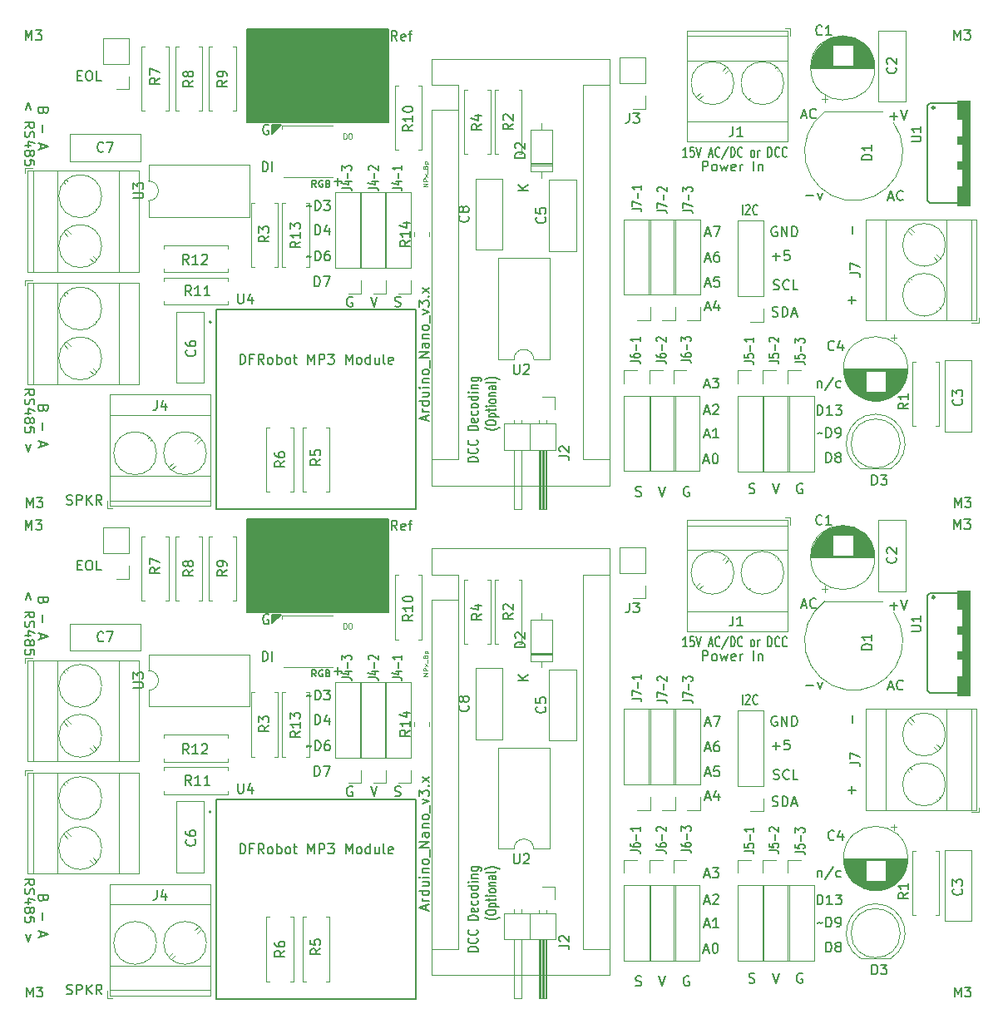
<source format=gbr>
%TF.GenerationSoftware,KiCad,Pcbnew,(6.0.11)*%
%TF.CreationDate,2023-10-15T10:12:36-04:00*%
%TF.ProjectId,MaxDuino_R1.4_Panelized,4d617844-7569-46e6-9f5f-52312e345f50,1.4*%
%TF.SameCoordinates,Original*%
%TF.FileFunction,Legend,Top*%
%TF.FilePolarity,Positive*%
%FSLAX46Y46*%
G04 Gerber Fmt 4.6, Leading zero omitted, Abs format (unit mm)*
G04 Created by KiCad (PCBNEW (6.0.11)) date 2023-10-15 10:12:36*
%MOMM*%
%LPD*%
G01*
G04 APERTURE LIST*
%ADD10C,0.150000*%
%ADD11C,0.075000*%
%ADD12C,0.125000*%
%ADD13C,0.120000*%
%ADD14C,0.152400*%
%ADD15C,0.254000*%
%ADD16C,0.010000*%
%ADD17C,0.127000*%
%ADD18C,0.200000*%
G04 APERTURE END LIST*
D10*
X43934704Y-88988028D02*
X43982323Y-88940409D01*
X44077561Y-88892790D01*
X44268038Y-88988028D01*
X44363276Y-88940409D01*
X44410895Y-88892790D01*
X44791847Y-89368980D02*
X44791847Y-88368980D01*
X45029942Y-88368980D01*
X45172800Y-88416600D01*
X45268038Y-88511838D01*
X45315657Y-88607076D01*
X45363276Y-88797552D01*
X45363276Y-88940409D01*
X45315657Y-89130885D01*
X45268038Y-89226123D01*
X45172800Y-89321361D01*
X45029942Y-89368980D01*
X44791847Y-89368980D01*
X46220419Y-88368980D02*
X46029942Y-88368980D01*
X45934704Y-88416600D01*
X45887085Y-88464219D01*
X45791847Y-88607076D01*
X45744228Y-88797552D01*
X45744228Y-89178504D01*
X45791847Y-89273742D01*
X45839466Y-89321361D01*
X45934704Y-89368980D01*
X46125180Y-89368980D01*
X46220419Y-89321361D01*
X46268038Y-89273742D01*
X46315657Y-89178504D01*
X46315657Y-88940409D01*
X46268038Y-88845171D01*
X46220419Y-88797552D01*
X46125180Y-88749933D01*
X45934704Y-88749933D01*
X45839466Y-88797552D01*
X45791847Y-88845171D01*
X45744228Y-88940409D01*
X43934704Y-39153228D02*
X43982323Y-39105609D01*
X44077561Y-39057990D01*
X44268038Y-39153228D01*
X44363276Y-39105609D01*
X44410895Y-39057990D01*
X44791847Y-39534180D02*
X44791847Y-38534180D01*
X45029942Y-38534180D01*
X45172800Y-38581800D01*
X45268038Y-38677038D01*
X45315657Y-38772276D01*
X45363276Y-38962752D01*
X45363276Y-39105609D01*
X45315657Y-39296085D01*
X45268038Y-39391323D01*
X45172800Y-39486561D01*
X45029942Y-39534180D01*
X44791847Y-39534180D01*
X46220419Y-38534180D02*
X46029942Y-38534180D01*
X45934704Y-38581800D01*
X45887085Y-38629419D01*
X45791847Y-38772276D01*
X45744228Y-38962752D01*
X45744228Y-39343704D01*
X45791847Y-39438942D01*
X45839466Y-39486561D01*
X45934704Y-39534180D01*
X46125180Y-39534180D01*
X46220419Y-39486561D01*
X46268038Y-39438942D01*
X46315657Y-39343704D01*
X46315657Y-39105609D01*
X46268038Y-39010371D01*
X46220419Y-38962752D01*
X46125180Y-38915133D01*
X45934704Y-38915133D01*
X45839466Y-38962752D01*
X45791847Y-39010371D01*
X45744228Y-39105609D01*
X84238380Y-80224980D02*
X84238380Y-79224980D01*
X84619333Y-79224980D01*
X84714571Y-79272600D01*
X84762190Y-79320219D01*
X84809809Y-79415457D01*
X84809809Y-79558314D01*
X84762190Y-79653552D01*
X84714571Y-79701171D01*
X84619333Y-79748790D01*
X84238380Y-79748790D01*
X85381238Y-80224980D02*
X85286000Y-80177361D01*
X85238380Y-80129742D01*
X85190761Y-80034504D01*
X85190761Y-79748790D01*
X85238380Y-79653552D01*
X85286000Y-79605933D01*
X85381238Y-79558314D01*
X85524095Y-79558314D01*
X85619333Y-79605933D01*
X85666952Y-79653552D01*
X85714571Y-79748790D01*
X85714571Y-80034504D01*
X85666952Y-80129742D01*
X85619333Y-80177361D01*
X85524095Y-80224980D01*
X85381238Y-80224980D01*
X86047904Y-79558314D02*
X86238380Y-80224980D01*
X86428857Y-79748790D01*
X86619333Y-80224980D01*
X86809809Y-79558314D01*
X87571714Y-80177361D02*
X87476476Y-80224980D01*
X87286000Y-80224980D01*
X87190761Y-80177361D01*
X87143142Y-80082123D01*
X87143142Y-79701171D01*
X87190761Y-79605933D01*
X87286000Y-79558314D01*
X87476476Y-79558314D01*
X87571714Y-79605933D01*
X87619333Y-79701171D01*
X87619333Y-79796409D01*
X87143142Y-79891647D01*
X88047904Y-80224980D02*
X88047904Y-79558314D01*
X88047904Y-79748790D02*
X88095523Y-79653552D01*
X88143142Y-79605933D01*
X88238380Y-79558314D01*
X88333619Y-79558314D01*
X89428857Y-80224980D02*
X89428857Y-79224980D01*
X89905047Y-79558314D02*
X89905047Y-80224980D01*
X89905047Y-79653552D02*
X89952666Y-79605933D01*
X90047904Y-79558314D01*
X90190761Y-79558314D01*
X90286000Y-79605933D01*
X90333619Y-79701171D01*
X90333619Y-80224980D01*
X84238380Y-30390180D02*
X84238380Y-29390180D01*
X84619333Y-29390180D01*
X84714571Y-29437800D01*
X84762190Y-29485419D01*
X84809809Y-29580657D01*
X84809809Y-29723514D01*
X84762190Y-29818752D01*
X84714571Y-29866371D01*
X84619333Y-29913990D01*
X84238380Y-29913990D01*
X85381238Y-30390180D02*
X85286000Y-30342561D01*
X85238380Y-30294942D01*
X85190761Y-30199704D01*
X85190761Y-29913990D01*
X85238380Y-29818752D01*
X85286000Y-29771133D01*
X85381238Y-29723514D01*
X85524095Y-29723514D01*
X85619333Y-29771133D01*
X85666952Y-29818752D01*
X85714571Y-29913990D01*
X85714571Y-30199704D01*
X85666952Y-30294942D01*
X85619333Y-30342561D01*
X85524095Y-30390180D01*
X85381238Y-30390180D01*
X86047904Y-29723514D02*
X86238380Y-30390180D01*
X86428857Y-29913990D01*
X86619333Y-30390180D01*
X86809809Y-29723514D01*
X87571714Y-30342561D02*
X87476476Y-30390180D01*
X87286000Y-30390180D01*
X87190761Y-30342561D01*
X87143142Y-30247323D01*
X87143142Y-29866371D01*
X87190761Y-29771133D01*
X87286000Y-29723514D01*
X87476476Y-29723514D01*
X87571714Y-29771133D01*
X87619333Y-29866371D01*
X87619333Y-29961609D01*
X87143142Y-30056847D01*
X88047904Y-30390180D02*
X88047904Y-29723514D01*
X88047904Y-29913990D02*
X88095523Y-29818752D01*
X88143142Y-29771133D01*
X88238380Y-29723514D01*
X88333619Y-29723514D01*
X89428857Y-30390180D02*
X89428857Y-29390180D01*
X89905047Y-29723514D02*
X89905047Y-30390180D01*
X89905047Y-29818752D02*
X89952666Y-29771133D01*
X90047904Y-29723514D01*
X90190761Y-29723514D01*
X90286000Y-29771133D01*
X90333619Y-29866371D01*
X90333619Y-30390180D01*
X17151828Y-104425104D02*
X17104209Y-104567961D01*
X17056590Y-104615580D01*
X16961352Y-104663200D01*
X16818495Y-104663200D01*
X16723257Y-104615580D01*
X16675638Y-104567961D01*
X16628019Y-104472723D01*
X16628019Y-104091771D01*
X17628019Y-104091771D01*
X17628019Y-104425104D01*
X17580400Y-104520342D01*
X17532780Y-104567961D01*
X17437542Y-104615580D01*
X17342304Y-104615580D01*
X17247066Y-104567961D01*
X17199447Y-104520342D01*
X17151828Y-104425104D01*
X17151828Y-104091771D01*
X17008971Y-105853676D02*
X17008971Y-106615580D01*
X16913733Y-107806057D02*
X16913733Y-108282247D01*
X16628019Y-107710819D02*
X17628019Y-108044152D01*
X16628019Y-108377485D01*
X17151828Y-54590304D02*
X17104209Y-54733161D01*
X17056590Y-54780780D01*
X16961352Y-54828400D01*
X16818495Y-54828400D01*
X16723257Y-54780780D01*
X16675638Y-54733161D01*
X16628019Y-54637923D01*
X16628019Y-54256971D01*
X17628019Y-54256971D01*
X17628019Y-54590304D01*
X17580400Y-54685542D01*
X17532780Y-54733161D01*
X17437542Y-54780780D01*
X17342304Y-54780780D01*
X17247066Y-54733161D01*
X17199447Y-54685542D01*
X17151828Y-54590304D01*
X17151828Y-54256971D01*
X17008971Y-56018876D02*
X17008971Y-56780780D01*
X16913733Y-57971257D02*
X16913733Y-58447447D01*
X16628019Y-57876019D02*
X17628019Y-58209352D01*
X16628019Y-58542685D01*
X96809504Y-109892180D02*
X96809504Y-108892180D01*
X97047600Y-108892180D01*
X97190457Y-108939800D01*
X97285695Y-109035038D01*
X97333314Y-109130276D01*
X97380933Y-109320752D01*
X97380933Y-109463609D01*
X97333314Y-109654085D01*
X97285695Y-109749323D01*
X97190457Y-109844561D01*
X97047600Y-109892180D01*
X96809504Y-109892180D01*
X97952361Y-109320752D02*
X97857123Y-109273133D01*
X97809504Y-109225514D01*
X97761885Y-109130276D01*
X97761885Y-109082657D01*
X97809504Y-108987419D01*
X97857123Y-108939800D01*
X97952361Y-108892180D01*
X98142838Y-108892180D01*
X98238076Y-108939800D01*
X98285695Y-108987419D01*
X98333314Y-109082657D01*
X98333314Y-109130276D01*
X98285695Y-109225514D01*
X98238076Y-109273133D01*
X98142838Y-109320752D01*
X97952361Y-109320752D01*
X97857123Y-109368371D01*
X97809504Y-109415990D01*
X97761885Y-109511228D01*
X97761885Y-109701704D01*
X97809504Y-109796942D01*
X97857123Y-109844561D01*
X97952361Y-109892180D01*
X98142838Y-109892180D01*
X98238076Y-109844561D01*
X98285695Y-109796942D01*
X98333314Y-109701704D01*
X98333314Y-109511228D01*
X98285695Y-109415990D01*
X98238076Y-109368371D01*
X98142838Y-109320752D01*
X96809504Y-60057380D02*
X96809504Y-59057380D01*
X97047600Y-59057380D01*
X97190457Y-59105000D01*
X97285695Y-59200238D01*
X97333314Y-59295476D01*
X97380933Y-59485952D01*
X97380933Y-59628809D01*
X97333314Y-59819285D01*
X97285695Y-59914523D01*
X97190457Y-60009761D01*
X97047600Y-60057380D01*
X96809504Y-60057380D01*
X97952361Y-59485952D02*
X97857123Y-59438333D01*
X97809504Y-59390714D01*
X97761885Y-59295476D01*
X97761885Y-59247857D01*
X97809504Y-59152619D01*
X97857123Y-59105000D01*
X97952361Y-59057380D01*
X98142838Y-59057380D01*
X98238076Y-59105000D01*
X98285695Y-59152619D01*
X98333314Y-59247857D01*
X98333314Y-59295476D01*
X98285695Y-59390714D01*
X98238076Y-59438333D01*
X98142838Y-59485952D01*
X97952361Y-59485952D01*
X97857123Y-59533571D01*
X97809504Y-59581190D01*
X97761885Y-59676428D01*
X97761885Y-59866904D01*
X97809504Y-59962142D01*
X97857123Y-60009761D01*
X97952361Y-60057380D01*
X98142838Y-60057380D01*
X98238076Y-60009761D01*
X98285695Y-59962142D01*
X98333314Y-59866904D01*
X98333314Y-59676428D01*
X98285695Y-59581190D01*
X98238076Y-59533571D01*
X98142838Y-59485952D01*
X84438114Y-107117266D02*
X84914304Y-107117266D01*
X84342876Y-107402980D02*
X84676209Y-106402980D01*
X85009542Y-107402980D01*
X85866685Y-107402980D02*
X85295257Y-107402980D01*
X85580971Y-107402980D02*
X85580971Y-106402980D01*
X85485733Y-106545838D01*
X85390495Y-106641076D01*
X85295257Y-106688695D01*
X84438114Y-57282466D02*
X84914304Y-57282466D01*
X84342876Y-57568180D02*
X84676209Y-56568180D01*
X85009542Y-57568180D01*
X85866685Y-57568180D02*
X85295257Y-57568180D01*
X85580971Y-57568180D02*
X85580971Y-56568180D01*
X85485733Y-56711038D01*
X85390495Y-56806276D01*
X85295257Y-56853895D01*
X91807295Y-85927400D02*
X91712057Y-85879780D01*
X91569200Y-85879780D01*
X91426342Y-85927400D01*
X91331104Y-86022638D01*
X91283485Y-86117876D01*
X91235866Y-86308352D01*
X91235866Y-86451209D01*
X91283485Y-86641685D01*
X91331104Y-86736923D01*
X91426342Y-86832161D01*
X91569200Y-86879780D01*
X91664438Y-86879780D01*
X91807295Y-86832161D01*
X91854914Y-86784542D01*
X91854914Y-86451209D01*
X91664438Y-86451209D01*
X92283485Y-86879780D02*
X92283485Y-85879780D01*
X92854914Y-86879780D01*
X92854914Y-85879780D01*
X93331104Y-86879780D02*
X93331104Y-85879780D01*
X93569200Y-85879780D01*
X93712057Y-85927400D01*
X93807295Y-86022638D01*
X93854914Y-86117876D01*
X93902533Y-86308352D01*
X93902533Y-86451209D01*
X93854914Y-86641685D01*
X93807295Y-86736923D01*
X93712057Y-86832161D01*
X93569200Y-86879780D01*
X93331104Y-86879780D01*
X91807295Y-36092600D02*
X91712057Y-36044980D01*
X91569200Y-36044980D01*
X91426342Y-36092600D01*
X91331104Y-36187838D01*
X91283485Y-36283076D01*
X91235866Y-36473552D01*
X91235866Y-36616409D01*
X91283485Y-36806885D01*
X91331104Y-36902123D01*
X91426342Y-36997361D01*
X91569200Y-37044980D01*
X91664438Y-37044980D01*
X91807295Y-36997361D01*
X91854914Y-36949742D01*
X91854914Y-36616409D01*
X91664438Y-36616409D01*
X92283485Y-37044980D02*
X92283485Y-36044980D01*
X92854914Y-37044980D01*
X92854914Y-36044980D01*
X93331104Y-37044980D02*
X93331104Y-36044980D01*
X93569200Y-36044980D01*
X93712057Y-36092600D01*
X93807295Y-36187838D01*
X93854914Y-36283076D01*
X93902533Y-36473552D01*
X93902533Y-36616409D01*
X93854914Y-36806885D01*
X93807295Y-36902123D01*
X93712057Y-36997361D01*
X93569200Y-37044980D01*
X93331104Y-37044980D01*
X44790304Y-86727380D02*
X44790304Y-85727380D01*
X45028400Y-85727380D01*
X45171257Y-85775000D01*
X45266495Y-85870238D01*
X45314114Y-85965476D01*
X45361733Y-86155952D01*
X45361733Y-86298809D01*
X45314114Y-86489285D01*
X45266495Y-86584523D01*
X45171257Y-86679761D01*
X45028400Y-86727380D01*
X44790304Y-86727380D01*
X46218876Y-86060714D02*
X46218876Y-86727380D01*
X45980780Y-85679761D02*
X45742685Y-86394047D01*
X46361733Y-86394047D01*
X44790304Y-36892580D02*
X44790304Y-35892580D01*
X45028400Y-35892580D01*
X45171257Y-35940200D01*
X45266495Y-36035438D01*
X45314114Y-36130676D01*
X45361733Y-36321152D01*
X45361733Y-36464009D01*
X45314114Y-36654485D01*
X45266495Y-36749723D01*
X45171257Y-36844961D01*
X45028400Y-36892580D01*
X44790304Y-36892580D01*
X46218876Y-36225914D02*
X46218876Y-36892580D01*
X45980780Y-35844961D02*
X45742685Y-36559247D01*
X46361733Y-36559247D01*
X94804495Y-82739628D02*
X95566400Y-82739628D01*
X95947352Y-82453914D02*
X96185447Y-83120580D01*
X96423542Y-82453914D01*
X94804495Y-32904828D02*
X95566400Y-32904828D01*
X95947352Y-32619114D02*
X96185447Y-33285780D01*
X96423542Y-32619114D01*
X99447828Y-93767952D02*
X99447828Y-93006047D01*
X99828780Y-93387000D02*
X99066876Y-93387000D01*
X99447828Y-43933152D02*
X99447828Y-43171247D01*
X99828780Y-43552200D02*
X99066876Y-43552200D01*
X88967504Y-112994161D02*
X89110361Y-113041780D01*
X89348457Y-113041780D01*
X89443695Y-112994161D01*
X89491314Y-112946542D01*
X89538933Y-112851304D01*
X89538933Y-112756066D01*
X89491314Y-112660828D01*
X89443695Y-112613209D01*
X89348457Y-112565590D01*
X89157980Y-112517971D01*
X89062742Y-112470352D01*
X89015123Y-112422733D01*
X88967504Y-112327495D01*
X88967504Y-112232257D01*
X89015123Y-112137019D01*
X89062742Y-112089400D01*
X89157980Y-112041780D01*
X89396076Y-112041780D01*
X89538933Y-112089400D01*
X91348457Y-112041780D02*
X91681790Y-113041780D01*
X92015123Y-112041780D01*
X94396076Y-112089400D02*
X94300838Y-112041780D01*
X94157980Y-112041780D01*
X94015123Y-112089400D01*
X93919885Y-112184638D01*
X93872266Y-112279876D01*
X93824647Y-112470352D01*
X93824647Y-112613209D01*
X93872266Y-112803685D01*
X93919885Y-112898923D01*
X94015123Y-112994161D01*
X94157980Y-113041780D01*
X94253219Y-113041780D01*
X94396076Y-112994161D01*
X94443695Y-112946542D01*
X94443695Y-112613209D01*
X94253219Y-112613209D01*
X88967504Y-63159361D02*
X89110361Y-63206980D01*
X89348457Y-63206980D01*
X89443695Y-63159361D01*
X89491314Y-63111742D01*
X89538933Y-63016504D01*
X89538933Y-62921266D01*
X89491314Y-62826028D01*
X89443695Y-62778409D01*
X89348457Y-62730790D01*
X89157980Y-62683171D01*
X89062742Y-62635552D01*
X89015123Y-62587933D01*
X88967504Y-62492695D01*
X88967504Y-62397457D01*
X89015123Y-62302219D01*
X89062742Y-62254600D01*
X89157980Y-62206980D01*
X89396076Y-62206980D01*
X89538933Y-62254600D01*
X91348457Y-62206980D02*
X91681790Y-63206980D01*
X92015123Y-62206980D01*
X94396076Y-62254600D02*
X94300838Y-62206980D01*
X94157980Y-62206980D01*
X94015123Y-62254600D01*
X93919885Y-62349838D01*
X93872266Y-62445076D01*
X93824647Y-62635552D01*
X93824647Y-62778409D01*
X93872266Y-62968885D01*
X93919885Y-63064123D01*
X94015123Y-63159361D01*
X94157980Y-63206980D01*
X94253219Y-63206980D01*
X94396076Y-63159361D01*
X94443695Y-63111742D01*
X94443695Y-62778409D01*
X94253219Y-62778409D01*
X84438114Y-102037266D02*
X84914304Y-102037266D01*
X84342876Y-102322980D02*
X84676209Y-101322980D01*
X85009542Y-102322980D01*
X85247638Y-101322980D02*
X85866685Y-101322980D01*
X85533352Y-101703933D01*
X85676209Y-101703933D01*
X85771447Y-101751552D01*
X85819066Y-101799171D01*
X85866685Y-101894409D01*
X85866685Y-102132504D01*
X85819066Y-102227742D01*
X85771447Y-102275361D01*
X85676209Y-102322980D01*
X85390495Y-102322980D01*
X85295257Y-102275361D01*
X85247638Y-102227742D01*
X84438114Y-52202466D02*
X84914304Y-52202466D01*
X84342876Y-52488180D02*
X84676209Y-51488180D01*
X85009542Y-52488180D01*
X85247638Y-51488180D02*
X85866685Y-51488180D01*
X85533352Y-51869133D01*
X85676209Y-51869133D01*
X85771447Y-51916752D01*
X85819066Y-51964371D01*
X85866685Y-52059609D01*
X85866685Y-52297704D01*
X85819066Y-52392942D01*
X85771447Y-52440561D01*
X85676209Y-52488180D01*
X85390495Y-52488180D01*
X85295257Y-52440561D01*
X85247638Y-52392942D01*
X91354914Y-95010961D02*
X91497771Y-95058580D01*
X91735866Y-95058580D01*
X91831104Y-95010961D01*
X91878723Y-94963342D01*
X91926342Y-94868104D01*
X91926342Y-94772866D01*
X91878723Y-94677628D01*
X91831104Y-94630009D01*
X91735866Y-94582390D01*
X91545390Y-94534771D01*
X91450152Y-94487152D01*
X91402533Y-94439533D01*
X91354914Y-94344295D01*
X91354914Y-94249057D01*
X91402533Y-94153819D01*
X91450152Y-94106200D01*
X91545390Y-94058580D01*
X91783485Y-94058580D01*
X91926342Y-94106200D01*
X92354914Y-95058580D02*
X92354914Y-94058580D01*
X92593009Y-94058580D01*
X92735866Y-94106200D01*
X92831104Y-94201438D01*
X92878723Y-94296676D01*
X92926342Y-94487152D01*
X92926342Y-94630009D01*
X92878723Y-94820485D01*
X92831104Y-94915723D01*
X92735866Y-95010961D01*
X92593009Y-95058580D01*
X92354914Y-95058580D01*
X93307295Y-94772866D02*
X93783485Y-94772866D01*
X93212057Y-95058580D02*
X93545390Y-94058580D01*
X93878723Y-95058580D01*
X91354914Y-45176161D02*
X91497771Y-45223780D01*
X91735866Y-45223780D01*
X91831104Y-45176161D01*
X91878723Y-45128542D01*
X91926342Y-45033304D01*
X91926342Y-44938066D01*
X91878723Y-44842828D01*
X91831104Y-44795209D01*
X91735866Y-44747590D01*
X91545390Y-44699971D01*
X91450152Y-44652352D01*
X91402533Y-44604733D01*
X91354914Y-44509495D01*
X91354914Y-44414257D01*
X91402533Y-44319019D01*
X91450152Y-44271400D01*
X91545390Y-44223780D01*
X91783485Y-44223780D01*
X91926342Y-44271400D01*
X92354914Y-45223780D02*
X92354914Y-44223780D01*
X92593009Y-44223780D01*
X92735866Y-44271400D01*
X92831104Y-44366638D01*
X92878723Y-44461876D01*
X92926342Y-44652352D01*
X92926342Y-44795209D01*
X92878723Y-44985685D01*
X92831104Y-45080923D01*
X92735866Y-45176161D01*
X92593009Y-45223780D01*
X92354914Y-45223780D01*
X93307295Y-44938066D02*
X93783485Y-44938066D01*
X93212057Y-45223780D02*
X93545390Y-44223780D01*
X93878723Y-45223780D01*
X95926914Y-105066180D02*
X95926914Y-104066180D01*
X96165009Y-104066180D01*
X96307866Y-104113800D01*
X96403104Y-104209038D01*
X96450723Y-104304276D01*
X96498342Y-104494752D01*
X96498342Y-104637609D01*
X96450723Y-104828085D01*
X96403104Y-104923323D01*
X96307866Y-105018561D01*
X96165009Y-105066180D01*
X95926914Y-105066180D01*
X97450723Y-105066180D02*
X96879295Y-105066180D01*
X97165009Y-105066180D02*
X97165009Y-104066180D01*
X97069771Y-104209038D01*
X96974533Y-104304276D01*
X96879295Y-104351895D01*
X97784057Y-104066180D02*
X98403104Y-104066180D01*
X98069771Y-104447133D01*
X98212628Y-104447133D01*
X98307866Y-104494752D01*
X98355485Y-104542371D01*
X98403104Y-104637609D01*
X98403104Y-104875704D01*
X98355485Y-104970942D01*
X98307866Y-105018561D01*
X98212628Y-105066180D01*
X97926914Y-105066180D01*
X97831676Y-105018561D01*
X97784057Y-104970942D01*
X95926914Y-55231380D02*
X95926914Y-54231380D01*
X96165009Y-54231380D01*
X96307866Y-54279000D01*
X96403104Y-54374238D01*
X96450723Y-54469476D01*
X96498342Y-54659952D01*
X96498342Y-54802809D01*
X96450723Y-54993285D01*
X96403104Y-55088523D01*
X96307866Y-55183761D01*
X96165009Y-55231380D01*
X95926914Y-55231380D01*
X97450723Y-55231380D02*
X96879295Y-55231380D01*
X97165009Y-55231380D02*
X97165009Y-54231380D01*
X97069771Y-54374238D01*
X96974533Y-54469476D01*
X96879295Y-54517095D01*
X97784057Y-54231380D02*
X98403104Y-54231380D01*
X98069771Y-54612333D01*
X98212628Y-54612333D01*
X98307866Y-54659952D01*
X98355485Y-54707571D01*
X98403104Y-54802809D01*
X98403104Y-55040904D01*
X98355485Y-55136142D01*
X98307866Y-55183761D01*
X98212628Y-55231380D01*
X97926914Y-55231380D01*
X97831676Y-55183761D01*
X97784057Y-55136142D01*
X91480323Y-92267761D02*
X91623180Y-92315380D01*
X91861276Y-92315380D01*
X91956514Y-92267761D01*
X92004133Y-92220142D01*
X92051752Y-92124904D01*
X92051752Y-92029666D01*
X92004133Y-91934428D01*
X91956514Y-91886809D01*
X91861276Y-91839190D01*
X91670800Y-91791571D01*
X91575561Y-91743952D01*
X91527942Y-91696333D01*
X91480323Y-91601095D01*
X91480323Y-91505857D01*
X91527942Y-91410619D01*
X91575561Y-91363000D01*
X91670800Y-91315380D01*
X91908895Y-91315380D01*
X92051752Y-91363000D01*
X93051752Y-92220142D02*
X93004133Y-92267761D01*
X92861276Y-92315380D01*
X92766038Y-92315380D01*
X92623180Y-92267761D01*
X92527942Y-92172523D01*
X92480323Y-92077285D01*
X92432704Y-91886809D01*
X92432704Y-91743952D01*
X92480323Y-91553476D01*
X92527942Y-91458238D01*
X92623180Y-91363000D01*
X92766038Y-91315380D01*
X92861276Y-91315380D01*
X93004133Y-91363000D01*
X93051752Y-91410619D01*
X93956514Y-92315380D02*
X93480323Y-92315380D01*
X93480323Y-91315380D01*
X91480323Y-42432961D02*
X91623180Y-42480580D01*
X91861276Y-42480580D01*
X91956514Y-42432961D01*
X92004133Y-42385342D01*
X92051752Y-42290104D01*
X92051752Y-42194866D01*
X92004133Y-42099628D01*
X91956514Y-42052009D01*
X91861276Y-42004390D01*
X91670800Y-41956771D01*
X91575561Y-41909152D01*
X91527942Y-41861533D01*
X91480323Y-41766295D01*
X91480323Y-41671057D01*
X91527942Y-41575819D01*
X91575561Y-41528200D01*
X91670800Y-41480580D01*
X91908895Y-41480580D01*
X92051752Y-41528200D01*
X93051752Y-42385342D02*
X93004133Y-42432961D01*
X92861276Y-42480580D01*
X92766038Y-42480580D01*
X92623180Y-42432961D01*
X92527942Y-42337723D01*
X92480323Y-42242485D01*
X92432704Y-42052009D01*
X92432704Y-41909152D01*
X92480323Y-41718676D01*
X92527942Y-41623438D01*
X92623180Y-41528200D01*
X92766038Y-41480580D01*
X92861276Y-41480580D01*
X93004133Y-41528200D01*
X93051752Y-41575819D01*
X93956514Y-42480580D02*
X93480323Y-42480580D01*
X93480323Y-41480580D01*
X99498628Y-86605152D02*
X99498628Y-85843247D01*
X99498628Y-36770352D02*
X99498628Y-36008447D01*
X91356457Y-88937228D02*
X92118361Y-88937228D01*
X91737409Y-89318180D02*
X91737409Y-88556276D01*
X93070742Y-88318180D02*
X92594552Y-88318180D01*
X92546933Y-88794371D01*
X92594552Y-88746752D01*
X92689790Y-88699133D01*
X92927885Y-88699133D01*
X93023123Y-88746752D01*
X93070742Y-88794371D01*
X93118361Y-88889609D01*
X93118361Y-89127704D01*
X93070742Y-89222942D01*
X93023123Y-89270561D01*
X92927885Y-89318180D01*
X92689790Y-89318180D01*
X92594552Y-89270561D01*
X92546933Y-89222942D01*
X91356457Y-39102428D02*
X92118361Y-39102428D01*
X91737409Y-39483380D02*
X91737409Y-38721476D01*
X93070742Y-38483380D02*
X92594552Y-38483380D01*
X92546933Y-38959571D01*
X92594552Y-38911952D01*
X92689790Y-38864333D01*
X92927885Y-38864333D01*
X93023123Y-38911952D01*
X93070742Y-38959571D01*
X93118361Y-39054809D01*
X93118361Y-39292904D01*
X93070742Y-39388142D01*
X93023123Y-39435761D01*
X92927885Y-39483380D01*
X92689790Y-39483380D01*
X92594552Y-39435761D01*
X92546933Y-39388142D01*
X84438114Y-104729666D02*
X84914304Y-104729666D01*
X84342876Y-105015380D02*
X84676209Y-104015380D01*
X85009542Y-105015380D01*
X85295257Y-104110619D02*
X85342876Y-104063000D01*
X85438114Y-104015380D01*
X85676209Y-104015380D01*
X85771447Y-104063000D01*
X85819066Y-104110619D01*
X85866685Y-104205857D01*
X85866685Y-104301095D01*
X85819066Y-104443952D01*
X85247638Y-105015380D01*
X85866685Y-105015380D01*
X84438114Y-54894866D02*
X84914304Y-54894866D01*
X84342876Y-55180580D02*
X84676209Y-54180580D01*
X85009542Y-55180580D01*
X85295257Y-54275819D02*
X85342876Y-54228200D01*
X85438114Y-54180580D01*
X85676209Y-54180580D01*
X85771447Y-54228200D01*
X85819066Y-54275819D01*
X85866685Y-54371057D01*
X85866685Y-54466295D01*
X85819066Y-54609152D01*
X85247638Y-55180580D01*
X85866685Y-55180580D01*
X44739504Y-91959780D02*
X44739504Y-90959780D01*
X44977600Y-90959780D01*
X45120457Y-91007400D01*
X45215695Y-91102638D01*
X45263314Y-91197876D01*
X45310933Y-91388352D01*
X45310933Y-91531209D01*
X45263314Y-91721685D01*
X45215695Y-91816923D01*
X45120457Y-91912161D01*
X44977600Y-91959780D01*
X44739504Y-91959780D01*
X45644266Y-90959780D02*
X46310933Y-90959780D01*
X45882361Y-91959780D01*
X44739504Y-42124980D02*
X44739504Y-41124980D01*
X44977600Y-41124980D01*
X45120457Y-41172600D01*
X45215695Y-41267838D01*
X45263314Y-41363076D01*
X45310933Y-41553552D01*
X45310933Y-41696409D01*
X45263314Y-41886885D01*
X45215695Y-41982123D01*
X45120457Y-42077361D01*
X44977600Y-42124980D01*
X44739504Y-42124980D01*
X45644266Y-41124980D02*
X46310933Y-41124980D01*
X45882361Y-42124980D01*
X46722247Y-81317228D02*
X47484152Y-81317228D01*
X47103200Y-81698180D02*
X47103200Y-80936276D01*
X46722247Y-31482428D02*
X47484152Y-31482428D01*
X47103200Y-31863380D02*
X47103200Y-31101476D01*
X63582933Y-56514228D02*
X63535314Y-56549942D01*
X63392457Y-56621371D01*
X63297219Y-56657085D01*
X63154361Y-56692800D01*
X62916266Y-56728514D01*
X62725790Y-56728514D01*
X62487695Y-56692800D01*
X62344838Y-56657085D01*
X62249600Y-56621371D01*
X62106742Y-56549942D01*
X62059123Y-56514228D01*
X62201980Y-56085657D02*
X62201980Y-55942800D01*
X62249600Y-55871371D01*
X62344838Y-55799942D01*
X62535314Y-55764228D01*
X62868647Y-55764228D01*
X63059123Y-55799942D01*
X63154361Y-55871371D01*
X63201980Y-55942800D01*
X63201980Y-56085657D01*
X63154361Y-56157085D01*
X63059123Y-56228514D01*
X62868647Y-56264228D01*
X62535314Y-56264228D01*
X62344838Y-56228514D01*
X62249600Y-56157085D01*
X62201980Y-56085657D01*
X62535314Y-55442800D02*
X63535314Y-55442800D01*
X62582933Y-55442800D02*
X62535314Y-55371371D01*
X62535314Y-55228514D01*
X62582933Y-55157085D01*
X62630552Y-55121371D01*
X62725790Y-55085657D01*
X63011504Y-55085657D01*
X63106742Y-55121371D01*
X63154361Y-55157085D01*
X63201980Y-55228514D01*
X63201980Y-55371371D01*
X63154361Y-55442800D01*
X62535314Y-54871371D02*
X62535314Y-54585657D01*
X62201980Y-54764228D02*
X63059123Y-54764228D01*
X63154361Y-54728514D01*
X63201980Y-54657085D01*
X63201980Y-54585657D01*
X63201980Y-54335657D02*
X62535314Y-54335657D01*
X62201980Y-54335657D02*
X62249600Y-54371371D01*
X62297219Y-54335657D01*
X62249600Y-54299942D01*
X62201980Y-54335657D01*
X62297219Y-54335657D01*
X63201980Y-53871371D02*
X63154361Y-53942800D01*
X63106742Y-53978514D01*
X63011504Y-54014228D01*
X62725790Y-54014228D01*
X62630552Y-53978514D01*
X62582933Y-53942800D01*
X62535314Y-53871371D01*
X62535314Y-53764228D01*
X62582933Y-53692800D01*
X62630552Y-53657085D01*
X62725790Y-53621371D01*
X63011504Y-53621371D01*
X63106742Y-53657085D01*
X63154361Y-53692800D01*
X63201980Y-53764228D01*
X63201980Y-53871371D01*
X62535314Y-53299942D02*
X63201980Y-53299942D01*
X62630552Y-53299942D02*
X62582933Y-53264228D01*
X62535314Y-53192800D01*
X62535314Y-53085657D01*
X62582933Y-53014228D01*
X62678171Y-52978514D01*
X63201980Y-52978514D01*
X63201980Y-52299942D02*
X62678171Y-52299942D01*
X62582933Y-52335657D01*
X62535314Y-52407085D01*
X62535314Y-52549942D01*
X62582933Y-52621371D01*
X63154361Y-52299942D02*
X63201980Y-52371371D01*
X63201980Y-52549942D01*
X63154361Y-52621371D01*
X63059123Y-52657085D01*
X62963885Y-52657085D01*
X62868647Y-52621371D01*
X62821028Y-52549942D01*
X62821028Y-52371371D01*
X62773409Y-52299942D01*
X63201980Y-51835657D02*
X63154361Y-51907085D01*
X63059123Y-51942800D01*
X62201980Y-51942800D01*
X63582933Y-51621371D02*
X63535314Y-51585657D01*
X63392457Y-51514228D01*
X63297219Y-51478514D01*
X63154361Y-51442800D01*
X62916266Y-51407085D01*
X62725790Y-51407085D01*
X62487695Y-51442800D01*
X62344838Y-51478514D01*
X62249600Y-51514228D01*
X62106742Y-51585657D01*
X62059123Y-51621371D01*
X63582933Y-106349028D02*
X63535314Y-106384742D01*
X63392457Y-106456171D01*
X63297219Y-106491885D01*
X63154361Y-106527600D01*
X62916266Y-106563314D01*
X62725790Y-106563314D01*
X62487695Y-106527600D01*
X62344838Y-106491885D01*
X62249600Y-106456171D01*
X62106742Y-106384742D01*
X62059123Y-106349028D01*
X62201980Y-105920457D02*
X62201980Y-105777600D01*
X62249600Y-105706171D01*
X62344838Y-105634742D01*
X62535314Y-105599028D01*
X62868647Y-105599028D01*
X63059123Y-105634742D01*
X63154361Y-105706171D01*
X63201980Y-105777600D01*
X63201980Y-105920457D01*
X63154361Y-105991885D01*
X63059123Y-106063314D01*
X62868647Y-106099028D01*
X62535314Y-106099028D01*
X62344838Y-106063314D01*
X62249600Y-105991885D01*
X62201980Y-105920457D01*
X62535314Y-105277600D02*
X63535314Y-105277600D01*
X62582933Y-105277600D02*
X62535314Y-105206171D01*
X62535314Y-105063314D01*
X62582933Y-104991885D01*
X62630552Y-104956171D01*
X62725790Y-104920457D01*
X63011504Y-104920457D01*
X63106742Y-104956171D01*
X63154361Y-104991885D01*
X63201980Y-105063314D01*
X63201980Y-105206171D01*
X63154361Y-105277600D01*
X62535314Y-104706171D02*
X62535314Y-104420457D01*
X62201980Y-104599028D02*
X63059123Y-104599028D01*
X63154361Y-104563314D01*
X63201980Y-104491885D01*
X63201980Y-104420457D01*
X63201980Y-104170457D02*
X62535314Y-104170457D01*
X62201980Y-104170457D02*
X62249600Y-104206171D01*
X62297219Y-104170457D01*
X62249600Y-104134742D01*
X62201980Y-104170457D01*
X62297219Y-104170457D01*
X63201980Y-103706171D02*
X63154361Y-103777600D01*
X63106742Y-103813314D01*
X63011504Y-103849028D01*
X62725790Y-103849028D01*
X62630552Y-103813314D01*
X62582933Y-103777600D01*
X62535314Y-103706171D01*
X62535314Y-103599028D01*
X62582933Y-103527600D01*
X62630552Y-103491885D01*
X62725790Y-103456171D01*
X63011504Y-103456171D01*
X63106742Y-103491885D01*
X63154361Y-103527600D01*
X63201980Y-103599028D01*
X63201980Y-103706171D01*
X62535314Y-103134742D02*
X63201980Y-103134742D01*
X62630552Y-103134742D02*
X62582933Y-103099028D01*
X62535314Y-103027600D01*
X62535314Y-102920457D01*
X62582933Y-102849028D01*
X62678171Y-102813314D01*
X63201980Y-102813314D01*
X63201980Y-102134742D02*
X62678171Y-102134742D01*
X62582933Y-102170457D01*
X62535314Y-102241885D01*
X62535314Y-102384742D01*
X62582933Y-102456171D01*
X63154361Y-102134742D02*
X63201980Y-102206171D01*
X63201980Y-102384742D01*
X63154361Y-102456171D01*
X63059123Y-102491885D01*
X62963885Y-102491885D01*
X62868647Y-102456171D01*
X62821028Y-102384742D01*
X62821028Y-102206171D01*
X62773409Y-102134742D01*
X63201980Y-101670457D02*
X63154361Y-101741885D01*
X63059123Y-101777600D01*
X62201980Y-101777600D01*
X63582933Y-101456171D02*
X63535314Y-101420457D01*
X63392457Y-101349028D01*
X63297219Y-101313314D01*
X63154361Y-101277600D01*
X62916266Y-101241885D01*
X62725790Y-101241885D01*
X62487695Y-101277600D01*
X62344838Y-101313314D01*
X62249600Y-101349028D01*
X62106742Y-101420457D01*
X62059123Y-101456171D01*
X84539714Y-39350066D02*
X85015904Y-39350066D01*
X84444476Y-39635780D02*
X84777809Y-38635780D01*
X85111142Y-39635780D01*
X85873047Y-38635780D02*
X85682571Y-38635780D01*
X85587333Y-38683400D01*
X85539714Y-38731019D01*
X85444476Y-38873876D01*
X85396857Y-39064352D01*
X85396857Y-39445304D01*
X85444476Y-39540542D01*
X85492095Y-39588161D01*
X85587333Y-39635780D01*
X85777809Y-39635780D01*
X85873047Y-39588161D01*
X85920666Y-39540542D01*
X85968285Y-39445304D01*
X85968285Y-39207209D01*
X85920666Y-39111971D01*
X85873047Y-39064352D01*
X85777809Y-39016733D01*
X85587333Y-39016733D01*
X85492095Y-39064352D01*
X85444476Y-39111971D01*
X85396857Y-39207209D01*
X84539714Y-89184866D02*
X85015904Y-89184866D01*
X84444476Y-89470580D02*
X84777809Y-88470580D01*
X85111142Y-89470580D01*
X85873047Y-88470580D02*
X85682571Y-88470580D01*
X85587333Y-88518200D01*
X85539714Y-88565819D01*
X85444476Y-88708676D01*
X85396857Y-88899152D01*
X85396857Y-89280104D01*
X85444476Y-89375342D01*
X85492095Y-89422961D01*
X85587333Y-89470580D01*
X85777809Y-89470580D01*
X85873047Y-89422961D01*
X85920666Y-89375342D01*
X85968285Y-89280104D01*
X85968285Y-89042009D01*
X85920666Y-88946771D01*
X85873047Y-88899152D01*
X85777809Y-88851533D01*
X85587333Y-88851533D01*
X85492095Y-88899152D01*
X85444476Y-88946771D01*
X85396857Y-89042009D01*
D11*
X56224952Y-31961704D02*
X55824952Y-31961704D01*
X56224952Y-31675990D01*
X55824952Y-31675990D01*
X56224952Y-31437895D02*
X55824952Y-31437895D01*
X55824952Y-31247419D01*
X55844000Y-31199800D01*
X55863047Y-31175990D01*
X55901142Y-31152180D01*
X55958285Y-31152180D01*
X55996380Y-31175990D01*
X56015428Y-31199800D01*
X56034476Y-31247419D01*
X56034476Y-31437895D01*
X56224952Y-30985514D02*
X55958285Y-30723609D01*
X55958285Y-30985514D02*
X56224952Y-30723609D01*
X56263047Y-30652180D02*
X56263047Y-30271228D01*
X56015428Y-29985514D02*
X56034476Y-29914085D01*
X56053523Y-29890276D01*
X56091619Y-29866466D01*
X56148761Y-29866466D01*
X56186857Y-29890276D01*
X56205904Y-29914085D01*
X56224952Y-29961704D01*
X56224952Y-30152180D01*
X55824952Y-30152180D01*
X55824952Y-29985514D01*
X55844000Y-29937895D01*
X55863047Y-29914085D01*
X55901142Y-29890276D01*
X55939238Y-29890276D01*
X55977333Y-29914085D01*
X55996380Y-29937895D01*
X56015428Y-29985514D01*
X56015428Y-30152180D01*
X55958285Y-29652180D02*
X56358285Y-29652180D01*
X55977333Y-29652180D02*
X55958285Y-29604561D01*
X55958285Y-29509323D01*
X55977333Y-29461704D01*
X55996380Y-29437895D01*
X56034476Y-29414085D01*
X56148761Y-29414085D01*
X56186857Y-29437895D01*
X56205904Y-29461704D01*
X56224952Y-29509323D01*
X56224952Y-29604561D01*
X56205904Y-29652180D01*
X56224952Y-81796504D02*
X55824952Y-81796504D01*
X56224952Y-81510790D01*
X55824952Y-81510790D01*
X56224952Y-81272695D02*
X55824952Y-81272695D01*
X55824952Y-81082219D01*
X55844000Y-81034600D01*
X55863047Y-81010790D01*
X55901142Y-80986980D01*
X55958285Y-80986980D01*
X55996380Y-81010790D01*
X56015428Y-81034600D01*
X56034476Y-81082219D01*
X56034476Y-81272695D01*
X56224952Y-80820314D02*
X55958285Y-80558409D01*
X55958285Y-80820314D02*
X56224952Y-80558409D01*
X56263047Y-80486980D02*
X56263047Y-80106028D01*
X56015428Y-79820314D02*
X56034476Y-79748885D01*
X56053523Y-79725076D01*
X56091619Y-79701266D01*
X56148761Y-79701266D01*
X56186857Y-79725076D01*
X56205904Y-79748885D01*
X56224952Y-79796504D01*
X56224952Y-79986980D01*
X55824952Y-79986980D01*
X55824952Y-79820314D01*
X55844000Y-79772695D01*
X55863047Y-79748885D01*
X55901142Y-79725076D01*
X55939238Y-79725076D01*
X55977333Y-79748885D01*
X55996380Y-79772695D01*
X56015428Y-79820314D01*
X56015428Y-79986980D01*
X55958285Y-79486980D02*
X56358285Y-79486980D01*
X55977333Y-79486980D02*
X55958285Y-79439361D01*
X55958285Y-79344123D01*
X55977333Y-79296504D01*
X55996380Y-79272695D01*
X56034476Y-79248885D01*
X56148761Y-79248885D01*
X56186857Y-79272695D01*
X56205904Y-79296504D01*
X56224952Y-79344123D01*
X56224952Y-79439361D01*
X56205904Y-79486980D01*
D10*
X95953904Y-57136428D02*
X96001523Y-57088809D01*
X96096761Y-57041190D01*
X96287238Y-57136428D01*
X96382476Y-57088809D01*
X96430095Y-57041190D01*
X96811047Y-57517380D02*
X96811047Y-56517380D01*
X97049142Y-56517380D01*
X97192000Y-56565000D01*
X97287238Y-56660238D01*
X97334857Y-56755476D01*
X97382476Y-56945952D01*
X97382476Y-57088809D01*
X97334857Y-57279285D01*
X97287238Y-57374523D01*
X97192000Y-57469761D01*
X97049142Y-57517380D01*
X96811047Y-57517380D01*
X97858666Y-57517380D02*
X98049142Y-57517380D01*
X98144380Y-57469761D01*
X98192000Y-57422142D01*
X98287238Y-57279285D01*
X98334857Y-57088809D01*
X98334857Y-56707857D01*
X98287238Y-56612619D01*
X98239619Y-56565000D01*
X98144380Y-56517380D01*
X97953904Y-56517380D01*
X97858666Y-56565000D01*
X97811047Y-56612619D01*
X97763428Y-56707857D01*
X97763428Y-56945952D01*
X97811047Y-57041190D01*
X97858666Y-57088809D01*
X97953904Y-57136428D01*
X98144380Y-57136428D01*
X98239619Y-57088809D01*
X98287238Y-57041190D01*
X98334857Y-56945952D01*
X95953904Y-106971228D02*
X96001523Y-106923609D01*
X96096761Y-106875990D01*
X96287238Y-106971228D01*
X96382476Y-106923609D01*
X96430095Y-106875990D01*
X96811047Y-107352180D02*
X96811047Y-106352180D01*
X97049142Y-106352180D01*
X97192000Y-106399800D01*
X97287238Y-106495038D01*
X97334857Y-106590276D01*
X97382476Y-106780752D01*
X97382476Y-106923609D01*
X97334857Y-107114085D01*
X97287238Y-107209323D01*
X97192000Y-107304561D01*
X97049142Y-107352180D01*
X96811047Y-107352180D01*
X97858666Y-107352180D02*
X98049142Y-107352180D01*
X98144380Y-107304561D01*
X98192000Y-107256942D01*
X98287238Y-107114085D01*
X98334857Y-106923609D01*
X98334857Y-106542657D01*
X98287238Y-106447419D01*
X98239619Y-106399800D01*
X98144380Y-106352180D01*
X97953904Y-106352180D01*
X97858666Y-106399800D01*
X97811047Y-106447419D01*
X97763428Y-106542657D01*
X97763428Y-106780752D01*
X97811047Y-106875990D01*
X97858666Y-106923609D01*
X97953904Y-106971228D01*
X98144380Y-106971228D01*
X98239619Y-106923609D01*
X98287238Y-106875990D01*
X98334857Y-106780752D01*
X84539714Y-36759266D02*
X85015904Y-36759266D01*
X84444476Y-37044980D02*
X84777809Y-36044980D01*
X85111142Y-37044980D01*
X85349238Y-36044980D02*
X86015904Y-36044980D01*
X85587333Y-37044980D01*
X84539714Y-86594066D02*
X85015904Y-86594066D01*
X84444476Y-86879780D02*
X84777809Y-85879780D01*
X85111142Y-86879780D01*
X85349238Y-85879780D02*
X86015904Y-85879780D01*
X85587333Y-86879780D01*
X48594133Y-43255400D02*
X48498895Y-43207780D01*
X48356038Y-43207780D01*
X48213180Y-43255400D01*
X48117942Y-43350638D01*
X48070323Y-43445876D01*
X48022704Y-43636352D01*
X48022704Y-43779209D01*
X48070323Y-43969685D01*
X48117942Y-44064923D01*
X48213180Y-44160161D01*
X48356038Y-44207780D01*
X48451276Y-44207780D01*
X48594133Y-44160161D01*
X48641752Y-44112542D01*
X48641752Y-43779209D01*
X48451276Y-43779209D01*
X50451276Y-43207780D02*
X50784609Y-44207780D01*
X51117942Y-43207780D01*
X52927466Y-44160161D02*
X53070323Y-44207780D01*
X53308419Y-44207780D01*
X53403657Y-44160161D01*
X53451276Y-44112542D01*
X53498895Y-44017304D01*
X53498895Y-43922066D01*
X53451276Y-43826828D01*
X53403657Y-43779209D01*
X53308419Y-43731590D01*
X53117942Y-43683971D01*
X53022704Y-43636352D01*
X52975085Y-43588733D01*
X52927466Y-43493495D01*
X52927466Y-43398257D01*
X52975085Y-43303019D01*
X53022704Y-43255400D01*
X53117942Y-43207780D01*
X53356038Y-43207780D01*
X53498895Y-43255400D01*
X48594133Y-93090200D02*
X48498895Y-93042580D01*
X48356038Y-93042580D01*
X48213180Y-93090200D01*
X48117942Y-93185438D01*
X48070323Y-93280676D01*
X48022704Y-93471152D01*
X48022704Y-93614009D01*
X48070323Y-93804485D01*
X48117942Y-93899723D01*
X48213180Y-93994961D01*
X48356038Y-94042580D01*
X48451276Y-94042580D01*
X48594133Y-93994961D01*
X48641752Y-93947342D01*
X48641752Y-93614009D01*
X48451276Y-93614009D01*
X50451276Y-93042580D02*
X50784609Y-94042580D01*
X51117942Y-93042580D01*
X52927466Y-93994961D02*
X53070323Y-94042580D01*
X53308419Y-94042580D01*
X53403657Y-93994961D01*
X53451276Y-93947342D01*
X53498895Y-93852104D01*
X53498895Y-93756866D01*
X53451276Y-93661628D01*
X53403657Y-93614009D01*
X53308419Y-93566390D01*
X53117942Y-93518771D01*
X53022704Y-93471152D01*
X52975085Y-93423533D01*
X52927466Y-93328295D01*
X52927466Y-93233057D01*
X52975085Y-93137819D01*
X53022704Y-93090200D01*
X53117942Y-93042580D01*
X53356038Y-93042580D01*
X53498895Y-93090200D01*
X84539714Y-44328466D02*
X85015904Y-44328466D01*
X84444476Y-44614180D02*
X84777809Y-43614180D01*
X85111142Y-44614180D01*
X85873047Y-43947514D02*
X85873047Y-44614180D01*
X85634952Y-43566561D02*
X85396857Y-44280847D01*
X86015904Y-44280847D01*
X84539714Y-94163266D02*
X85015904Y-94163266D01*
X84444476Y-94448980D02*
X84777809Y-93448980D01*
X85111142Y-94448980D01*
X85873047Y-93782314D02*
X85873047Y-94448980D01*
X85634952Y-93401361D02*
X85396857Y-94115647D01*
X86015904Y-94115647D01*
X53150038Y-17131380D02*
X52816704Y-16655190D01*
X52578609Y-17131380D02*
X52578609Y-16131380D01*
X52959561Y-16131380D01*
X53054800Y-16179000D01*
X53102419Y-16226619D01*
X53150038Y-16321857D01*
X53150038Y-16464714D01*
X53102419Y-16559952D01*
X53054800Y-16607571D01*
X52959561Y-16655190D01*
X52578609Y-16655190D01*
X53959561Y-17083761D02*
X53864323Y-17131380D01*
X53673847Y-17131380D01*
X53578609Y-17083761D01*
X53530990Y-16988523D01*
X53530990Y-16607571D01*
X53578609Y-16512333D01*
X53673847Y-16464714D01*
X53864323Y-16464714D01*
X53959561Y-16512333D01*
X54007180Y-16607571D01*
X54007180Y-16702809D01*
X53530990Y-16798047D01*
X54292895Y-16464714D02*
X54673847Y-16464714D01*
X54435752Y-17131380D02*
X54435752Y-16274238D01*
X54483371Y-16179000D01*
X54578609Y-16131380D01*
X54673847Y-16131380D01*
X53150038Y-66966180D02*
X52816704Y-66489990D01*
X52578609Y-66966180D02*
X52578609Y-65966180D01*
X52959561Y-65966180D01*
X53054800Y-66013800D01*
X53102419Y-66061419D01*
X53150038Y-66156657D01*
X53150038Y-66299514D01*
X53102419Y-66394752D01*
X53054800Y-66442371D01*
X52959561Y-66489990D01*
X52578609Y-66489990D01*
X53959561Y-66918561D02*
X53864323Y-66966180D01*
X53673847Y-66966180D01*
X53578609Y-66918561D01*
X53530990Y-66823323D01*
X53530990Y-66442371D01*
X53578609Y-66347133D01*
X53673847Y-66299514D01*
X53864323Y-66299514D01*
X53959561Y-66347133D01*
X54007180Y-66442371D01*
X54007180Y-66537609D01*
X53530990Y-66632847D01*
X54292895Y-66299514D02*
X54673847Y-66299514D01*
X54435752Y-66966180D02*
X54435752Y-66109038D01*
X54483371Y-66013800D01*
X54578609Y-65966180D01*
X54673847Y-65966180D01*
X44892666Y-32032466D02*
X44659333Y-31699133D01*
X44492666Y-32032466D02*
X44492666Y-31332466D01*
X44759333Y-31332466D01*
X44826000Y-31365800D01*
X44859333Y-31399133D01*
X44892666Y-31465800D01*
X44892666Y-31565800D01*
X44859333Y-31632466D01*
X44826000Y-31665800D01*
X44759333Y-31699133D01*
X44492666Y-31699133D01*
X45559333Y-31365800D02*
X45492666Y-31332466D01*
X45392666Y-31332466D01*
X45292666Y-31365800D01*
X45226000Y-31432466D01*
X45192666Y-31499133D01*
X45159333Y-31632466D01*
X45159333Y-31732466D01*
X45192666Y-31865800D01*
X45226000Y-31932466D01*
X45292666Y-31999133D01*
X45392666Y-32032466D01*
X45459333Y-32032466D01*
X45559333Y-31999133D01*
X45592666Y-31965800D01*
X45592666Y-31732466D01*
X45459333Y-31732466D01*
X46126000Y-31665800D02*
X46226000Y-31699133D01*
X46259333Y-31732466D01*
X46292666Y-31799133D01*
X46292666Y-31899133D01*
X46259333Y-31965800D01*
X46226000Y-31999133D01*
X46159333Y-32032466D01*
X45892666Y-32032466D01*
X45892666Y-31332466D01*
X46126000Y-31332466D01*
X46192666Y-31365800D01*
X46226000Y-31399133D01*
X46259333Y-31465800D01*
X46259333Y-31532466D01*
X46226000Y-31599133D01*
X46192666Y-31632466D01*
X46126000Y-31665800D01*
X45892666Y-31665800D01*
X44892666Y-81867266D02*
X44659333Y-81533933D01*
X44492666Y-81867266D02*
X44492666Y-81167266D01*
X44759333Y-81167266D01*
X44826000Y-81200600D01*
X44859333Y-81233933D01*
X44892666Y-81300600D01*
X44892666Y-81400600D01*
X44859333Y-81467266D01*
X44826000Y-81500600D01*
X44759333Y-81533933D01*
X44492666Y-81533933D01*
X45559333Y-81200600D02*
X45492666Y-81167266D01*
X45392666Y-81167266D01*
X45292666Y-81200600D01*
X45226000Y-81267266D01*
X45192666Y-81333933D01*
X45159333Y-81467266D01*
X45159333Y-81567266D01*
X45192666Y-81700600D01*
X45226000Y-81767266D01*
X45292666Y-81833933D01*
X45392666Y-81867266D01*
X45459333Y-81867266D01*
X45559333Y-81833933D01*
X45592666Y-81800600D01*
X45592666Y-81567266D01*
X45459333Y-81567266D01*
X46126000Y-81500600D02*
X46226000Y-81533933D01*
X46259333Y-81567266D01*
X46292666Y-81633933D01*
X46292666Y-81733933D01*
X46259333Y-81800600D01*
X46226000Y-81833933D01*
X46159333Y-81867266D01*
X45892666Y-81867266D01*
X45892666Y-81167266D01*
X46126000Y-81167266D01*
X46192666Y-81200600D01*
X46226000Y-81233933D01*
X46259333Y-81300600D01*
X46259333Y-81367266D01*
X46226000Y-81433933D01*
X46192666Y-81467266D01*
X46126000Y-81500600D01*
X45892666Y-81500600D01*
X94320304Y-24770466D02*
X94796495Y-24770466D01*
X94225066Y-25056180D02*
X94558400Y-24056180D01*
X94891733Y-25056180D01*
X95796495Y-24960942D02*
X95748876Y-25008561D01*
X95606019Y-25056180D01*
X95510780Y-25056180D01*
X95367923Y-25008561D01*
X95272685Y-24913323D01*
X95225066Y-24818085D01*
X95177447Y-24627609D01*
X95177447Y-24484752D01*
X95225066Y-24294276D01*
X95272685Y-24199038D01*
X95367923Y-24103800D01*
X95510780Y-24056180D01*
X95606019Y-24056180D01*
X95748876Y-24103800D01*
X95796495Y-24151419D01*
X94320304Y-74605266D02*
X94796495Y-74605266D01*
X94225066Y-74890980D02*
X94558400Y-73890980D01*
X94891733Y-74890980D01*
X95796495Y-74795742D02*
X95748876Y-74843361D01*
X95606019Y-74890980D01*
X95510780Y-74890980D01*
X95367923Y-74843361D01*
X95272685Y-74748123D01*
X95225066Y-74652885D01*
X95177447Y-74462409D01*
X95177447Y-74319552D01*
X95225066Y-74129076D01*
X95272685Y-74033838D01*
X95367923Y-73938600D01*
X95510780Y-73890980D01*
X95606019Y-73890980D01*
X95748876Y-73938600D01*
X95796495Y-73986219D01*
X61373180Y-59983876D02*
X60373180Y-59983876D01*
X60373180Y-59781495D01*
X60420800Y-59660066D01*
X60516038Y-59579114D01*
X60611276Y-59538638D01*
X60801752Y-59498161D01*
X60944609Y-59498161D01*
X61135085Y-59538638D01*
X61230323Y-59579114D01*
X61325561Y-59660066D01*
X61373180Y-59781495D01*
X61373180Y-59983876D01*
X61277942Y-58648161D02*
X61325561Y-58688638D01*
X61373180Y-58810066D01*
X61373180Y-58891019D01*
X61325561Y-59012447D01*
X61230323Y-59093400D01*
X61135085Y-59133876D01*
X60944609Y-59174352D01*
X60801752Y-59174352D01*
X60611276Y-59133876D01*
X60516038Y-59093400D01*
X60420800Y-59012447D01*
X60373180Y-58891019D01*
X60373180Y-58810066D01*
X60420800Y-58688638D01*
X60468419Y-58648161D01*
X61277942Y-57798161D02*
X61325561Y-57838638D01*
X61373180Y-57960066D01*
X61373180Y-58041019D01*
X61325561Y-58162447D01*
X61230323Y-58243400D01*
X61135085Y-58283876D01*
X60944609Y-58324352D01*
X60801752Y-58324352D01*
X60611276Y-58283876D01*
X60516038Y-58243400D01*
X60420800Y-58162447D01*
X60373180Y-58041019D01*
X60373180Y-57960066D01*
X60420800Y-57838638D01*
X60468419Y-57798161D01*
X61373180Y-56786257D02*
X60373180Y-56786257D01*
X60373180Y-56583876D01*
X60420800Y-56462447D01*
X60516038Y-56381495D01*
X60611276Y-56341019D01*
X60801752Y-56300542D01*
X60944609Y-56300542D01*
X61135085Y-56341019D01*
X61230323Y-56381495D01*
X61325561Y-56462447D01*
X61373180Y-56583876D01*
X61373180Y-56786257D01*
X61325561Y-55612447D02*
X61373180Y-55693400D01*
X61373180Y-55855304D01*
X61325561Y-55936257D01*
X61230323Y-55976733D01*
X60849371Y-55976733D01*
X60754133Y-55936257D01*
X60706514Y-55855304D01*
X60706514Y-55693400D01*
X60754133Y-55612447D01*
X60849371Y-55571971D01*
X60944609Y-55571971D01*
X61039847Y-55976733D01*
X61325561Y-54843400D02*
X61373180Y-54924352D01*
X61373180Y-55086257D01*
X61325561Y-55167209D01*
X61277942Y-55207685D01*
X61182704Y-55248161D01*
X60896990Y-55248161D01*
X60801752Y-55207685D01*
X60754133Y-55167209D01*
X60706514Y-55086257D01*
X60706514Y-54924352D01*
X60754133Y-54843400D01*
X61373180Y-54357685D02*
X61325561Y-54438638D01*
X61277942Y-54479114D01*
X61182704Y-54519590D01*
X60896990Y-54519590D01*
X60801752Y-54479114D01*
X60754133Y-54438638D01*
X60706514Y-54357685D01*
X60706514Y-54236257D01*
X60754133Y-54155304D01*
X60801752Y-54114828D01*
X60896990Y-54074352D01*
X61182704Y-54074352D01*
X61277942Y-54114828D01*
X61325561Y-54155304D01*
X61373180Y-54236257D01*
X61373180Y-54357685D01*
X61373180Y-53345780D02*
X60373180Y-53345780D01*
X61325561Y-53345780D02*
X61373180Y-53426733D01*
X61373180Y-53588638D01*
X61325561Y-53669590D01*
X61277942Y-53710066D01*
X61182704Y-53750542D01*
X60896990Y-53750542D01*
X60801752Y-53710066D01*
X60754133Y-53669590D01*
X60706514Y-53588638D01*
X60706514Y-53426733D01*
X60754133Y-53345780D01*
X61373180Y-52941019D02*
X60706514Y-52941019D01*
X60373180Y-52941019D02*
X60420800Y-52981495D01*
X60468419Y-52941019D01*
X60420800Y-52900542D01*
X60373180Y-52941019D01*
X60468419Y-52941019D01*
X60706514Y-52536257D02*
X61373180Y-52536257D01*
X60801752Y-52536257D02*
X60754133Y-52495780D01*
X60706514Y-52414828D01*
X60706514Y-52293400D01*
X60754133Y-52212447D01*
X60849371Y-52171971D01*
X61373180Y-52171971D01*
X60706514Y-51402923D02*
X61516038Y-51402923D01*
X61611276Y-51443400D01*
X61658895Y-51483876D01*
X61706514Y-51564828D01*
X61706514Y-51686257D01*
X61658895Y-51767209D01*
X61325561Y-51402923D02*
X61373180Y-51483876D01*
X61373180Y-51645780D01*
X61325561Y-51726733D01*
X61277942Y-51767209D01*
X61182704Y-51807685D01*
X60896990Y-51807685D01*
X60801752Y-51767209D01*
X60754133Y-51726733D01*
X60706514Y-51645780D01*
X60706514Y-51483876D01*
X60754133Y-51402923D01*
X61373180Y-109818676D02*
X60373180Y-109818676D01*
X60373180Y-109616295D01*
X60420800Y-109494866D01*
X60516038Y-109413914D01*
X60611276Y-109373438D01*
X60801752Y-109332961D01*
X60944609Y-109332961D01*
X61135085Y-109373438D01*
X61230323Y-109413914D01*
X61325561Y-109494866D01*
X61373180Y-109616295D01*
X61373180Y-109818676D01*
X61277942Y-108482961D02*
X61325561Y-108523438D01*
X61373180Y-108644866D01*
X61373180Y-108725819D01*
X61325561Y-108847247D01*
X61230323Y-108928200D01*
X61135085Y-108968676D01*
X60944609Y-109009152D01*
X60801752Y-109009152D01*
X60611276Y-108968676D01*
X60516038Y-108928200D01*
X60420800Y-108847247D01*
X60373180Y-108725819D01*
X60373180Y-108644866D01*
X60420800Y-108523438D01*
X60468419Y-108482961D01*
X61277942Y-107632961D02*
X61325561Y-107673438D01*
X61373180Y-107794866D01*
X61373180Y-107875819D01*
X61325561Y-107997247D01*
X61230323Y-108078200D01*
X61135085Y-108118676D01*
X60944609Y-108159152D01*
X60801752Y-108159152D01*
X60611276Y-108118676D01*
X60516038Y-108078200D01*
X60420800Y-107997247D01*
X60373180Y-107875819D01*
X60373180Y-107794866D01*
X60420800Y-107673438D01*
X60468419Y-107632961D01*
X61373180Y-106621057D02*
X60373180Y-106621057D01*
X60373180Y-106418676D01*
X60420800Y-106297247D01*
X60516038Y-106216295D01*
X60611276Y-106175819D01*
X60801752Y-106135342D01*
X60944609Y-106135342D01*
X61135085Y-106175819D01*
X61230323Y-106216295D01*
X61325561Y-106297247D01*
X61373180Y-106418676D01*
X61373180Y-106621057D01*
X61325561Y-105447247D02*
X61373180Y-105528200D01*
X61373180Y-105690104D01*
X61325561Y-105771057D01*
X61230323Y-105811533D01*
X60849371Y-105811533D01*
X60754133Y-105771057D01*
X60706514Y-105690104D01*
X60706514Y-105528200D01*
X60754133Y-105447247D01*
X60849371Y-105406771D01*
X60944609Y-105406771D01*
X61039847Y-105811533D01*
X61325561Y-104678200D02*
X61373180Y-104759152D01*
X61373180Y-104921057D01*
X61325561Y-105002009D01*
X61277942Y-105042485D01*
X61182704Y-105082961D01*
X60896990Y-105082961D01*
X60801752Y-105042485D01*
X60754133Y-105002009D01*
X60706514Y-104921057D01*
X60706514Y-104759152D01*
X60754133Y-104678200D01*
X61373180Y-104192485D02*
X61325561Y-104273438D01*
X61277942Y-104313914D01*
X61182704Y-104354390D01*
X60896990Y-104354390D01*
X60801752Y-104313914D01*
X60754133Y-104273438D01*
X60706514Y-104192485D01*
X60706514Y-104071057D01*
X60754133Y-103990104D01*
X60801752Y-103949628D01*
X60896990Y-103909152D01*
X61182704Y-103909152D01*
X61277942Y-103949628D01*
X61325561Y-103990104D01*
X61373180Y-104071057D01*
X61373180Y-104192485D01*
X61373180Y-103180580D02*
X60373180Y-103180580D01*
X61325561Y-103180580D02*
X61373180Y-103261533D01*
X61373180Y-103423438D01*
X61325561Y-103504390D01*
X61277942Y-103544866D01*
X61182704Y-103585342D01*
X60896990Y-103585342D01*
X60801752Y-103544866D01*
X60754133Y-103504390D01*
X60706514Y-103423438D01*
X60706514Y-103261533D01*
X60754133Y-103180580D01*
X61373180Y-102775819D02*
X60706514Y-102775819D01*
X60373180Y-102775819D02*
X60420800Y-102816295D01*
X60468419Y-102775819D01*
X60420800Y-102735342D01*
X60373180Y-102775819D01*
X60468419Y-102775819D01*
X60706514Y-102371057D02*
X61373180Y-102371057D01*
X60801752Y-102371057D02*
X60754133Y-102330580D01*
X60706514Y-102249628D01*
X60706514Y-102128200D01*
X60754133Y-102047247D01*
X60849371Y-102006771D01*
X61373180Y-102006771D01*
X60706514Y-101237723D02*
X61516038Y-101237723D01*
X61611276Y-101278200D01*
X61658895Y-101318676D01*
X61706514Y-101399628D01*
X61706514Y-101521057D01*
X61658895Y-101602009D01*
X61325561Y-101237723D02*
X61373180Y-101318676D01*
X61373180Y-101480580D01*
X61325561Y-101561533D01*
X61277942Y-101602009D01*
X61182704Y-101642485D01*
X60896990Y-101642485D01*
X60801752Y-101602009D01*
X60754133Y-101561533D01*
X60706514Y-101480580D01*
X60706514Y-101318676D01*
X60754133Y-101237723D01*
X43934704Y-34022428D02*
X43982323Y-33974809D01*
X44077561Y-33927190D01*
X44268038Y-34022428D01*
X44363276Y-33974809D01*
X44410895Y-33927190D01*
X44791847Y-34403380D02*
X44791847Y-33403380D01*
X45029942Y-33403380D01*
X45172800Y-33451000D01*
X45268038Y-33546238D01*
X45315657Y-33641476D01*
X45363276Y-33831952D01*
X45363276Y-33974809D01*
X45315657Y-34165285D01*
X45268038Y-34260523D01*
X45172800Y-34355761D01*
X45029942Y-34403380D01*
X44791847Y-34403380D01*
X45696609Y-33403380D02*
X46315657Y-33403380D01*
X45982323Y-33784333D01*
X46125180Y-33784333D01*
X46220419Y-33831952D01*
X46268038Y-33879571D01*
X46315657Y-33974809D01*
X46315657Y-34212904D01*
X46268038Y-34308142D01*
X46220419Y-34355761D01*
X46125180Y-34403380D01*
X45839466Y-34403380D01*
X45744228Y-34355761D01*
X45696609Y-34308142D01*
X43934704Y-83857228D02*
X43982323Y-83809609D01*
X44077561Y-83761990D01*
X44268038Y-83857228D01*
X44363276Y-83809609D01*
X44410895Y-83761990D01*
X44791847Y-84238180D02*
X44791847Y-83238180D01*
X45029942Y-83238180D01*
X45172800Y-83285800D01*
X45268038Y-83381038D01*
X45315657Y-83476276D01*
X45363276Y-83666752D01*
X45363276Y-83809609D01*
X45315657Y-84000085D01*
X45268038Y-84095323D01*
X45172800Y-84190561D01*
X45029942Y-84238180D01*
X44791847Y-84238180D01*
X45696609Y-83238180D02*
X46315657Y-83238180D01*
X45982323Y-83619133D01*
X46125180Y-83619133D01*
X46220419Y-83666752D01*
X46268038Y-83714371D01*
X46315657Y-83809609D01*
X46315657Y-84047704D01*
X46268038Y-84142942D01*
X46220419Y-84190561D01*
X46125180Y-84238180D01*
X45839466Y-84238180D01*
X45744228Y-84190561D01*
X45696609Y-84142942D01*
D12*
X47726342Y-27161228D02*
X47726342Y-26561228D01*
X47845390Y-26561228D01*
X47916819Y-26589800D01*
X47964438Y-26646942D01*
X47988247Y-26704085D01*
X48012057Y-26818371D01*
X48012057Y-26904085D01*
X47988247Y-27018371D01*
X47964438Y-27075514D01*
X47916819Y-27132657D01*
X47845390Y-27161228D01*
X47726342Y-27161228D01*
X48321580Y-26561228D02*
X48416819Y-26561228D01*
X48464438Y-26589800D01*
X48512057Y-26646942D01*
X48535866Y-26761228D01*
X48535866Y-26961228D01*
X48512057Y-27075514D01*
X48464438Y-27132657D01*
X48416819Y-27161228D01*
X48321580Y-27161228D01*
X48273961Y-27132657D01*
X48226342Y-27075514D01*
X48202533Y-26961228D01*
X48202533Y-26761228D01*
X48226342Y-26646942D01*
X48273961Y-26589800D01*
X48321580Y-26561228D01*
X47726342Y-76996028D02*
X47726342Y-76396028D01*
X47845390Y-76396028D01*
X47916819Y-76424600D01*
X47964438Y-76481742D01*
X47988247Y-76538885D01*
X48012057Y-76653171D01*
X48012057Y-76738885D01*
X47988247Y-76853171D01*
X47964438Y-76910314D01*
X47916819Y-76967457D01*
X47845390Y-76996028D01*
X47726342Y-76996028D01*
X48321580Y-76396028D02*
X48416819Y-76396028D01*
X48464438Y-76424600D01*
X48512057Y-76481742D01*
X48535866Y-76596028D01*
X48535866Y-76796028D01*
X48512057Y-76910314D01*
X48464438Y-76967457D01*
X48416819Y-76996028D01*
X48321580Y-76996028D01*
X48273961Y-76967457D01*
X48226342Y-76910314D01*
X48202533Y-76796028D01*
X48202533Y-76596028D01*
X48226342Y-76481742D01*
X48273961Y-76424600D01*
X48321580Y-76396028D01*
D10*
X103159504Y-33101666D02*
X103635695Y-33101666D01*
X103064266Y-33387380D02*
X103397600Y-32387380D01*
X103730933Y-33387380D01*
X104635695Y-33292142D02*
X104588076Y-33339761D01*
X104445219Y-33387380D01*
X104349980Y-33387380D01*
X104207123Y-33339761D01*
X104111885Y-33244523D01*
X104064266Y-33149285D01*
X104016647Y-32958809D01*
X104016647Y-32815952D01*
X104064266Y-32625476D01*
X104111885Y-32530238D01*
X104207123Y-32435000D01*
X104349980Y-32387380D01*
X104445219Y-32387380D01*
X104588076Y-32435000D01*
X104635695Y-32482619D01*
X103159504Y-82936466D02*
X103635695Y-82936466D01*
X103064266Y-83222180D02*
X103397600Y-82222180D01*
X103730933Y-83222180D01*
X104635695Y-83126942D02*
X104588076Y-83174561D01*
X104445219Y-83222180D01*
X104349980Y-83222180D01*
X104207123Y-83174561D01*
X104111885Y-83079323D01*
X104064266Y-82984085D01*
X104016647Y-82793609D01*
X104016647Y-82650752D01*
X104064266Y-82460276D01*
X104111885Y-82365038D01*
X104207123Y-82269800D01*
X104349980Y-82222180D01*
X104445219Y-82222180D01*
X104588076Y-82269800D01*
X104635695Y-82317419D01*
X39440400Y-30440980D02*
X39440400Y-29440980D01*
X39678495Y-29440980D01*
X39821352Y-29488600D01*
X39916590Y-29583838D01*
X39964209Y-29679076D01*
X40011828Y-29869552D01*
X40011828Y-30012409D01*
X39964209Y-30202885D01*
X39916590Y-30298123D01*
X39821352Y-30393361D01*
X39678495Y-30440980D01*
X39440400Y-30440980D01*
X40440400Y-30440980D02*
X40440400Y-29440980D01*
X39440400Y-80275780D02*
X39440400Y-79275780D01*
X39678495Y-79275780D01*
X39821352Y-79323400D01*
X39916590Y-79418638D01*
X39964209Y-79513876D01*
X40011828Y-79704352D01*
X40011828Y-79847209D01*
X39964209Y-80037685D01*
X39916590Y-80132923D01*
X39821352Y-80228161D01*
X39678495Y-80275780D01*
X39440400Y-80275780D01*
X40440400Y-80275780D02*
X40440400Y-79275780D01*
X40049904Y-25729400D02*
X39954666Y-25681780D01*
X39811809Y-25681780D01*
X39668952Y-25729400D01*
X39573714Y-25824638D01*
X39526095Y-25919876D01*
X39478476Y-26110352D01*
X39478476Y-26253209D01*
X39526095Y-26443685D01*
X39573714Y-26538923D01*
X39668952Y-26634161D01*
X39811809Y-26681780D01*
X39907047Y-26681780D01*
X40049904Y-26634161D01*
X40097523Y-26586542D01*
X40097523Y-26253209D01*
X39907047Y-26253209D01*
X40049904Y-75564200D02*
X39954666Y-75516580D01*
X39811809Y-75516580D01*
X39668952Y-75564200D01*
X39573714Y-75659438D01*
X39526095Y-75754676D01*
X39478476Y-75945152D01*
X39478476Y-76088009D01*
X39526095Y-76278485D01*
X39573714Y-76373723D01*
X39668952Y-76468961D01*
X39811809Y-76516580D01*
X39907047Y-76516580D01*
X40049904Y-76468961D01*
X40097523Y-76421342D01*
X40097523Y-76088009D01*
X39907047Y-76088009D01*
X95923733Y-101605514D02*
X95923733Y-102272180D01*
X95923733Y-101700752D02*
X95971352Y-101653133D01*
X96066590Y-101605514D01*
X96209447Y-101605514D01*
X96304685Y-101653133D01*
X96352304Y-101748371D01*
X96352304Y-102272180D01*
X97542780Y-101224561D02*
X96685638Y-102510276D01*
X98304685Y-102224561D02*
X98209447Y-102272180D01*
X98018971Y-102272180D01*
X97923733Y-102224561D01*
X97876114Y-102176942D01*
X97828495Y-102081704D01*
X97828495Y-101795990D01*
X97876114Y-101700752D01*
X97923733Y-101653133D01*
X98018971Y-101605514D01*
X98209447Y-101605514D01*
X98304685Y-101653133D01*
X95923733Y-51770714D02*
X95923733Y-52437380D01*
X95923733Y-51865952D02*
X95971352Y-51818333D01*
X96066590Y-51770714D01*
X96209447Y-51770714D01*
X96304685Y-51818333D01*
X96352304Y-51913571D01*
X96352304Y-52437380D01*
X97542780Y-51389761D02*
X96685638Y-52675476D01*
X98304685Y-52389761D02*
X98209447Y-52437380D01*
X98018971Y-52437380D01*
X97923733Y-52389761D01*
X97876114Y-52342142D01*
X97828495Y-52246904D01*
X97828495Y-51961190D01*
X97876114Y-51865952D01*
X97923733Y-51818333D01*
X98018971Y-51770714D01*
X98209447Y-51770714D01*
X98304685Y-51818333D01*
X103342076Y-74662428D02*
X104103980Y-74662428D01*
X103723028Y-75043380D02*
X103723028Y-74281476D01*
X104437314Y-74043380D02*
X104770647Y-75043380D01*
X105103980Y-74043380D01*
X103342076Y-24827628D02*
X104103980Y-24827628D01*
X103723028Y-25208580D02*
X103723028Y-24446676D01*
X104437314Y-24208580D02*
X104770647Y-25208580D01*
X105103980Y-24208580D01*
X17151828Y-74122904D02*
X17104209Y-74265761D01*
X17056590Y-74313380D01*
X16961352Y-74361000D01*
X16818495Y-74361000D01*
X16723257Y-74313380D01*
X16675638Y-74265761D01*
X16628019Y-74170523D01*
X16628019Y-73789571D01*
X17628019Y-73789571D01*
X17628019Y-74122904D01*
X17580400Y-74218142D01*
X17532780Y-74265761D01*
X17437542Y-74313380D01*
X17342304Y-74313380D01*
X17247066Y-74265761D01*
X17199447Y-74218142D01*
X17151828Y-74122904D01*
X17151828Y-73789571D01*
X17008971Y-75551476D02*
X17008971Y-76313380D01*
X16913733Y-77503857D02*
X16913733Y-77980047D01*
X16628019Y-77408619D02*
X17628019Y-77741952D01*
X16628019Y-78075285D01*
X17151828Y-24288104D02*
X17104209Y-24430961D01*
X17056590Y-24478580D01*
X16961352Y-24526200D01*
X16818495Y-24526200D01*
X16723257Y-24478580D01*
X16675638Y-24430961D01*
X16628019Y-24335723D01*
X16628019Y-23954771D01*
X17628019Y-23954771D01*
X17628019Y-24288104D01*
X17580400Y-24383342D01*
X17532780Y-24430961D01*
X17437542Y-24478580D01*
X17342304Y-24478580D01*
X17247066Y-24430961D01*
X17199447Y-24383342D01*
X17151828Y-24288104D01*
X17151828Y-23954771D01*
X17008971Y-25716676D02*
X17008971Y-26478580D01*
X16913733Y-27669057D02*
X16913733Y-28145247D01*
X16628019Y-27573819D02*
X17628019Y-27907152D01*
X16628019Y-28240485D01*
X84387314Y-109708066D02*
X84863504Y-109708066D01*
X84292076Y-109993780D02*
X84625409Y-108993780D01*
X84958742Y-109993780D01*
X85482552Y-108993780D02*
X85577790Y-108993780D01*
X85673028Y-109041400D01*
X85720647Y-109089019D01*
X85768266Y-109184257D01*
X85815885Y-109374733D01*
X85815885Y-109612828D01*
X85768266Y-109803304D01*
X85720647Y-109898542D01*
X85673028Y-109946161D01*
X85577790Y-109993780D01*
X85482552Y-109993780D01*
X85387314Y-109946161D01*
X85339695Y-109898542D01*
X85292076Y-109803304D01*
X85244457Y-109612828D01*
X85244457Y-109374733D01*
X85292076Y-109184257D01*
X85339695Y-109089019D01*
X85387314Y-109041400D01*
X85482552Y-108993780D01*
X84387314Y-59873266D02*
X84863504Y-59873266D01*
X84292076Y-60158980D02*
X84625409Y-59158980D01*
X84958742Y-60158980D01*
X85482552Y-59158980D02*
X85577790Y-59158980D01*
X85673028Y-59206600D01*
X85720647Y-59254219D01*
X85768266Y-59349457D01*
X85815885Y-59539933D01*
X85815885Y-59778028D01*
X85768266Y-59968504D01*
X85720647Y-60063742D01*
X85673028Y-60111361D01*
X85577790Y-60158980D01*
X85482552Y-60158980D01*
X85387314Y-60111361D01*
X85339695Y-60063742D01*
X85292076Y-59968504D01*
X85244457Y-59778028D01*
X85244457Y-59539933D01*
X85292076Y-59349457D01*
X85339695Y-59254219D01*
X85387314Y-59206600D01*
X85482552Y-59158980D01*
X84539714Y-91724866D02*
X85015904Y-91724866D01*
X84444476Y-92010580D02*
X84777809Y-91010580D01*
X85111142Y-92010580D01*
X85920666Y-91010580D02*
X85444476Y-91010580D01*
X85396857Y-91486771D01*
X85444476Y-91439152D01*
X85539714Y-91391533D01*
X85777809Y-91391533D01*
X85873047Y-91439152D01*
X85920666Y-91486771D01*
X85968285Y-91582009D01*
X85968285Y-91820104D01*
X85920666Y-91915342D01*
X85873047Y-91962961D01*
X85777809Y-92010580D01*
X85539714Y-92010580D01*
X85444476Y-91962961D01*
X85396857Y-91915342D01*
X84539714Y-41890066D02*
X85015904Y-41890066D01*
X84444476Y-42175780D02*
X84777809Y-41175780D01*
X85111142Y-42175780D01*
X85920666Y-41175780D02*
X85444476Y-41175780D01*
X85396857Y-41651971D01*
X85444476Y-41604352D01*
X85539714Y-41556733D01*
X85777809Y-41556733D01*
X85873047Y-41604352D01*
X85920666Y-41651971D01*
X85968285Y-41747209D01*
X85968285Y-41985304D01*
X85920666Y-42080542D01*
X85873047Y-42128161D01*
X85777809Y-42175780D01*
X85539714Y-42175780D01*
X85444476Y-42128161D01*
X85396857Y-42080542D01*
X77435904Y-113298961D02*
X77578761Y-113346580D01*
X77816857Y-113346580D01*
X77912095Y-113298961D01*
X77959714Y-113251342D01*
X78007333Y-113156104D01*
X78007333Y-113060866D01*
X77959714Y-112965628D01*
X77912095Y-112918009D01*
X77816857Y-112870390D01*
X77626380Y-112822771D01*
X77531142Y-112775152D01*
X77483523Y-112727533D01*
X77435904Y-112632295D01*
X77435904Y-112537057D01*
X77483523Y-112441819D01*
X77531142Y-112394200D01*
X77626380Y-112346580D01*
X77864476Y-112346580D01*
X78007333Y-112394200D01*
X79816857Y-112346580D02*
X80150190Y-113346580D01*
X80483523Y-112346580D01*
X82864476Y-112394200D02*
X82769238Y-112346580D01*
X82626380Y-112346580D01*
X82483523Y-112394200D01*
X82388285Y-112489438D01*
X82340666Y-112584676D01*
X82293047Y-112775152D01*
X82293047Y-112918009D01*
X82340666Y-113108485D01*
X82388285Y-113203723D01*
X82483523Y-113298961D01*
X82626380Y-113346580D01*
X82721619Y-113346580D01*
X82864476Y-113298961D01*
X82912095Y-113251342D01*
X82912095Y-112918009D01*
X82721619Y-112918009D01*
X77435904Y-63464161D02*
X77578761Y-63511780D01*
X77816857Y-63511780D01*
X77912095Y-63464161D01*
X77959714Y-63416542D01*
X78007333Y-63321304D01*
X78007333Y-63226066D01*
X77959714Y-63130828D01*
X77912095Y-63083209D01*
X77816857Y-63035590D01*
X77626380Y-62987971D01*
X77531142Y-62940352D01*
X77483523Y-62892733D01*
X77435904Y-62797495D01*
X77435904Y-62702257D01*
X77483523Y-62607019D01*
X77531142Y-62559400D01*
X77626380Y-62511780D01*
X77864476Y-62511780D01*
X78007333Y-62559400D01*
X79816857Y-62511780D02*
X80150190Y-63511780D01*
X80483523Y-62511780D01*
X82864476Y-62559400D02*
X82769238Y-62511780D01*
X82626380Y-62511780D01*
X82483523Y-62559400D01*
X82388285Y-62654638D01*
X82340666Y-62749876D01*
X82293047Y-62940352D01*
X82293047Y-63083209D01*
X82340666Y-63273685D01*
X82388285Y-63368923D01*
X82483523Y-63464161D01*
X82626380Y-63511780D01*
X82721619Y-63511780D01*
X82864476Y-63464161D01*
X82912095Y-63416542D01*
X82912095Y-63083209D01*
X82721619Y-63083209D01*
X37908400Y-65802600D02*
X52234000Y-65802600D01*
X52234000Y-65802600D02*
X52234000Y-75302200D01*
X52234000Y-75302200D02*
X37908400Y-75302200D01*
X37908400Y-75302200D02*
X37908400Y-65802600D01*
G36*
X37908400Y-65802600D02*
G01*
X52234000Y-65802600D01*
X52234000Y-75302200D01*
X37908400Y-75302200D01*
X37908400Y-65802600D01*
G37*
X37908400Y-15967800D02*
X52234000Y-15967800D01*
X52234000Y-15967800D02*
X52234000Y-25467400D01*
X52234000Y-25467400D02*
X37908400Y-25467400D01*
X37908400Y-25467400D02*
X37908400Y-15967800D01*
G36*
X37908400Y-15967800D02*
G01*
X52234000Y-15967800D01*
X52234000Y-25467400D01*
X37908400Y-25467400D01*
X37908400Y-15967800D01*
G37*
G36*
X40448400Y-76419800D02*
G01*
X40448400Y-75556200D01*
X41362800Y-75556200D01*
X40448400Y-76419800D01*
G37*
X40448400Y-76419800D02*
X40448400Y-75556200D01*
X41362800Y-75556200D01*
X40448400Y-76419800D01*
G36*
X40448400Y-26585000D02*
G01*
X40448400Y-25721400D01*
X41362800Y-25721400D01*
X40448400Y-26585000D01*
G37*
X40448400Y-26585000D02*
X40448400Y-25721400D01*
X41362800Y-25721400D01*
X40448400Y-26585000D01*
%TO.C,U2*%
X65035695Y-50065780D02*
X65035695Y-50875304D01*
X65083314Y-50970542D01*
X65130933Y-51018161D01*
X65226171Y-51065780D01*
X65416647Y-51065780D01*
X65511885Y-51018161D01*
X65559504Y-50970542D01*
X65607123Y-50875304D01*
X65607123Y-50065780D01*
X66035695Y-50161019D02*
X66083314Y-50113400D01*
X66178552Y-50065780D01*
X66416647Y-50065780D01*
X66511885Y-50113400D01*
X66559504Y-50161019D01*
X66607123Y-50256257D01*
X66607123Y-50351495D01*
X66559504Y-50494352D01*
X65988076Y-51065780D01*
X66607123Y-51065780D01*
%TO.C,C1*%
X96415733Y-16477342D02*
X96368114Y-16524961D01*
X96225257Y-16572580D01*
X96130019Y-16572580D01*
X95987161Y-16524961D01*
X95891923Y-16429723D01*
X95844304Y-16334485D01*
X95796685Y-16144009D01*
X95796685Y-16001152D01*
X95844304Y-15810676D01*
X95891923Y-15715438D01*
X95987161Y-15620200D01*
X96130019Y-15572580D01*
X96225257Y-15572580D01*
X96368114Y-15620200D01*
X96415733Y-15667819D01*
X97368114Y-16572580D02*
X96796685Y-16572580D01*
X97082400Y-16572580D02*
X97082400Y-15572580D01*
X96987161Y-15715438D01*
X96891923Y-15810676D01*
X96796685Y-15858295D01*
%TO.C,J7-2*%
X79627180Y-84247628D02*
X80341466Y-84247628D01*
X80484323Y-84283342D01*
X80579561Y-84354771D01*
X80627180Y-84461914D01*
X80627180Y-84533342D01*
X79627180Y-83961914D02*
X79627180Y-83461914D01*
X80627180Y-83783342D01*
X80246228Y-83176200D02*
X80246228Y-82604771D01*
X79722419Y-82283342D02*
X79674800Y-82247628D01*
X79627180Y-82176200D01*
X79627180Y-81997628D01*
X79674800Y-81926200D01*
X79722419Y-81890485D01*
X79817657Y-81854771D01*
X79912895Y-81854771D01*
X80055752Y-81890485D01*
X80627180Y-82319057D01*
X80627180Y-81854771D01*
%TO.C,M3.3*%
X15407276Y-114464180D02*
X15407276Y-113464180D01*
X15740609Y-114178466D01*
X16073942Y-113464180D01*
X16073942Y-114464180D01*
X16454895Y-113464180D02*
X17073942Y-113464180D01*
X16740609Y-113845133D01*
X16883466Y-113845133D01*
X16978704Y-113892752D01*
X17026323Y-113940371D01*
X17073942Y-114035609D01*
X17073942Y-114273704D01*
X17026323Y-114368942D01*
X16978704Y-114416561D01*
X16883466Y-114464180D01*
X16597752Y-114464180D01*
X16502514Y-114416561D01*
X16454895Y-114368942D01*
%TO.C,J5-2*%
X91005580Y-99558428D02*
X91719866Y-99558428D01*
X91862723Y-99594142D01*
X91957961Y-99665571D01*
X92005580Y-99772714D01*
X92005580Y-99844142D01*
X91005580Y-98844142D02*
X91005580Y-99201285D01*
X91481771Y-99237000D01*
X91434152Y-99201285D01*
X91386533Y-99129857D01*
X91386533Y-98951285D01*
X91434152Y-98879857D01*
X91481771Y-98844142D01*
X91577009Y-98808428D01*
X91815104Y-98808428D01*
X91910342Y-98844142D01*
X91957961Y-98879857D01*
X92005580Y-98951285D01*
X92005580Y-99129857D01*
X91957961Y-99201285D01*
X91910342Y-99237000D01*
X91624628Y-98487000D02*
X91624628Y-97915571D01*
X91100819Y-97594142D02*
X91053200Y-97558428D01*
X91005580Y-97487000D01*
X91005580Y-97308428D01*
X91053200Y-97237000D01*
X91100819Y-97201285D01*
X91196057Y-97165571D01*
X91291295Y-97165571D01*
X91434152Y-97201285D01*
X92005580Y-97629857D01*
X92005580Y-97165571D01*
%TO.C,D2*%
X66161980Y-29050295D02*
X65161980Y-29050295D01*
X65161980Y-28812200D01*
X65209600Y-28669342D01*
X65304838Y-28574104D01*
X65400076Y-28526485D01*
X65590552Y-28478866D01*
X65733409Y-28478866D01*
X65923885Y-28526485D01*
X66019123Y-28574104D01*
X66114361Y-28669342D01*
X66161980Y-28812200D01*
X66161980Y-29050295D01*
X65257219Y-28097914D02*
X65209600Y-28050295D01*
X65161980Y-27955057D01*
X65161980Y-27716961D01*
X65209600Y-27621723D01*
X65257219Y-27574104D01*
X65352457Y-27526485D01*
X65447695Y-27526485D01*
X65590552Y-27574104D01*
X66161980Y-28145533D01*
X66161980Y-27526485D01*
X66481980Y-32384104D02*
X65481980Y-32384104D01*
X66481980Y-31812676D02*
X65910552Y-32241247D01*
X65481980Y-31812676D02*
X66053409Y-32384104D01*
%TO.C,C2*%
X103899142Y-69688466D02*
X103946761Y-69736085D01*
X103994380Y-69878942D01*
X103994380Y-69974180D01*
X103946761Y-70117038D01*
X103851523Y-70212276D01*
X103756285Y-70259895D01*
X103565809Y-70307514D01*
X103422952Y-70307514D01*
X103232476Y-70259895D01*
X103137238Y-70212276D01*
X103042000Y-70117038D01*
X102994380Y-69974180D01*
X102994380Y-69878942D01*
X103042000Y-69736085D01*
X103089619Y-69688466D01*
X103089619Y-69307514D02*
X103042000Y-69259895D01*
X102994380Y-69164657D01*
X102994380Y-68926561D01*
X103042000Y-68831323D01*
X103089619Y-68783704D01*
X103184857Y-68736085D01*
X103280095Y-68736085D01*
X103422952Y-68783704D01*
X103994380Y-69355133D01*
X103994380Y-68736085D01*
%TO.C,J8*%
X88331857Y-34850580D02*
X88331857Y-33850580D01*
X88653285Y-33945819D02*
X88689000Y-33898200D01*
X88760428Y-33850580D01*
X88939000Y-33850580D01*
X89010428Y-33898200D01*
X89046142Y-33945819D01*
X89081857Y-34041057D01*
X89081857Y-34136295D01*
X89046142Y-34279152D01*
X88617571Y-34850580D01*
X89081857Y-34850580D01*
X89831857Y-34755342D02*
X89796142Y-34802961D01*
X89689000Y-34850580D01*
X89617571Y-34850580D01*
X89510428Y-34802961D01*
X89439000Y-34707723D01*
X89403285Y-34612485D01*
X89367571Y-34422009D01*
X89367571Y-34279152D01*
X89403285Y-34088676D01*
X89439000Y-33993438D01*
X89510428Y-33898200D01*
X89617571Y-33850580D01*
X89689000Y-33850580D01*
X89796142Y-33898200D01*
X89831857Y-33945819D01*
%TO.C,R7*%
X28962780Y-70769866D02*
X28486590Y-71103200D01*
X28962780Y-71341295D02*
X27962780Y-71341295D01*
X27962780Y-70960342D01*
X28010400Y-70865104D01*
X28058019Y-70817485D01*
X28153257Y-70769866D01*
X28296114Y-70769866D01*
X28391352Y-70817485D01*
X28438971Y-70865104D01*
X28486590Y-70960342D01*
X28486590Y-71341295D01*
X27962780Y-70436533D02*
X27962780Y-69769866D01*
X28962780Y-70198438D01*
%TO.C,D3*%
X101483104Y-62343380D02*
X101483104Y-61343380D01*
X101721200Y-61343380D01*
X101864057Y-61391000D01*
X101959295Y-61486238D01*
X102006914Y-61581476D01*
X102054533Y-61771952D01*
X102054533Y-61914809D01*
X102006914Y-62105285D01*
X101959295Y-62200523D01*
X101864057Y-62295761D01*
X101721200Y-62343380D01*
X101483104Y-62343380D01*
X102387866Y-61343380D02*
X103006914Y-61343380D01*
X102673580Y-61724333D01*
X102816438Y-61724333D01*
X102911676Y-61771952D01*
X102959295Y-61819571D01*
X103006914Y-61914809D01*
X103006914Y-62152904D01*
X102959295Y-62248142D01*
X102911676Y-62295761D01*
X102816438Y-62343380D01*
X102530723Y-62343380D01*
X102435485Y-62295761D01*
X102387866Y-62248142D01*
%TO.C,J6*%
X15897685Y-74040438D02*
X15611971Y-73278533D01*
X15326257Y-74040438D01*
X15231019Y-75849961D02*
X15707209Y-75516628D01*
X15231019Y-75278533D02*
X16231019Y-75278533D01*
X16231019Y-75659485D01*
X16183400Y-75754723D01*
X16135780Y-75802342D01*
X16040542Y-75849961D01*
X15897685Y-75849961D01*
X15802447Y-75802342D01*
X15754828Y-75754723D01*
X15707209Y-75659485D01*
X15707209Y-75278533D01*
X15278638Y-76230914D02*
X15231019Y-76373771D01*
X15231019Y-76611866D01*
X15278638Y-76707104D01*
X15326257Y-76754723D01*
X15421495Y-76802342D01*
X15516733Y-76802342D01*
X15611971Y-76754723D01*
X15659590Y-76707104D01*
X15707209Y-76611866D01*
X15754828Y-76421390D01*
X15802447Y-76326152D01*
X15850066Y-76278533D01*
X15945304Y-76230914D01*
X16040542Y-76230914D01*
X16135780Y-76278533D01*
X16183400Y-76326152D01*
X16231019Y-76421390D01*
X16231019Y-76659485D01*
X16183400Y-76802342D01*
X15897685Y-77659485D02*
X15231019Y-77659485D01*
X16278638Y-77421390D02*
X15564352Y-77183295D01*
X15564352Y-77802342D01*
X15802447Y-78326152D02*
X15850066Y-78230914D01*
X15897685Y-78183295D01*
X15992923Y-78135676D01*
X16040542Y-78135676D01*
X16135780Y-78183295D01*
X16183400Y-78230914D01*
X16231019Y-78326152D01*
X16231019Y-78516628D01*
X16183400Y-78611866D01*
X16135780Y-78659485D01*
X16040542Y-78707104D01*
X15992923Y-78707104D01*
X15897685Y-78659485D01*
X15850066Y-78611866D01*
X15802447Y-78516628D01*
X15802447Y-78326152D01*
X15754828Y-78230914D01*
X15707209Y-78183295D01*
X15611971Y-78135676D01*
X15421495Y-78135676D01*
X15326257Y-78183295D01*
X15278638Y-78230914D01*
X15231019Y-78326152D01*
X15231019Y-78516628D01*
X15278638Y-78611866D01*
X15326257Y-78659485D01*
X15421495Y-78707104D01*
X15611971Y-78707104D01*
X15707209Y-78659485D01*
X15754828Y-78611866D01*
X15802447Y-78516628D01*
X16231019Y-79611866D02*
X16231019Y-79135676D01*
X15754828Y-79088057D01*
X15802447Y-79135676D01*
X15850066Y-79230914D01*
X15850066Y-79469009D01*
X15802447Y-79564247D01*
X15754828Y-79611866D01*
X15659590Y-79659485D01*
X15421495Y-79659485D01*
X15326257Y-79611866D01*
X15278638Y-79564247D01*
X15231019Y-79469009D01*
X15231019Y-79230914D01*
X15278638Y-79135676D01*
X15326257Y-79088057D01*
%TO.C,M3.4*%
X15305676Y-66915380D02*
X15305676Y-65915380D01*
X15639009Y-66629666D01*
X15972342Y-65915380D01*
X15972342Y-66915380D01*
X16353295Y-65915380D02*
X16972342Y-65915380D01*
X16639009Y-66296333D01*
X16781866Y-66296333D01*
X16877104Y-66343952D01*
X16924723Y-66391571D01*
X16972342Y-66486809D01*
X16972342Y-66724904D01*
X16924723Y-66820142D01*
X16877104Y-66867761D01*
X16781866Y-66915380D01*
X16496152Y-66915380D01*
X16400914Y-66867761D01*
X16353295Y-66820142D01*
%TO.C,J4*%
X28685066Y-103583580D02*
X28685066Y-104297866D01*
X28637447Y-104440723D01*
X28542209Y-104535961D01*
X28399352Y-104583580D01*
X28304114Y-104583580D01*
X29589828Y-103916914D02*
X29589828Y-104583580D01*
X29351733Y-103535961D02*
X29113638Y-104250247D01*
X29732685Y-104250247D01*
X19511085Y-114162561D02*
X19653942Y-114210180D01*
X19892038Y-114210180D01*
X19987276Y-114162561D01*
X20034895Y-114114942D01*
X20082514Y-114019704D01*
X20082514Y-113924466D01*
X20034895Y-113829228D01*
X19987276Y-113781609D01*
X19892038Y-113733990D01*
X19701561Y-113686371D01*
X19606323Y-113638752D01*
X19558704Y-113591133D01*
X19511085Y-113495895D01*
X19511085Y-113400657D01*
X19558704Y-113305419D01*
X19606323Y-113257800D01*
X19701561Y-113210180D01*
X19939657Y-113210180D01*
X20082514Y-113257800D01*
X20511085Y-114210180D02*
X20511085Y-113210180D01*
X20892038Y-113210180D01*
X20987276Y-113257800D01*
X21034895Y-113305419D01*
X21082514Y-113400657D01*
X21082514Y-113543514D01*
X21034895Y-113638752D01*
X20987276Y-113686371D01*
X20892038Y-113733990D01*
X20511085Y-113733990D01*
X21511085Y-114210180D02*
X21511085Y-113210180D01*
X22082514Y-114210180D02*
X21653942Y-113638752D01*
X22082514Y-113210180D02*
X21511085Y-113781609D01*
X23082514Y-114210180D02*
X22749180Y-113733990D01*
X22511085Y-114210180D02*
X22511085Y-113210180D01*
X22892038Y-113210180D01*
X22987276Y-113257800D01*
X23034895Y-113305419D01*
X23082514Y-113400657D01*
X23082514Y-113543514D01*
X23034895Y-113638752D01*
X22987276Y-113686371D01*
X22892038Y-113733990D01*
X22511085Y-113733990D01*
%TO.C,R13*%
X43288380Y-87425857D02*
X42812190Y-87759190D01*
X43288380Y-87997285D02*
X42288380Y-87997285D01*
X42288380Y-87616333D01*
X42336000Y-87521095D01*
X42383619Y-87473476D01*
X42478857Y-87425857D01*
X42621714Y-87425857D01*
X42716952Y-87473476D01*
X42764571Y-87521095D01*
X42812190Y-87616333D01*
X42812190Y-87997285D01*
X43288380Y-86473476D02*
X43288380Y-87044904D01*
X43288380Y-86759190D02*
X42288380Y-86759190D01*
X42431238Y-86854428D01*
X42526476Y-86949666D01*
X42574095Y-87044904D01*
X42288380Y-86140142D02*
X42288380Y-85521095D01*
X42669333Y-85854428D01*
X42669333Y-85711571D01*
X42716952Y-85616333D01*
X42764571Y-85568714D01*
X42859809Y-85521095D01*
X43097904Y-85521095D01*
X43193142Y-85568714D01*
X43240761Y-85616333D01*
X43288380Y-85711571D01*
X43288380Y-85997285D01*
X43240761Y-86092523D01*
X43193142Y-86140142D01*
%TO.C,J6-3*%
X82066780Y-49652828D02*
X82781066Y-49652828D01*
X82923923Y-49688542D01*
X83019161Y-49759971D01*
X83066780Y-49867114D01*
X83066780Y-49938542D01*
X82066780Y-48974257D02*
X82066780Y-49117114D01*
X82114400Y-49188542D01*
X82162019Y-49224257D01*
X82304876Y-49295685D01*
X82495352Y-49331400D01*
X82876304Y-49331400D01*
X82971542Y-49295685D01*
X83019161Y-49259971D01*
X83066780Y-49188542D01*
X83066780Y-49045685D01*
X83019161Y-48974257D01*
X82971542Y-48938542D01*
X82876304Y-48902828D01*
X82638209Y-48902828D01*
X82542971Y-48938542D01*
X82495352Y-48974257D01*
X82447733Y-49045685D01*
X82447733Y-49188542D01*
X82495352Y-49259971D01*
X82542971Y-49295685D01*
X82638209Y-49331400D01*
X82685828Y-48581400D02*
X82685828Y-48009971D01*
X82066780Y-47724257D02*
X82066780Y-47259971D01*
X82447733Y-47509971D01*
X82447733Y-47402828D01*
X82495352Y-47331400D01*
X82542971Y-47295685D01*
X82638209Y-47259971D01*
X82876304Y-47259971D01*
X82971542Y-47295685D01*
X83019161Y-47331400D01*
X83066780Y-47402828D01*
X83066780Y-47617114D01*
X83019161Y-47688542D01*
X82971542Y-47724257D01*
%TO.C,C4*%
X97634933Y-98417742D02*
X97587314Y-98465361D01*
X97444457Y-98512980D01*
X97349219Y-98512980D01*
X97206361Y-98465361D01*
X97111123Y-98370123D01*
X97063504Y-98274885D01*
X97015885Y-98084409D01*
X97015885Y-97941552D01*
X97063504Y-97751076D01*
X97111123Y-97655838D01*
X97206361Y-97560600D01*
X97349219Y-97512980D01*
X97444457Y-97512980D01*
X97587314Y-97560600D01*
X97634933Y-97608219D01*
X98492076Y-97846314D02*
X98492076Y-98512980D01*
X98253980Y-97465361D02*
X98015885Y-98179647D01*
X98634933Y-98179647D01*
%TO.C,R3*%
X40087980Y-86848066D02*
X39611790Y-87181400D01*
X40087980Y-87419495D02*
X39087980Y-87419495D01*
X39087980Y-87038542D01*
X39135600Y-86943304D01*
X39183219Y-86895685D01*
X39278457Y-86848066D01*
X39421314Y-86848066D01*
X39516552Y-86895685D01*
X39564171Y-86943304D01*
X39611790Y-87038542D01*
X39611790Y-87419495D01*
X39087980Y-86514733D02*
X39087980Y-85895685D01*
X39468933Y-86229019D01*
X39468933Y-86086161D01*
X39516552Y-85990923D01*
X39564171Y-85943304D01*
X39659409Y-85895685D01*
X39897504Y-85895685D01*
X39992742Y-85943304D01*
X40040361Y-85990923D01*
X40087980Y-86086161D01*
X40087980Y-86371876D01*
X40040361Y-86467114D01*
X39992742Y-86514733D01*
%TO.C,J8*%
X88331857Y-84685380D02*
X88331857Y-83685380D01*
X88653285Y-83780619D02*
X88689000Y-83733000D01*
X88760428Y-83685380D01*
X88939000Y-83685380D01*
X89010428Y-83733000D01*
X89046142Y-83780619D01*
X89081857Y-83875857D01*
X89081857Y-83971095D01*
X89046142Y-84113952D01*
X88617571Y-84685380D01*
X89081857Y-84685380D01*
X89831857Y-84590142D02*
X89796142Y-84637761D01*
X89689000Y-84685380D01*
X89617571Y-84685380D01*
X89510428Y-84637761D01*
X89439000Y-84542523D01*
X89403285Y-84447285D01*
X89367571Y-84256809D01*
X89367571Y-84113952D01*
X89403285Y-83923476D01*
X89439000Y-83828238D01*
X89510428Y-83733000D01*
X89617571Y-83685380D01*
X89689000Y-83685380D01*
X89796142Y-83733000D01*
X89831857Y-83780619D01*
%TO.C,JR1*%
X20611142Y-20671571D02*
X20944476Y-20671571D01*
X21087333Y-21195380D02*
X20611142Y-21195380D01*
X20611142Y-20195380D01*
X21087333Y-20195380D01*
X21706380Y-20195380D02*
X21896857Y-20195380D01*
X21992095Y-20243000D01*
X22087333Y-20338238D01*
X22134952Y-20528714D01*
X22134952Y-20862047D01*
X22087333Y-21052523D01*
X21992095Y-21147761D01*
X21896857Y-21195380D01*
X21706380Y-21195380D01*
X21611142Y-21147761D01*
X21515904Y-21052523D01*
X21468285Y-20862047D01*
X21468285Y-20528714D01*
X21515904Y-20338238D01*
X21611142Y-20243000D01*
X21706380Y-20195380D01*
X23039714Y-21195380D02*
X22563523Y-21195380D01*
X22563523Y-20195380D01*
%TO.C,A1*%
X56109066Y-105611495D02*
X56109066Y-105135304D01*
X56394780Y-105706733D02*
X55394780Y-105373400D01*
X56394780Y-105040066D01*
X56394780Y-104706733D02*
X55728114Y-104706733D01*
X55918590Y-104706733D02*
X55823352Y-104659114D01*
X55775733Y-104611495D01*
X55728114Y-104516257D01*
X55728114Y-104421019D01*
X56394780Y-103659114D02*
X55394780Y-103659114D01*
X56347161Y-103659114D02*
X56394780Y-103754352D01*
X56394780Y-103944828D01*
X56347161Y-104040066D01*
X56299542Y-104087685D01*
X56204304Y-104135304D01*
X55918590Y-104135304D01*
X55823352Y-104087685D01*
X55775733Y-104040066D01*
X55728114Y-103944828D01*
X55728114Y-103754352D01*
X55775733Y-103659114D01*
X55728114Y-102754352D02*
X56394780Y-102754352D01*
X55728114Y-103182923D02*
X56251923Y-103182923D01*
X56347161Y-103135304D01*
X56394780Y-103040066D01*
X56394780Y-102897209D01*
X56347161Y-102801971D01*
X56299542Y-102754352D01*
X56394780Y-102278161D02*
X55728114Y-102278161D01*
X55394780Y-102278161D02*
X55442400Y-102325780D01*
X55490019Y-102278161D01*
X55442400Y-102230542D01*
X55394780Y-102278161D01*
X55490019Y-102278161D01*
X55728114Y-101801971D02*
X56394780Y-101801971D01*
X55823352Y-101801971D02*
X55775733Y-101754352D01*
X55728114Y-101659114D01*
X55728114Y-101516257D01*
X55775733Y-101421019D01*
X55870971Y-101373400D01*
X56394780Y-101373400D01*
X56394780Y-100754352D02*
X56347161Y-100849590D01*
X56299542Y-100897209D01*
X56204304Y-100944828D01*
X55918590Y-100944828D01*
X55823352Y-100897209D01*
X55775733Y-100849590D01*
X55728114Y-100754352D01*
X55728114Y-100611495D01*
X55775733Y-100516257D01*
X55823352Y-100468638D01*
X55918590Y-100421019D01*
X56204304Y-100421019D01*
X56299542Y-100468638D01*
X56347161Y-100516257D01*
X56394780Y-100611495D01*
X56394780Y-100754352D01*
X56490019Y-100230542D02*
X56490019Y-99468638D01*
X56394780Y-99230542D02*
X55394780Y-99230542D01*
X56394780Y-98659114D01*
X55394780Y-98659114D01*
X56394780Y-97754352D02*
X55870971Y-97754352D01*
X55775733Y-97801971D01*
X55728114Y-97897209D01*
X55728114Y-98087685D01*
X55775733Y-98182923D01*
X56347161Y-97754352D02*
X56394780Y-97849590D01*
X56394780Y-98087685D01*
X56347161Y-98182923D01*
X56251923Y-98230542D01*
X56156685Y-98230542D01*
X56061447Y-98182923D01*
X56013828Y-98087685D01*
X56013828Y-97849590D01*
X55966209Y-97754352D01*
X55728114Y-97278161D02*
X56394780Y-97278161D01*
X55823352Y-97278161D02*
X55775733Y-97230542D01*
X55728114Y-97135304D01*
X55728114Y-96992447D01*
X55775733Y-96897209D01*
X55870971Y-96849590D01*
X56394780Y-96849590D01*
X56394780Y-96230542D02*
X56347161Y-96325780D01*
X56299542Y-96373400D01*
X56204304Y-96421019D01*
X55918590Y-96421019D01*
X55823352Y-96373400D01*
X55775733Y-96325780D01*
X55728114Y-96230542D01*
X55728114Y-96087685D01*
X55775733Y-95992447D01*
X55823352Y-95944828D01*
X55918590Y-95897209D01*
X56204304Y-95897209D01*
X56299542Y-95944828D01*
X56347161Y-95992447D01*
X56394780Y-96087685D01*
X56394780Y-96230542D01*
X56490019Y-95706733D02*
X56490019Y-94944828D01*
X55728114Y-94801971D02*
X56394780Y-94563876D01*
X55728114Y-94325780D01*
X55394780Y-94040066D02*
X55394780Y-93421019D01*
X55775733Y-93754352D01*
X55775733Y-93611495D01*
X55823352Y-93516257D01*
X55870971Y-93468638D01*
X55966209Y-93421019D01*
X56204304Y-93421019D01*
X56299542Y-93468638D01*
X56347161Y-93516257D01*
X56394780Y-93611495D01*
X56394780Y-93897209D01*
X56347161Y-93992447D01*
X56299542Y-94040066D01*
X56299542Y-92992447D02*
X56347161Y-92944828D01*
X56394780Y-92992447D01*
X56347161Y-93040066D01*
X56299542Y-92992447D01*
X56394780Y-92992447D01*
X56394780Y-92611495D02*
X55728114Y-92087685D01*
X55728114Y-92611495D02*
X56394780Y-92087685D01*
%TO.C,J2*%
X69653580Y-59395733D02*
X70367866Y-59395733D01*
X70510723Y-59443352D01*
X70605961Y-59538590D01*
X70653580Y-59681447D01*
X70653580Y-59776685D01*
X69748819Y-58967161D02*
X69701200Y-58919542D01*
X69653580Y-58824304D01*
X69653580Y-58586209D01*
X69701200Y-58490971D01*
X69748819Y-58443352D01*
X69844057Y-58395733D01*
X69939295Y-58395733D01*
X70082152Y-58443352D01*
X70653580Y-59014780D01*
X70653580Y-58395733D01*
%TO.C,J5-1*%
X88465580Y-49754428D02*
X89179866Y-49754428D01*
X89322723Y-49790142D01*
X89417961Y-49861571D01*
X89465580Y-49968714D01*
X89465580Y-50040142D01*
X88465580Y-49040142D02*
X88465580Y-49397285D01*
X88941771Y-49433000D01*
X88894152Y-49397285D01*
X88846533Y-49325857D01*
X88846533Y-49147285D01*
X88894152Y-49075857D01*
X88941771Y-49040142D01*
X89037009Y-49004428D01*
X89275104Y-49004428D01*
X89370342Y-49040142D01*
X89417961Y-49075857D01*
X89465580Y-49147285D01*
X89465580Y-49325857D01*
X89417961Y-49397285D01*
X89370342Y-49433000D01*
X89084628Y-48683000D02*
X89084628Y-48111571D01*
X89465580Y-47361571D02*
X89465580Y-47790142D01*
X89465580Y-47575857D02*
X88465580Y-47575857D01*
X88608438Y-47647285D01*
X88703676Y-47718714D01*
X88751295Y-47790142D01*
%TO.C,C6*%
X32550542Y-98455866D02*
X32598161Y-98503485D01*
X32645780Y-98646342D01*
X32645780Y-98741580D01*
X32598161Y-98884438D01*
X32502923Y-98979676D01*
X32407685Y-99027295D01*
X32217209Y-99074914D01*
X32074352Y-99074914D01*
X31883876Y-99027295D01*
X31788638Y-98979676D01*
X31693400Y-98884438D01*
X31645780Y-98741580D01*
X31645780Y-98646342D01*
X31693400Y-98503485D01*
X31741019Y-98455866D01*
X31645780Y-97598723D02*
X31645780Y-97789200D01*
X31693400Y-97884438D01*
X31741019Y-97932057D01*
X31883876Y-98027295D01*
X32074352Y-98074914D01*
X32455304Y-98074914D01*
X32550542Y-98027295D01*
X32598161Y-97979676D01*
X32645780Y-97884438D01*
X32645780Y-97693961D01*
X32598161Y-97598723D01*
X32550542Y-97551104D01*
X32455304Y-97503485D01*
X32217209Y-97503485D01*
X32121971Y-97551104D01*
X32074352Y-97598723D01*
X32026733Y-97693961D01*
X32026733Y-97884438D01*
X32074352Y-97979676D01*
X32121971Y-98027295D01*
X32217209Y-98074914D01*
%TO.C,C8*%
X60352742Y-34970466D02*
X60400361Y-35018085D01*
X60447980Y-35160942D01*
X60447980Y-35256180D01*
X60400361Y-35399038D01*
X60305123Y-35494276D01*
X60209885Y-35541895D01*
X60019409Y-35589514D01*
X59876552Y-35589514D01*
X59686076Y-35541895D01*
X59590838Y-35494276D01*
X59495600Y-35399038D01*
X59447980Y-35256180D01*
X59447980Y-35160942D01*
X59495600Y-35018085D01*
X59543219Y-34970466D01*
X59876552Y-34399038D02*
X59828933Y-34494276D01*
X59781314Y-34541895D01*
X59686076Y-34589514D01*
X59638457Y-34589514D01*
X59543219Y-34541895D01*
X59495600Y-34494276D01*
X59447980Y-34399038D01*
X59447980Y-34208561D01*
X59495600Y-34113323D01*
X59543219Y-34065704D01*
X59638457Y-34018085D01*
X59686076Y-34018085D01*
X59781314Y-34065704D01*
X59828933Y-34113323D01*
X59876552Y-34208561D01*
X59876552Y-34399038D01*
X59924171Y-34494276D01*
X59971790Y-34541895D01*
X60067028Y-34589514D01*
X60257504Y-34589514D01*
X60352742Y-34541895D01*
X60400361Y-34494276D01*
X60447980Y-34399038D01*
X60447980Y-34208561D01*
X60400361Y-34113323D01*
X60352742Y-34065704D01*
X60257504Y-34018085D01*
X60067028Y-34018085D01*
X59971790Y-34065704D01*
X59924171Y-34113323D01*
X59876552Y-34208561D01*
X60352742Y-84805266D02*
X60400361Y-84852885D01*
X60447980Y-84995742D01*
X60447980Y-85090980D01*
X60400361Y-85233838D01*
X60305123Y-85329076D01*
X60209885Y-85376695D01*
X60019409Y-85424314D01*
X59876552Y-85424314D01*
X59686076Y-85376695D01*
X59590838Y-85329076D01*
X59495600Y-85233838D01*
X59447980Y-85090980D01*
X59447980Y-84995742D01*
X59495600Y-84852885D01*
X59543219Y-84805266D01*
X59876552Y-84233838D02*
X59828933Y-84329076D01*
X59781314Y-84376695D01*
X59686076Y-84424314D01*
X59638457Y-84424314D01*
X59543219Y-84376695D01*
X59495600Y-84329076D01*
X59447980Y-84233838D01*
X59447980Y-84043361D01*
X59495600Y-83948123D01*
X59543219Y-83900504D01*
X59638457Y-83852885D01*
X59686076Y-83852885D01*
X59781314Y-83900504D01*
X59828933Y-83948123D01*
X59876552Y-84043361D01*
X59876552Y-84233838D01*
X59924171Y-84329076D01*
X59971790Y-84376695D01*
X60067028Y-84424314D01*
X60257504Y-84424314D01*
X60352742Y-84376695D01*
X60400361Y-84329076D01*
X60447980Y-84233838D01*
X60447980Y-84043361D01*
X60400361Y-83948123D01*
X60352742Y-83900504D01*
X60257504Y-83852885D01*
X60067028Y-83852885D01*
X59971790Y-83900504D01*
X59924171Y-83948123D01*
X59876552Y-84043361D01*
%TO.C,C3*%
X110604742Y-53639466D02*
X110652361Y-53687085D01*
X110699980Y-53829942D01*
X110699980Y-53925180D01*
X110652361Y-54068038D01*
X110557123Y-54163276D01*
X110461885Y-54210895D01*
X110271409Y-54258514D01*
X110128552Y-54258514D01*
X109938076Y-54210895D01*
X109842838Y-54163276D01*
X109747600Y-54068038D01*
X109699980Y-53925180D01*
X109699980Y-53829942D01*
X109747600Y-53687085D01*
X109795219Y-53639466D01*
X109699980Y-53306133D02*
X109699980Y-52687085D01*
X110080933Y-53020419D01*
X110080933Y-52877561D01*
X110128552Y-52782323D01*
X110176171Y-52734704D01*
X110271409Y-52687085D01*
X110509504Y-52687085D01*
X110604742Y-52734704D01*
X110652361Y-52782323D01*
X110699980Y-52877561D01*
X110699980Y-53163276D01*
X110652361Y-53258514D01*
X110604742Y-53306133D01*
%TO.C,J6-2*%
X79525180Y-99538428D02*
X80239466Y-99538428D01*
X80382323Y-99574142D01*
X80477561Y-99645571D01*
X80525180Y-99752714D01*
X80525180Y-99824142D01*
X79525180Y-98859857D02*
X79525180Y-99002714D01*
X79572800Y-99074142D01*
X79620419Y-99109857D01*
X79763276Y-99181285D01*
X79953752Y-99217000D01*
X80334704Y-99217000D01*
X80429942Y-99181285D01*
X80477561Y-99145571D01*
X80525180Y-99074142D01*
X80525180Y-98931285D01*
X80477561Y-98859857D01*
X80429942Y-98824142D01*
X80334704Y-98788428D01*
X80096609Y-98788428D01*
X80001371Y-98824142D01*
X79953752Y-98859857D01*
X79906133Y-98931285D01*
X79906133Y-99074142D01*
X79953752Y-99145571D01*
X80001371Y-99181285D01*
X80096609Y-99217000D01*
X80144228Y-98467000D02*
X80144228Y-97895571D01*
X79620419Y-97574142D02*
X79572800Y-97538428D01*
X79525180Y-97467000D01*
X79525180Y-97288428D01*
X79572800Y-97217000D01*
X79620419Y-97181285D01*
X79715657Y-97145571D01*
X79810895Y-97145571D01*
X79953752Y-97181285D01*
X80525180Y-97609857D01*
X80525180Y-97145571D01*
%TO.C,R7*%
X28962780Y-20935066D02*
X28486590Y-21268400D01*
X28962780Y-21506495D02*
X27962780Y-21506495D01*
X27962780Y-21125542D01*
X28010400Y-21030304D01*
X28058019Y-20982685D01*
X28153257Y-20935066D01*
X28296114Y-20935066D01*
X28391352Y-20982685D01*
X28438971Y-21030304D01*
X28486590Y-21125542D01*
X28486590Y-21506495D01*
X27962780Y-20601733D02*
X27962780Y-19935066D01*
X28962780Y-20363638D01*
%TO.C,U1*%
X105487075Y-77256653D02*
X106298122Y-77256653D01*
X106393540Y-77208945D01*
X106441248Y-77161236D01*
X106488957Y-77065819D01*
X106488957Y-76874984D01*
X106441248Y-76779567D01*
X106393540Y-76731858D01*
X106298122Y-76684149D01*
X105487075Y-76684149D01*
X106488957Y-75682267D02*
X106488957Y-76254771D01*
X106488957Y-75968519D02*
X105487075Y-75968519D01*
X105630201Y-76063937D01*
X105725618Y-76159354D01*
X105773327Y-76254771D01*
%TO.C,J7-1*%
X77035580Y-34250428D02*
X77749866Y-34250428D01*
X77892723Y-34286142D01*
X77987961Y-34357571D01*
X78035580Y-34464714D01*
X78035580Y-34536142D01*
X77035580Y-33964714D02*
X77035580Y-33464714D01*
X78035580Y-33786142D01*
X77654628Y-33179000D02*
X77654628Y-32607571D01*
X78035580Y-31857571D02*
X78035580Y-32286142D01*
X78035580Y-32071857D02*
X77035580Y-32071857D01*
X77178438Y-32143285D01*
X77273676Y-32214714D01*
X77321295Y-32286142D01*
%TO.C,R6*%
X41702362Y-59924066D02*
X41226172Y-60257400D01*
X41702362Y-60495495D02*
X40702362Y-60495495D01*
X40702362Y-60114542D01*
X40749982Y-60019304D01*
X40797601Y-59971685D01*
X40892839Y-59924066D01*
X41035696Y-59924066D01*
X41130934Y-59971685D01*
X41178553Y-60019304D01*
X41226172Y-60114542D01*
X41226172Y-60495495D01*
X40702362Y-59066923D02*
X40702362Y-59257400D01*
X40749982Y-59352638D01*
X40797601Y-59400257D01*
X40940458Y-59495495D01*
X41130934Y-59543114D01*
X41511886Y-59543114D01*
X41607124Y-59495495D01*
X41654743Y-59447876D01*
X41702362Y-59352638D01*
X41702362Y-59162161D01*
X41654743Y-59066923D01*
X41607124Y-59019304D01*
X41511886Y-58971685D01*
X41273791Y-58971685D01*
X41178553Y-59019304D01*
X41130934Y-59066923D01*
X41083315Y-59162161D01*
X41083315Y-59352638D01*
X41130934Y-59447876D01*
X41178553Y-59495495D01*
X41273791Y-59543114D01*
%TO.C,R10*%
X54743780Y-25729257D02*
X54267590Y-26062590D01*
X54743780Y-26300685D02*
X53743780Y-26300685D01*
X53743780Y-25919733D01*
X53791400Y-25824495D01*
X53839019Y-25776876D01*
X53934257Y-25729257D01*
X54077114Y-25729257D01*
X54172352Y-25776876D01*
X54219971Y-25824495D01*
X54267590Y-25919733D01*
X54267590Y-26300685D01*
X54743780Y-24776876D02*
X54743780Y-25348304D01*
X54743780Y-25062590D02*
X53743780Y-25062590D01*
X53886638Y-25157828D01*
X53981876Y-25253066D01*
X54029495Y-25348304D01*
X53743780Y-24157828D02*
X53743780Y-24062590D01*
X53791400Y-23967352D01*
X53839019Y-23919733D01*
X53934257Y-23872114D01*
X54124733Y-23824495D01*
X54362828Y-23824495D01*
X54553304Y-23872114D01*
X54648542Y-23919733D01*
X54696161Y-23967352D01*
X54743780Y-24062590D01*
X54743780Y-24157828D01*
X54696161Y-24253066D01*
X54648542Y-24300685D01*
X54553304Y-24348304D01*
X54362828Y-24395923D01*
X54124733Y-24395923D01*
X53934257Y-24348304D01*
X53839019Y-24300685D01*
X53791400Y-24253066D01*
X53743780Y-24157828D01*
%TO.C,J1*%
X87333666Y-75694380D02*
X87333666Y-76408666D01*
X87286047Y-76551523D01*
X87190809Y-76646761D01*
X87047952Y-76694380D01*
X86952714Y-76694380D01*
X88333666Y-76694380D02*
X87762238Y-76694380D01*
X88047952Y-76694380D02*
X88047952Y-75694380D01*
X87952714Y-75837238D01*
X87857476Y-75932476D01*
X87762238Y-75980095D01*
X82677857Y-78797780D02*
X82249285Y-78797780D01*
X82463571Y-78797780D02*
X82463571Y-77797780D01*
X82392142Y-77940638D01*
X82320714Y-78035876D01*
X82249285Y-78083495D01*
X83356428Y-77797780D02*
X82999285Y-77797780D01*
X82963571Y-78273971D01*
X82999285Y-78226352D01*
X83070714Y-78178733D01*
X83249285Y-78178733D01*
X83320714Y-78226352D01*
X83356428Y-78273971D01*
X83392142Y-78369209D01*
X83392142Y-78607304D01*
X83356428Y-78702542D01*
X83320714Y-78750161D01*
X83249285Y-78797780D01*
X83070714Y-78797780D01*
X82999285Y-78750161D01*
X82963571Y-78702542D01*
X83606428Y-77797780D02*
X83856428Y-78797780D01*
X84106428Y-77797780D01*
X84892142Y-78512066D02*
X85249285Y-78512066D01*
X84820714Y-78797780D02*
X85070714Y-77797780D01*
X85320714Y-78797780D01*
X85999285Y-78702542D02*
X85963571Y-78750161D01*
X85856428Y-78797780D01*
X85785000Y-78797780D01*
X85677857Y-78750161D01*
X85606428Y-78654923D01*
X85570714Y-78559685D01*
X85535000Y-78369209D01*
X85535000Y-78226352D01*
X85570714Y-78035876D01*
X85606428Y-77940638D01*
X85677857Y-77845400D01*
X85785000Y-77797780D01*
X85856428Y-77797780D01*
X85963571Y-77845400D01*
X85999285Y-77893019D01*
X86856428Y-77750161D02*
X86213571Y-79035876D01*
X87106428Y-78797780D02*
X87106428Y-77797780D01*
X87285000Y-77797780D01*
X87392142Y-77845400D01*
X87463571Y-77940638D01*
X87499285Y-78035876D01*
X87535000Y-78226352D01*
X87535000Y-78369209D01*
X87499285Y-78559685D01*
X87463571Y-78654923D01*
X87392142Y-78750161D01*
X87285000Y-78797780D01*
X87106428Y-78797780D01*
X88285000Y-78702542D02*
X88249285Y-78750161D01*
X88142142Y-78797780D01*
X88070714Y-78797780D01*
X87963571Y-78750161D01*
X87892142Y-78654923D01*
X87856428Y-78559685D01*
X87820714Y-78369209D01*
X87820714Y-78226352D01*
X87856428Y-78035876D01*
X87892142Y-77940638D01*
X87963571Y-77845400D01*
X88070714Y-77797780D01*
X88142142Y-77797780D01*
X88249285Y-77845400D01*
X88285000Y-77893019D01*
X89285000Y-78797780D02*
X89213571Y-78750161D01*
X89177857Y-78702542D01*
X89142142Y-78607304D01*
X89142142Y-78321590D01*
X89177857Y-78226352D01*
X89213571Y-78178733D01*
X89285000Y-78131114D01*
X89392142Y-78131114D01*
X89463571Y-78178733D01*
X89499285Y-78226352D01*
X89535000Y-78321590D01*
X89535000Y-78607304D01*
X89499285Y-78702542D01*
X89463571Y-78750161D01*
X89392142Y-78797780D01*
X89285000Y-78797780D01*
X89856428Y-78797780D02*
X89856428Y-78131114D01*
X89856428Y-78321590D02*
X89892142Y-78226352D01*
X89927857Y-78178733D01*
X89999285Y-78131114D01*
X90070714Y-78131114D01*
X90892142Y-78797780D02*
X90892142Y-77797780D01*
X91070714Y-77797780D01*
X91177857Y-77845400D01*
X91249285Y-77940638D01*
X91285000Y-78035876D01*
X91320714Y-78226352D01*
X91320714Y-78369209D01*
X91285000Y-78559685D01*
X91249285Y-78654923D01*
X91177857Y-78750161D01*
X91070714Y-78797780D01*
X90892142Y-78797780D01*
X92070714Y-78702542D02*
X92035000Y-78750161D01*
X91927857Y-78797780D01*
X91856428Y-78797780D01*
X91749285Y-78750161D01*
X91677857Y-78654923D01*
X91642142Y-78559685D01*
X91606428Y-78369209D01*
X91606428Y-78226352D01*
X91642142Y-78035876D01*
X91677857Y-77940638D01*
X91749285Y-77845400D01*
X91856428Y-77797780D01*
X91927857Y-77797780D01*
X92035000Y-77845400D01*
X92070714Y-77893019D01*
X92820714Y-78702542D02*
X92785000Y-78750161D01*
X92677857Y-78797780D01*
X92606428Y-78797780D01*
X92499285Y-78750161D01*
X92427857Y-78654923D01*
X92392142Y-78559685D01*
X92356428Y-78369209D01*
X92356428Y-78226352D01*
X92392142Y-78035876D01*
X92427857Y-77940638D01*
X92499285Y-77845400D01*
X92606428Y-77797780D01*
X92677857Y-77797780D01*
X92785000Y-77845400D01*
X92820714Y-77893019D01*
%TO.C,R4*%
X61728780Y-25634066D02*
X61252590Y-25967400D01*
X61728780Y-26205495D02*
X60728780Y-26205495D01*
X60728780Y-25824542D01*
X60776400Y-25729304D01*
X60824019Y-25681685D01*
X60919257Y-25634066D01*
X61062114Y-25634066D01*
X61157352Y-25681685D01*
X61204971Y-25729304D01*
X61252590Y-25824542D01*
X61252590Y-26205495D01*
X61062114Y-24776923D02*
X61728780Y-24776923D01*
X60681161Y-25015019D02*
X61395447Y-25253114D01*
X61395447Y-24634066D01*
%TO.C,D1*%
X101479780Y-79113695D02*
X100479780Y-79113695D01*
X100479780Y-78875600D01*
X100527400Y-78732742D01*
X100622638Y-78637504D01*
X100717876Y-78589885D01*
X100908352Y-78542266D01*
X101051209Y-78542266D01*
X101241685Y-78589885D01*
X101336923Y-78637504D01*
X101432161Y-78732742D01*
X101479780Y-78875600D01*
X101479780Y-79113695D01*
X101479780Y-77589885D02*
X101479780Y-78161314D01*
X101479780Y-77875600D02*
X100479780Y-77875600D01*
X100622638Y-77970838D01*
X100717876Y-78066076D01*
X100765495Y-78161314D01*
%TO.C,U3*%
X26303180Y-33178904D02*
X27112704Y-33178904D01*
X27207942Y-33131285D01*
X27255561Y-33083666D01*
X27303180Y-32988428D01*
X27303180Y-32797952D01*
X27255561Y-32702714D01*
X27207942Y-32655095D01*
X27112704Y-32607476D01*
X26303180Y-32607476D01*
X26303180Y-32226523D02*
X26303180Y-31607476D01*
X26684133Y-31940809D01*
X26684133Y-31797952D01*
X26731752Y-31702714D01*
X26779371Y-31655095D01*
X26874609Y-31607476D01*
X27112704Y-31607476D01*
X27207942Y-31655095D01*
X27255561Y-31702714D01*
X27303180Y-31797952D01*
X27303180Y-32083666D01*
X27255561Y-32178904D01*
X27207942Y-32226523D01*
%TO.C,R9*%
X35820780Y-71023866D02*
X35344590Y-71357200D01*
X35820780Y-71595295D02*
X34820780Y-71595295D01*
X34820780Y-71214342D01*
X34868400Y-71119104D01*
X34916019Y-71071485D01*
X35011257Y-71023866D01*
X35154114Y-71023866D01*
X35249352Y-71071485D01*
X35296971Y-71119104D01*
X35344590Y-71214342D01*
X35344590Y-71595295D01*
X35820780Y-70547676D02*
X35820780Y-70357200D01*
X35773161Y-70261961D01*
X35725542Y-70214342D01*
X35582685Y-70119104D01*
X35392209Y-70071485D01*
X35011257Y-70071485D01*
X34916019Y-70119104D01*
X34868400Y-70166723D01*
X34820780Y-70261961D01*
X34820780Y-70452438D01*
X34868400Y-70547676D01*
X34916019Y-70595295D01*
X35011257Y-70642914D01*
X35249352Y-70642914D01*
X35344590Y-70595295D01*
X35392209Y-70547676D01*
X35439828Y-70452438D01*
X35439828Y-70261961D01*
X35392209Y-70166723D01*
X35344590Y-70119104D01*
X35249352Y-70071485D01*
%TO.C,J5*%
X15231019Y-53225161D02*
X15707209Y-52891828D01*
X15231019Y-52653733D02*
X16231019Y-52653733D01*
X16231019Y-53034685D01*
X16183400Y-53129923D01*
X16135780Y-53177542D01*
X16040542Y-53225161D01*
X15897685Y-53225161D01*
X15802447Y-53177542D01*
X15754828Y-53129923D01*
X15707209Y-53034685D01*
X15707209Y-52653733D01*
X15278638Y-53606114D02*
X15231019Y-53748971D01*
X15231019Y-53987066D01*
X15278638Y-54082304D01*
X15326257Y-54129923D01*
X15421495Y-54177542D01*
X15516733Y-54177542D01*
X15611971Y-54129923D01*
X15659590Y-54082304D01*
X15707209Y-53987066D01*
X15754828Y-53796590D01*
X15802447Y-53701352D01*
X15850066Y-53653733D01*
X15945304Y-53606114D01*
X16040542Y-53606114D01*
X16135780Y-53653733D01*
X16183400Y-53701352D01*
X16231019Y-53796590D01*
X16231019Y-54034685D01*
X16183400Y-54177542D01*
X15897685Y-55034685D02*
X15231019Y-55034685D01*
X16278638Y-54796590D02*
X15564352Y-54558495D01*
X15564352Y-55177542D01*
X15802447Y-55701352D02*
X15850066Y-55606114D01*
X15897685Y-55558495D01*
X15992923Y-55510876D01*
X16040542Y-55510876D01*
X16135780Y-55558495D01*
X16183400Y-55606114D01*
X16231019Y-55701352D01*
X16231019Y-55891828D01*
X16183400Y-55987066D01*
X16135780Y-56034685D01*
X16040542Y-56082304D01*
X15992923Y-56082304D01*
X15897685Y-56034685D01*
X15850066Y-55987066D01*
X15802447Y-55891828D01*
X15802447Y-55701352D01*
X15754828Y-55606114D01*
X15707209Y-55558495D01*
X15611971Y-55510876D01*
X15421495Y-55510876D01*
X15326257Y-55558495D01*
X15278638Y-55606114D01*
X15231019Y-55701352D01*
X15231019Y-55891828D01*
X15278638Y-55987066D01*
X15326257Y-56034685D01*
X15421495Y-56082304D01*
X15611971Y-56082304D01*
X15707209Y-56034685D01*
X15754828Y-55987066D01*
X15802447Y-55891828D01*
X16231019Y-56987066D02*
X16231019Y-56510876D01*
X15754828Y-56463257D01*
X15802447Y-56510876D01*
X15850066Y-56606114D01*
X15850066Y-56844209D01*
X15802447Y-56939447D01*
X15754828Y-56987066D01*
X15659590Y-57034685D01*
X15421495Y-57034685D01*
X15326257Y-56987066D01*
X15278638Y-56939447D01*
X15231019Y-56844209D01*
X15231019Y-56606114D01*
X15278638Y-56510876D01*
X15326257Y-56463257D01*
X15897685Y-58225161D02*
X15611971Y-58987066D01*
X15326257Y-58225161D01*
%TO.C,D1*%
X101479780Y-29278895D02*
X100479780Y-29278895D01*
X100479780Y-29040800D01*
X100527400Y-28897942D01*
X100622638Y-28802704D01*
X100717876Y-28755085D01*
X100908352Y-28707466D01*
X101051209Y-28707466D01*
X101241685Y-28755085D01*
X101336923Y-28802704D01*
X101432161Y-28897942D01*
X101479780Y-29040800D01*
X101479780Y-29278895D01*
X101479780Y-27755085D02*
X101479780Y-28326514D01*
X101479780Y-28040800D02*
X100479780Y-28040800D01*
X100622638Y-28136038D01*
X100717876Y-28231276D01*
X100765495Y-28326514D01*
%TO.C,R2*%
X64929180Y-25583266D02*
X64452990Y-25916600D01*
X64929180Y-26154695D02*
X63929180Y-26154695D01*
X63929180Y-25773742D01*
X63976800Y-25678504D01*
X64024419Y-25630885D01*
X64119657Y-25583266D01*
X64262514Y-25583266D01*
X64357752Y-25630885D01*
X64405371Y-25678504D01*
X64452990Y-25773742D01*
X64452990Y-26154695D01*
X64024419Y-25202314D02*
X63976800Y-25154695D01*
X63929180Y-25059457D01*
X63929180Y-24821361D01*
X63976800Y-24726123D01*
X64024419Y-24678504D01*
X64119657Y-24630885D01*
X64214895Y-24630885D01*
X64357752Y-24678504D01*
X64929180Y-25249933D01*
X64929180Y-24630885D01*
%TO.C,J6-1*%
X76883180Y-49703628D02*
X77597466Y-49703628D01*
X77740323Y-49739342D01*
X77835561Y-49810771D01*
X77883180Y-49917914D01*
X77883180Y-49989342D01*
X76883180Y-49025057D02*
X76883180Y-49167914D01*
X76930800Y-49239342D01*
X76978419Y-49275057D01*
X77121276Y-49346485D01*
X77311752Y-49382200D01*
X77692704Y-49382200D01*
X77787942Y-49346485D01*
X77835561Y-49310771D01*
X77883180Y-49239342D01*
X77883180Y-49096485D01*
X77835561Y-49025057D01*
X77787942Y-48989342D01*
X77692704Y-48953628D01*
X77454609Y-48953628D01*
X77359371Y-48989342D01*
X77311752Y-49025057D01*
X77264133Y-49096485D01*
X77264133Y-49239342D01*
X77311752Y-49310771D01*
X77359371Y-49346485D01*
X77454609Y-49382200D01*
X77502228Y-48632200D02*
X77502228Y-48060771D01*
X77883180Y-47310771D02*
X77883180Y-47739342D01*
X77883180Y-47525057D02*
X76883180Y-47525057D01*
X77026038Y-47596485D01*
X77121276Y-47667914D01*
X77168895Y-47739342D01*
%TO.C,D4*%
X43317104Y-25366180D02*
X43317104Y-24366180D01*
X43555200Y-24366180D01*
X43698057Y-24413800D01*
X43793295Y-24509038D01*
X43840914Y-24604276D01*
X43888533Y-24794752D01*
X43888533Y-24937609D01*
X43840914Y-25128085D01*
X43793295Y-25223323D01*
X43698057Y-25318561D01*
X43555200Y-25366180D01*
X43317104Y-25366180D01*
X44745676Y-24699514D02*
X44745676Y-25366180D01*
X44507580Y-24318561D02*
X44269485Y-25032847D01*
X44888533Y-25032847D01*
%TO.C,J1*%
X87333666Y-25859580D02*
X87333666Y-26573866D01*
X87286047Y-26716723D01*
X87190809Y-26811961D01*
X87047952Y-26859580D01*
X86952714Y-26859580D01*
X88333666Y-26859580D02*
X87762238Y-26859580D01*
X88047952Y-26859580D02*
X88047952Y-25859580D01*
X87952714Y-26002438D01*
X87857476Y-26097676D01*
X87762238Y-26145295D01*
X82677857Y-28962980D02*
X82249285Y-28962980D01*
X82463571Y-28962980D02*
X82463571Y-27962980D01*
X82392142Y-28105838D01*
X82320714Y-28201076D01*
X82249285Y-28248695D01*
X83356428Y-27962980D02*
X82999285Y-27962980D01*
X82963571Y-28439171D01*
X82999285Y-28391552D01*
X83070714Y-28343933D01*
X83249285Y-28343933D01*
X83320714Y-28391552D01*
X83356428Y-28439171D01*
X83392142Y-28534409D01*
X83392142Y-28772504D01*
X83356428Y-28867742D01*
X83320714Y-28915361D01*
X83249285Y-28962980D01*
X83070714Y-28962980D01*
X82999285Y-28915361D01*
X82963571Y-28867742D01*
X83606428Y-27962980D02*
X83856428Y-28962980D01*
X84106428Y-27962980D01*
X84892142Y-28677266D02*
X85249285Y-28677266D01*
X84820714Y-28962980D02*
X85070714Y-27962980D01*
X85320714Y-28962980D01*
X85999285Y-28867742D02*
X85963571Y-28915361D01*
X85856428Y-28962980D01*
X85785000Y-28962980D01*
X85677857Y-28915361D01*
X85606428Y-28820123D01*
X85570714Y-28724885D01*
X85535000Y-28534409D01*
X85535000Y-28391552D01*
X85570714Y-28201076D01*
X85606428Y-28105838D01*
X85677857Y-28010600D01*
X85785000Y-27962980D01*
X85856428Y-27962980D01*
X85963571Y-28010600D01*
X85999285Y-28058219D01*
X86856428Y-27915361D02*
X86213571Y-29201076D01*
X87106428Y-28962980D02*
X87106428Y-27962980D01*
X87285000Y-27962980D01*
X87392142Y-28010600D01*
X87463571Y-28105838D01*
X87499285Y-28201076D01*
X87535000Y-28391552D01*
X87535000Y-28534409D01*
X87499285Y-28724885D01*
X87463571Y-28820123D01*
X87392142Y-28915361D01*
X87285000Y-28962980D01*
X87106428Y-28962980D01*
X88285000Y-28867742D02*
X88249285Y-28915361D01*
X88142142Y-28962980D01*
X88070714Y-28962980D01*
X87963571Y-28915361D01*
X87892142Y-28820123D01*
X87856428Y-28724885D01*
X87820714Y-28534409D01*
X87820714Y-28391552D01*
X87856428Y-28201076D01*
X87892142Y-28105838D01*
X87963571Y-28010600D01*
X88070714Y-27962980D01*
X88142142Y-27962980D01*
X88249285Y-28010600D01*
X88285000Y-28058219D01*
X89285000Y-28962980D02*
X89213571Y-28915361D01*
X89177857Y-28867742D01*
X89142142Y-28772504D01*
X89142142Y-28486790D01*
X89177857Y-28391552D01*
X89213571Y-28343933D01*
X89285000Y-28296314D01*
X89392142Y-28296314D01*
X89463571Y-28343933D01*
X89499285Y-28391552D01*
X89535000Y-28486790D01*
X89535000Y-28772504D01*
X89499285Y-28867742D01*
X89463571Y-28915361D01*
X89392142Y-28962980D01*
X89285000Y-28962980D01*
X89856428Y-28962980D02*
X89856428Y-28296314D01*
X89856428Y-28486790D02*
X89892142Y-28391552D01*
X89927857Y-28343933D01*
X89999285Y-28296314D01*
X90070714Y-28296314D01*
X90892142Y-28962980D02*
X90892142Y-27962980D01*
X91070714Y-27962980D01*
X91177857Y-28010600D01*
X91249285Y-28105838D01*
X91285000Y-28201076D01*
X91320714Y-28391552D01*
X91320714Y-28534409D01*
X91285000Y-28724885D01*
X91249285Y-28820123D01*
X91177857Y-28915361D01*
X91070714Y-28962980D01*
X90892142Y-28962980D01*
X92070714Y-28867742D02*
X92035000Y-28915361D01*
X91927857Y-28962980D01*
X91856428Y-28962980D01*
X91749285Y-28915361D01*
X91677857Y-28820123D01*
X91642142Y-28724885D01*
X91606428Y-28534409D01*
X91606428Y-28391552D01*
X91642142Y-28201076D01*
X91677857Y-28105838D01*
X91749285Y-28010600D01*
X91856428Y-27962980D01*
X91927857Y-27962980D01*
X92035000Y-28010600D01*
X92070714Y-28058219D01*
X92820714Y-28867742D02*
X92785000Y-28915361D01*
X92677857Y-28962980D01*
X92606428Y-28962980D01*
X92499285Y-28915361D01*
X92427857Y-28820123D01*
X92392142Y-28724885D01*
X92356428Y-28534409D01*
X92356428Y-28391552D01*
X92392142Y-28201076D01*
X92427857Y-28105838D01*
X92499285Y-28010600D01*
X92606428Y-27962980D01*
X92677857Y-27962980D01*
X92785000Y-28010600D01*
X92820714Y-28058219D01*
%TO.C,J6*%
X15897685Y-24205638D02*
X15611971Y-23443733D01*
X15326257Y-24205638D01*
X15231019Y-26015161D02*
X15707209Y-25681828D01*
X15231019Y-25443733D02*
X16231019Y-25443733D01*
X16231019Y-25824685D01*
X16183400Y-25919923D01*
X16135780Y-25967542D01*
X16040542Y-26015161D01*
X15897685Y-26015161D01*
X15802447Y-25967542D01*
X15754828Y-25919923D01*
X15707209Y-25824685D01*
X15707209Y-25443733D01*
X15278638Y-26396114D02*
X15231019Y-26538971D01*
X15231019Y-26777066D01*
X15278638Y-26872304D01*
X15326257Y-26919923D01*
X15421495Y-26967542D01*
X15516733Y-26967542D01*
X15611971Y-26919923D01*
X15659590Y-26872304D01*
X15707209Y-26777066D01*
X15754828Y-26586590D01*
X15802447Y-26491352D01*
X15850066Y-26443733D01*
X15945304Y-26396114D01*
X16040542Y-26396114D01*
X16135780Y-26443733D01*
X16183400Y-26491352D01*
X16231019Y-26586590D01*
X16231019Y-26824685D01*
X16183400Y-26967542D01*
X15897685Y-27824685D02*
X15231019Y-27824685D01*
X16278638Y-27586590D02*
X15564352Y-27348495D01*
X15564352Y-27967542D01*
X15802447Y-28491352D02*
X15850066Y-28396114D01*
X15897685Y-28348495D01*
X15992923Y-28300876D01*
X16040542Y-28300876D01*
X16135780Y-28348495D01*
X16183400Y-28396114D01*
X16231019Y-28491352D01*
X16231019Y-28681828D01*
X16183400Y-28777066D01*
X16135780Y-28824685D01*
X16040542Y-28872304D01*
X15992923Y-28872304D01*
X15897685Y-28824685D01*
X15850066Y-28777066D01*
X15802447Y-28681828D01*
X15802447Y-28491352D01*
X15754828Y-28396114D01*
X15707209Y-28348495D01*
X15611971Y-28300876D01*
X15421495Y-28300876D01*
X15326257Y-28348495D01*
X15278638Y-28396114D01*
X15231019Y-28491352D01*
X15231019Y-28681828D01*
X15278638Y-28777066D01*
X15326257Y-28824685D01*
X15421495Y-28872304D01*
X15611971Y-28872304D01*
X15707209Y-28824685D01*
X15754828Y-28777066D01*
X15802447Y-28681828D01*
X16231019Y-29777066D02*
X16231019Y-29300876D01*
X15754828Y-29253257D01*
X15802447Y-29300876D01*
X15850066Y-29396114D01*
X15850066Y-29634209D01*
X15802447Y-29729447D01*
X15754828Y-29777066D01*
X15659590Y-29824685D01*
X15421495Y-29824685D01*
X15326257Y-29777066D01*
X15278638Y-29729447D01*
X15231019Y-29634209D01*
X15231019Y-29396114D01*
X15278638Y-29300876D01*
X15326257Y-29253257D01*
%TO.C,J4-2*%
X50213980Y-81951000D02*
X50928266Y-81951000D01*
X51071123Y-81984333D01*
X51166361Y-82051000D01*
X51213980Y-82151000D01*
X51213980Y-82217666D01*
X50547314Y-81317666D02*
X51213980Y-81317666D01*
X50166361Y-81484333D02*
X50880647Y-81651000D01*
X50880647Y-81217666D01*
X50833028Y-80951000D02*
X50833028Y-80417666D01*
X50309219Y-80117666D02*
X50261600Y-80084333D01*
X50213980Y-80017666D01*
X50213980Y-79851000D01*
X50261600Y-79784333D01*
X50309219Y-79751000D01*
X50404457Y-79717666D01*
X50499695Y-79717666D01*
X50642552Y-79751000D01*
X51213980Y-80151000D01*
X51213980Y-79717666D01*
%TO.C,R10*%
X54743780Y-75564057D02*
X54267590Y-75897390D01*
X54743780Y-76135485D02*
X53743780Y-76135485D01*
X53743780Y-75754533D01*
X53791400Y-75659295D01*
X53839019Y-75611676D01*
X53934257Y-75564057D01*
X54077114Y-75564057D01*
X54172352Y-75611676D01*
X54219971Y-75659295D01*
X54267590Y-75754533D01*
X54267590Y-76135485D01*
X54743780Y-74611676D02*
X54743780Y-75183104D01*
X54743780Y-74897390D02*
X53743780Y-74897390D01*
X53886638Y-74992628D01*
X53981876Y-75087866D01*
X54029495Y-75183104D01*
X53743780Y-73992628D02*
X53743780Y-73897390D01*
X53791400Y-73802152D01*
X53839019Y-73754533D01*
X53934257Y-73706914D01*
X54124733Y-73659295D01*
X54362828Y-73659295D01*
X54553304Y-73706914D01*
X54648542Y-73754533D01*
X54696161Y-73802152D01*
X54743780Y-73897390D01*
X54743780Y-73992628D01*
X54696161Y-74087866D01*
X54648542Y-74135485D01*
X54553304Y-74183104D01*
X54362828Y-74230723D01*
X54124733Y-74230723D01*
X53934257Y-74183104D01*
X53839019Y-74135485D01*
X53791400Y-74087866D01*
X53743780Y-73992628D01*
%TO.C,M3.1*%
X109844476Y-66864580D02*
X109844476Y-65864580D01*
X110177809Y-66578866D01*
X110511142Y-65864580D01*
X110511142Y-66864580D01*
X110892095Y-65864580D02*
X111511142Y-65864580D01*
X111177809Y-66245533D01*
X111320666Y-66245533D01*
X111415904Y-66293152D01*
X111463523Y-66340771D01*
X111511142Y-66436009D01*
X111511142Y-66674104D01*
X111463523Y-66769342D01*
X111415904Y-66816961D01*
X111320666Y-66864580D01*
X111034952Y-66864580D01*
X110939714Y-66816961D01*
X110892095Y-66769342D01*
%TO.C,R4*%
X61728780Y-75468866D02*
X61252590Y-75802200D01*
X61728780Y-76040295D02*
X60728780Y-76040295D01*
X60728780Y-75659342D01*
X60776400Y-75564104D01*
X60824019Y-75516485D01*
X60919257Y-75468866D01*
X61062114Y-75468866D01*
X61157352Y-75516485D01*
X61204971Y-75564104D01*
X61252590Y-75659342D01*
X61252590Y-76040295D01*
X61062114Y-74611723D02*
X61728780Y-74611723D01*
X60681161Y-74849819D02*
X61395447Y-75087914D01*
X61395447Y-74468866D01*
%TO.C,J7-1*%
X77035580Y-84085228D02*
X77749866Y-84085228D01*
X77892723Y-84120942D01*
X77987961Y-84192371D01*
X78035580Y-84299514D01*
X78035580Y-84370942D01*
X77035580Y-83799514D02*
X77035580Y-83299514D01*
X78035580Y-83620942D01*
X77654628Y-83013800D02*
X77654628Y-82442371D01*
X78035580Y-81692371D02*
X78035580Y-82120942D01*
X78035580Y-81906657D02*
X77035580Y-81906657D01*
X77178438Y-81978085D01*
X77273676Y-82049514D01*
X77321295Y-82120942D01*
%TO.C,J6-1*%
X76883180Y-99538428D02*
X77597466Y-99538428D01*
X77740323Y-99574142D01*
X77835561Y-99645571D01*
X77883180Y-99752714D01*
X77883180Y-99824142D01*
X76883180Y-98859857D02*
X76883180Y-99002714D01*
X76930800Y-99074142D01*
X76978419Y-99109857D01*
X77121276Y-99181285D01*
X77311752Y-99217000D01*
X77692704Y-99217000D01*
X77787942Y-99181285D01*
X77835561Y-99145571D01*
X77883180Y-99074142D01*
X77883180Y-98931285D01*
X77835561Y-98859857D01*
X77787942Y-98824142D01*
X77692704Y-98788428D01*
X77454609Y-98788428D01*
X77359371Y-98824142D01*
X77311752Y-98859857D01*
X77264133Y-98931285D01*
X77264133Y-99074142D01*
X77311752Y-99145571D01*
X77359371Y-99181285D01*
X77454609Y-99217000D01*
X77502228Y-98467000D02*
X77502228Y-97895571D01*
X77883180Y-97145571D02*
X77883180Y-97574142D01*
X77883180Y-97359857D02*
X76883180Y-97359857D01*
X77026038Y-97431285D01*
X77121276Y-97502714D01*
X77168895Y-97574142D01*
%TO.C,M3.2*%
X109895276Y-114464180D02*
X109895276Y-113464180D01*
X110228609Y-114178466D01*
X110561942Y-113464180D01*
X110561942Y-114464180D01*
X110942895Y-113464180D02*
X111561942Y-113464180D01*
X111228609Y-113845133D01*
X111371466Y-113845133D01*
X111466704Y-113892752D01*
X111514323Y-113940371D01*
X111561942Y-114035609D01*
X111561942Y-114273704D01*
X111514323Y-114368942D01*
X111466704Y-114416561D01*
X111371466Y-114464180D01*
X111085752Y-114464180D01*
X110990514Y-114416561D01*
X110942895Y-114368942D01*
%TO.C,R5*%
X45345780Y-59709648D02*
X44869590Y-60042982D01*
X45345780Y-60281077D02*
X44345780Y-60281077D01*
X44345780Y-59900124D01*
X44393400Y-59804886D01*
X44441019Y-59757267D01*
X44536257Y-59709648D01*
X44679114Y-59709648D01*
X44774352Y-59757267D01*
X44821971Y-59804886D01*
X44869590Y-59900124D01*
X44869590Y-60281077D01*
X44345780Y-58804886D02*
X44345780Y-59281077D01*
X44821971Y-59328696D01*
X44774352Y-59281077D01*
X44726733Y-59185839D01*
X44726733Y-58947743D01*
X44774352Y-58852505D01*
X44821971Y-58804886D01*
X44917209Y-58757267D01*
X45155304Y-58757267D01*
X45250542Y-58804886D01*
X45298161Y-58852505D01*
X45345780Y-58947743D01*
X45345780Y-59185839D01*
X45298161Y-59281077D01*
X45250542Y-59328696D01*
%TO.C,R2*%
X64929180Y-75418066D02*
X64452990Y-75751400D01*
X64929180Y-75989495D02*
X63929180Y-75989495D01*
X63929180Y-75608542D01*
X63976800Y-75513304D01*
X64024419Y-75465685D01*
X64119657Y-75418066D01*
X64262514Y-75418066D01*
X64357752Y-75465685D01*
X64405371Y-75513304D01*
X64452990Y-75608542D01*
X64452990Y-75989495D01*
X64024419Y-75037114D02*
X63976800Y-74989495D01*
X63929180Y-74894257D01*
X63929180Y-74656161D01*
X63976800Y-74560923D01*
X64024419Y-74513304D01*
X64119657Y-74465685D01*
X64214895Y-74465685D01*
X64357752Y-74513304D01*
X64929180Y-75084733D01*
X64929180Y-74465685D01*
%TO.C,A1*%
X56109066Y-55776695D02*
X56109066Y-55300504D01*
X56394780Y-55871933D02*
X55394780Y-55538600D01*
X56394780Y-55205266D01*
X56394780Y-54871933D02*
X55728114Y-54871933D01*
X55918590Y-54871933D02*
X55823352Y-54824314D01*
X55775733Y-54776695D01*
X55728114Y-54681457D01*
X55728114Y-54586219D01*
X56394780Y-53824314D02*
X55394780Y-53824314D01*
X56347161Y-53824314D02*
X56394780Y-53919552D01*
X56394780Y-54110028D01*
X56347161Y-54205266D01*
X56299542Y-54252885D01*
X56204304Y-54300504D01*
X55918590Y-54300504D01*
X55823352Y-54252885D01*
X55775733Y-54205266D01*
X55728114Y-54110028D01*
X55728114Y-53919552D01*
X55775733Y-53824314D01*
X55728114Y-52919552D02*
X56394780Y-52919552D01*
X55728114Y-53348123D02*
X56251923Y-53348123D01*
X56347161Y-53300504D01*
X56394780Y-53205266D01*
X56394780Y-53062409D01*
X56347161Y-52967171D01*
X56299542Y-52919552D01*
X56394780Y-52443361D02*
X55728114Y-52443361D01*
X55394780Y-52443361D02*
X55442400Y-52490980D01*
X55490019Y-52443361D01*
X55442400Y-52395742D01*
X55394780Y-52443361D01*
X55490019Y-52443361D01*
X55728114Y-51967171D02*
X56394780Y-51967171D01*
X55823352Y-51967171D02*
X55775733Y-51919552D01*
X55728114Y-51824314D01*
X55728114Y-51681457D01*
X55775733Y-51586219D01*
X55870971Y-51538600D01*
X56394780Y-51538600D01*
X56394780Y-50919552D02*
X56347161Y-51014790D01*
X56299542Y-51062409D01*
X56204304Y-51110028D01*
X55918590Y-51110028D01*
X55823352Y-51062409D01*
X55775733Y-51014790D01*
X55728114Y-50919552D01*
X55728114Y-50776695D01*
X55775733Y-50681457D01*
X55823352Y-50633838D01*
X55918590Y-50586219D01*
X56204304Y-50586219D01*
X56299542Y-50633838D01*
X56347161Y-50681457D01*
X56394780Y-50776695D01*
X56394780Y-50919552D01*
X56490019Y-50395742D02*
X56490019Y-49633838D01*
X56394780Y-49395742D02*
X55394780Y-49395742D01*
X56394780Y-48824314D01*
X55394780Y-48824314D01*
X56394780Y-47919552D02*
X55870971Y-47919552D01*
X55775733Y-47967171D01*
X55728114Y-48062409D01*
X55728114Y-48252885D01*
X55775733Y-48348123D01*
X56347161Y-47919552D02*
X56394780Y-48014790D01*
X56394780Y-48252885D01*
X56347161Y-48348123D01*
X56251923Y-48395742D01*
X56156685Y-48395742D01*
X56061447Y-48348123D01*
X56013828Y-48252885D01*
X56013828Y-48014790D01*
X55966209Y-47919552D01*
X55728114Y-47443361D02*
X56394780Y-47443361D01*
X55823352Y-47443361D02*
X55775733Y-47395742D01*
X55728114Y-47300504D01*
X55728114Y-47157647D01*
X55775733Y-47062409D01*
X55870971Y-47014790D01*
X56394780Y-47014790D01*
X56394780Y-46395742D02*
X56347161Y-46490980D01*
X56299542Y-46538600D01*
X56204304Y-46586219D01*
X55918590Y-46586219D01*
X55823352Y-46538600D01*
X55775733Y-46490980D01*
X55728114Y-46395742D01*
X55728114Y-46252885D01*
X55775733Y-46157647D01*
X55823352Y-46110028D01*
X55918590Y-46062409D01*
X56204304Y-46062409D01*
X56299542Y-46110028D01*
X56347161Y-46157647D01*
X56394780Y-46252885D01*
X56394780Y-46395742D01*
X56490019Y-45871933D02*
X56490019Y-45110028D01*
X55728114Y-44967171D02*
X56394780Y-44729076D01*
X55728114Y-44490980D01*
X55394780Y-44205266D02*
X55394780Y-43586219D01*
X55775733Y-43919552D01*
X55775733Y-43776695D01*
X55823352Y-43681457D01*
X55870971Y-43633838D01*
X55966209Y-43586219D01*
X56204304Y-43586219D01*
X56299542Y-43633838D01*
X56347161Y-43681457D01*
X56394780Y-43776695D01*
X56394780Y-44062409D01*
X56347161Y-44157647D01*
X56299542Y-44205266D01*
X56299542Y-43157647D02*
X56347161Y-43110028D01*
X56394780Y-43157647D01*
X56347161Y-43205266D01*
X56299542Y-43157647D01*
X56394780Y-43157647D01*
X56394780Y-42776695D02*
X55728114Y-42252885D01*
X55728114Y-42776695D02*
X56394780Y-42252885D01*
%TO.C,J2*%
X69653580Y-109230533D02*
X70367866Y-109230533D01*
X70510723Y-109278152D01*
X70605961Y-109373390D01*
X70653580Y-109516247D01*
X70653580Y-109611485D01*
X69748819Y-108801961D02*
X69701200Y-108754342D01*
X69653580Y-108659104D01*
X69653580Y-108421009D01*
X69701200Y-108325771D01*
X69748819Y-108278152D01*
X69844057Y-108230533D01*
X69939295Y-108230533D01*
X70082152Y-108278152D01*
X70653580Y-108849580D01*
X70653580Y-108230533D01*
%TO.C,D4*%
X43317104Y-75200980D02*
X43317104Y-74200980D01*
X43555200Y-74200980D01*
X43698057Y-74248600D01*
X43793295Y-74343838D01*
X43840914Y-74439076D01*
X43888533Y-74629552D01*
X43888533Y-74772409D01*
X43840914Y-74962885D01*
X43793295Y-75058123D01*
X43698057Y-75153361D01*
X43555200Y-75200980D01*
X43317104Y-75200980D01*
X44745676Y-74534314D02*
X44745676Y-75200980D01*
X44507580Y-74153361D02*
X44269485Y-74867647D01*
X44888533Y-74867647D01*
%TO.C,R8*%
X32391780Y-21189066D02*
X31915590Y-21522400D01*
X32391780Y-21760495D02*
X31391780Y-21760495D01*
X31391780Y-21379542D01*
X31439400Y-21284304D01*
X31487019Y-21236685D01*
X31582257Y-21189066D01*
X31725114Y-21189066D01*
X31820352Y-21236685D01*
X31867971Y-21284304D01*
X31915590Y-21379542D01*
X31915590Y-21760495D01*
X31820352Y-20617638D02*
X31772733Y-20712876D01*
X31725114Y-20760495D01*
X31629876Y-20808114D01*
X31582257Y-20808114D01*
X31487019Y-20760495D01*
X31439400Y-20712876D01*
X31391780Y-20617638D01*
X31391780Y-20427161D01*
X31439400Y-20331923D01*
X31487019Y-20284304D01*
X31582257Y-20236685D01*
X31629876Y-20236685D01*
X31725114Y-20284304D01*
X31772733Y-20331923D01*
X31820352Y-20427161D01*
X31820352Y-20617638D01*
X31867971Y-20712876D01*
X31915590Y-20760495D01*
X32010828Y-20808114D01*
X32201304Y-20808114D01*
X32296542Y-20760495D01*
X32344161Y-20712876D01*
X32391780Y-20617638D01*
X32391780Y-20427161D01*
X32344161Y-20331923D01*
X32296542Y-20284304D01*
X32201304Y-20236685D01*
X32010828Y-20236685D01*
X31915590Y-20284304D01*
X31867971Y-20331923D01*
X31820352Y-20427161D01*
%TO.C,R13*%
X43288380Y-37591057D02*
X42812190Y-37924390D01*
X43288380Y-38162485D02*
X42288380Y-38162485D01*
X42288380Y-37781533D01*
X42336000Y-37686295D01*
X42383619Y-37638676D01*
X42478857Y-37591057D01*
X42621714Y-37591057D01*
X42716952Y-37638676D01*
X42764571Y-37686295D01*
X42812190Y-37781533D01*
X42812190Y-38162485D01*
X43288380Y-36638676D02*
X43288380Y-37210104D01*
X43288380Y-36924390D02*
X42288380Y-36924390D01*
X42431238Y-37019628D01*
X42526476Y-37114866D01*
X42574095Y-37210104D01*
X42288380Y-36305342D02*
X42288380Y-35686295D01*
X42669333Y-36019628D01*
X42669333Y-35876771D01*
X42716952Y-35781533D01*
X42764571Y-35733914D01*
X42859809Y-35686295D01*
X43097904Y-35686295D01*
X43193142Y-35733914D01*
X43240761Y-35781533D01*
X43288380Y-35876771D01*
X43288380Y-36162485D01*
X43240761Y-36257723D01*
X43193142Y-36305342D01*
%TO.C,R3*%
X40087980Y-37013266D02*
X39611790Y-37346600D01*
X40087980Y-37584695D02*
X39087980Y-37584695D01*
X39087980Y-37203742D01*
X39135600Y-37108504D01*
X39183219Y-37060885D01*
X39278457Y-37013266D01*
X39421314Y-37013266D01*
X39516552Y-37060885D01*
X39564171Y-37108504D01*
X39611790Y-37203742D01*
X39611790Y-37584695D01*
X39087980Y-36679933D02*
X39087980Y-36060885D01*
X39468933Y-36394219D01*
X39468933Y-36251361D01*
X39516552Y-36156123D01*
X39564171Y-36108504D01*
X39659409Y-36060885D01*
X39897504Y-36060885D01*
X39992742Y-36108504D01*
X40040361Y-36156123D01*
X40087980Y-36251361D01*
X40087980Y-36537076D01*
X40040361Y-36632314D01*
X39992742Y-36679933D01*
%TO.C,R12*%
X31921542Y-39889780D02*
X31588209Y-39413590D01*
X31350114Y-39889780D02*
X31350114Y-38889780D01*
X31731066Y-38889780D01*
X31826304Y-38937400D01*
X31873923Y-38985019D01*
X31921542Y-39080257D01*
X31921542Y-39223114D01*
X31873923Y-39318352D01*
X31826304Y-39365971D01*
X31731066Y-39413590D01*
X31350114Y-39413590D01*
X32873923Y-39889780D02*
X32302495Y-39889780D01*
X32588209Y-39889780D02*
X32588209Y-38889780D01*
X32492971Y-39032638D01*
X32397733Y-39127876D01*
X32302495Y-39175495D01*
X33254876Y-38985019D02*
X33302495Y-38937400D01*
X33397733Y-38889780D01*
X33635828Y-38889780D01*
X33731066Y-38937400D01*
X33778685Y-38985019D01*
X33826304Y-39080257D01*
X33826304Y-39175495D01*
X33778685Y-39318352D01*
X33207257Y-39889780D01*
X33826304Y-39889780D01*
%TO.C,J3*%
X76792666Y-74341380D02*
X76792666Y-75055666D01*
X76745047Y-75198523D01*
X76649809Y-75293761D01*
X76506952Y-75341380D01*
X76411714Y-75341380D01*
X77173619Y-74341380D02*
X77792666Y-74341380D01*
X77459333Y-74722333D01*
X77602190Y-74722333D01*
X77697428Y-74769952D01*
X77745047Y-74817571D01*
X77792666Y-74912809D01*
X77792666Y-75150904D01*
X77745047Y-75246142D01*
X77697428Y-75293761D01*
X77602190Y-75341380D01*
X77316476Y-75341380D01*
X77221238Y-75293761D01*
X77173619Y-75246142D01*
%TO.C,R11*%
X32175542Y-43064780D02*
X31842209Y-42588590D01*
X31604114Y-43064780D02*
X31604114Y-42064780D01*
X31985066Y-42064780D01*
X32080304Y-42112400D01*
X32127923Y-42160019D01*
X32175542Y-42255257D01*
X32175542Y-42398114D01*
X32127923Y-42493352D01*
X32080304Y-42540971D01*
X31985066Y-42588590D01*
X31604114Y-42588590D01*
X33127923Y-43064780D02*
X32556495Y-43064780D01*
X32842209Y-43064780D02*
X32842209Y-42064780D01*
X32746971Y-42207638D01*
X32651733Y-42302876D01*
X32556495Y-42350495D01*
X34080304Y-43064780D02*
X33508876Y-43064780D01*
X33794590Y-43064780D02*
X33794590Y-42064780D01*
X33699352Y-42207638D01*
X33604114Y-42302876D01*
X33508876Y-42350495D01*
%TO.C,C1*%
X96415733Y-66312142D02*
X96368114Y-66359761D01*
X96225257Y-66407380D01*
X96130019Y-66407380D01*
X95987161Y-66359761D01*
X95891923Y-66264523D01*
X95844304Y-66169285D01*
X95796685Y-65978809D01*
X95796685Y-65835952D01*
X95844304Y-65645476D01*
X95891923Y-65550238D01*
X95987161Y-65455000D01*
X96130019Y-65407380D01*
X96225257Y-65407380D01*
X96368114Y-65455000D01*
X96415733Y-65502619D01*
X97368114Y-66407380D02*
X96796685Y-66407380D01*
X97082400Y-66407380D02*
X97082400Y-65407380D01*
X96987161Y-65550238D01*
X96891923Y-65645476D01*
X96796685Y-65693095D01*
%TO.C,J4-3*%
X47520780Y-32116200D02*
X48235066Y-32116200D01*
X48377923Y-32149533D01*
X48473161Y-32216200D01*
X48520780Y-32316200D01*
X48520780Y-32382866D01*
X47854114Y-31482866D02*
X48520780Y-31482866D01*
X47473161Y-31649533D02*
X48187447Y-31816200D01*
X48187447Y-31382866D01*
X48139828Y-31116200D02*
X48139828Y-30582866D01*
X47520780Y-30316200D02*
X47520780Y-29882866D01*
X47901733Y-30116200D01*
X47901733Y-30016200D01*
X47949352Y-29949533D01*
X47996971Y-29916200D01*
X48092209Y-29882866D01*
X48330304Y-29882866D01*
X48425542Y-29916200D01*
X48473161Y-29949533D01*
X48520780Y-30016200D01*
X48520780Y-30216200D01*
X48473161Y-30282866D01*
X48425542Y-30316200D01*
%TO.C,M3.2*%
X109895276Y-64629380D02*
X109895276Y-63629380D01*
X110228609Y-64343666D01*
X110561942Y-63629380D01*
X110561942Y-64629380D01*
X110942895Y-63629380D02*
X111561942Y-63629380D01*
X111228609Y-64010333D01*
X111371466Y-64010333D01*
X111466704Y-64057952D01*
X111514323Y-64105571D01*
X111561942Y-64200809D01*
X111561942Y-64438904D01*
X111514323Y-64534142D01*
X111466704Y-64581761D01*
X111371466Y-64629380D01*
X111085752Y-64629380D01*
X110990514Y-64581761D01*
X110942895Y-64534142D01*
%TO.C,R11*%
X32175542Y-92899580D02*
X31842209Y-92423390D01*
X31604114Y-92899580D02*
X31604114Y-91899580D01*
X31985066Y-91899580D01*
X32080304Y-91947200D01*
X32127923Y-91994819D01*
X32175542Y-92090057D01*
X32175542Y-92232914D01*
X32127923Y-92328152D01*
X32080304Y-92375771D01*
X31985066Y-92423390D01*
X31604114Y-92423390D01*
X33127923Y-92899580D02*
X32556495Y-92899580D01*
X32842209Y-92899580D02*
X32842209Y-91899580D01*
X32746971Y-92042438D01*
X32651733Y-92137676D01*
X32556495Y-92185295D01*
X34080304Y-92899580D02*
X33508876Y-92899580D01*
X33794590Y-92899580D02*
X33794590Y-91899580D01*
X33699352Y-92042438D01*
X33604114Y-92137676D01*
X33508876Y-92185295D01*
%TO.C,J3*%
X76792666Y-24506580D02*
X76792666Y-25220866D01*
X76745047Y-25363723D01*
X76649809Y-25458961D01*
X76506952Y-25506580D01*
X76411714Y-25506580D01*
X77173619Y-24506580D02*
X77792666Y-24506580D01*
X77459333Y-24887533D01*
X77602190Y-24887533D01*
X77697428Y-24935152D01*
X77745047Y-24982771D01*
X77792666Y-25078009D01*
X77792666Y-25316104D01*
X77745047Y-25411342D01*
X77697428Y-25458961D01*
X77602190Y-25506580D01*
X77316476Y-25506580D01*
X77221238Y-25458961D01*
X77173619Y-25411342D01*
%TO.C,R14*%
X54439980Y-87324257D02*
X53963790Y-87657590D01*
X54439980Y-87895685D02*
X53439980Y-87895685D01*
X53439980Y-87514733D01*
X53487600Y-87419495D01*
X53535219Y-87371876D01*
X53630457Y-87324257D01*
X53773314Y-87324257D01*
X53868552Y-87371876D01*
X53916171Y-87419495D01*
X53963790Y-87514733D01*
X53963790Y-87895685D01*
X54439980Y-86371876D02*
X54439980Y-86943304D01*
X54439980Y-86657590D02*
X53439980Y-86657590D01*
X53582838Y-86752828D01*
X53678076Y-86848066D01*
X53725695Y-86943304D01*
X53773314Y-85514733D02*
X54439980Y-85514733D01*
X53392361Y-85752828D02*
X54106647Y-85990923D01*
X54106647Y-85371876D01*
%TO.C,C7*%
X23263733Y-78199342D02*
X23216114Y-78246961D01*
X23073257Y-78294580D01*
X22978019Y-78294580D01*
X22835161Y-78246961D01*
X22739923Y-78151723D01*
X22692304Y-78056485D01*
X22644685Y-77866009D01*
X22644685Y-77723152D01*
X22692304Y-77532676D01*
X22739923Y-77437438D01*
X22835161Y-77342200D01*
X22978019Y-77294580D01*
X23073257Y-77294580D01*
X23216114Y-77342200D01*
X23263733Y-77389819D01*
X23597066Y-77294580D02*
X24263733Y-77294580D01*
X23835161Y-78294580D01*
%TO.C,J5*%
X15231019Y-103059961D02*
X15707209Y-102726628D01*
X15231019Y-102488533D02*
X16231019Y-102488533D01*
X16231019Y-102869485D01*
X16183400Y-102964723D01*
X16135780Y-103012342D01*
X16040542Y-103059961D01*
X15897685Y-103059961D01*
X15802447Y-103012342D01*
X15754828Y-102964723D01*
X15707209Y-102869485D01*
X15707209Y-102488533D01*
X15278638Y-103440914D02*
X15231019Y-103583771D01*
X15231019Y-103821866D01*
X15278638Y-103917104D01*
X15326257Y-103964723D01*
X15421495Y-104012342D01*
X15516733Y-104012342D01*
X15611971Y-103964723D01*
X15659590Y-103917104D01*
X15707209Y-103821866D01*
X15754828Y-103631390D01*
X15802447Y-103536152D01*
X15850066Y-103488533D01*
X15945304Y-103440914D01*
X16040542Y-103440914D01*
X16135780Y-103488533D01*
X16183400Y-103536152D01*
X16231019Y-103631390D01*
X16231019Y-103869485D01*
X16183400Y-104012342D01*
X15897685Y-104869485D02*
X15231019Y-104869485D01*
X16278638Y-104631390D02*
X15564352Y-104393295D01*
X15564352Y-105012342D01*
X15802447Y-105536152D02*
X15850066Y-105440914D01*
X15897685Y-105393295D01*
X15992923Y-105345676D01*
X16040542Y-105345676D01*
X16135780Y-105393295D01*
X16183400Y-105440914D01*
X16231019Y-105536152D01*
X16231019Y-105726628D01*
X16183400Y-105821866D01*
X16135780Y-105869485D01*
X16040542Y-105917104D01*
X15992923Y-105917104D01*
X15897685Y-105869485D01*
X15850066Y-105821866D01*
X15802447Y-105726628D01*
X15802447Y-105536152D01*
X15754828Y-105440914D01*
X15707209Y-105393295D01*
X15611971Y-105345676D01*
X15421495Y-105345676D01*
X15326257Y-105393295D01*
X15278638Y-105440914D01*
X15231019Y-105536152D01*
X15231019Y-105726628D01*
X15278638Y-105821866D01*
X15326257Y-105869485D01*
X15421495Y-105917104D01*
X15611971Y-105917104D01*
X15707209Y-105869485D01*
X15754828Y-105821866D01*
X15802447Y-105726628D01*
X16231019Y-106821866D02*
X16231019Y-106345676D01*
X15754828Y-106298057D01*
X15802447Y-106345676D01*
X15850066Y-106440914D01*
X15850066Y-106679009D01*
X15802447Y-106774247D01*
X15754828Y-106821866D01*
X15659590Y-106869485D01*
X15421495Y-106869485D01*
X15326257Y-106821866D01*
X15278638Y-106774247D01*
X15231019Y-106679009D01*
X15231019Y-106440914D01*
X15278638Y-106345676D01*
X15326257Y-106298057D01*
X15897685Y-108059961D02*
X15611971Y-108821866D01*
X15326257Y-108059961D01*
%TO.C,R9*%
X35820780Y-21189066D02*
X35344590Y-21522400D01*
X35820780Y-21760495D02*
X34820780Y-21760495D01*
X34820780Y-21379542D01*
X34868400Y-21284304D01*
X34916019Y-21236685D01*
X35011257Y-21189066D01*
X35154114Y-21189066D01*
X35249352Y-21236685D01*
X35296971Y-21284304D01*
X35344590Y-21379542D01*
X35344590Y-21760495D01*
X35820780Y-20712876D02*
X35820780Y-20522400D01*
X35773161Y-20427161D01*
X35725542Y-20379542D01*
X35582685Y-20284304D01*
X35392209Y-20236685D01*
X35011257Y-20236685D01*
X34916019Y-20284304D01*
X34868400Y-20331923D01*
X34820780Y-20427161D01*
X34820780Y-20617638D01*
X34868400Y-20712876D01*
X34916019Y-20760495D01*
X35011257Y-20808114D01*
X35249352Y-20808114D01*
X35344590Y-20760495D01*
X35392209Y-20712876D01*
X35439828Y-20617638D01*
X35439828Y-20427161D01*
X35392209Y-20331923D01*
X35344590Y-20284304D01*
X35249352Y-20236685D01*
%TO.C,J5-3*%
X93647980Y-49825228D02*
X94362266Y-49825228D01*
X94505123Y-49860942D01*
X94600361Y-49932371D01*
X94647980Y-50039514D01*
X94647980Y-50110942D01*
X93647980Y-49110942D02*
X93647980Y-49468085D01*
X94124171Y-49503800D01*
X94076552Y-49468085D01*
X94028933Y-49396657D01*
X94028933Y-49218085D01*
X94076552Y-49146657D01*
X94124171Y-49110942D01*
X94219409Y-49075228D01*
X94457504Y-49075228D01*
X94552742Y-49110942D01*
X94600361Y-49146657D01*
X94647980Y-49218085D01*
X94647980Y-49396657D01*
X94600361Y-49468085D01*
X94552742Y-49503800D01*
X94267028Y-48753800D02*
X94267028Y-48182371D01*
X93647980Y-47896657D02*
X93647980Y-47432371D01*
X94028933Y-47682371D01*
X94028933Y-47575228D01*
X94076552Y-47503800D01*
X94124171Y-47468085D01*
X94219409Y-47432371D01*
X94457504Y-47432371D01*
X94552742Y-47468085D01*
X94600361Y-47503800D01*
X94647980Y-47575228D01*
X94647980Y-47789514D01*
X94600361Y-47860942D01*
X94552742Y-47896657D01*
%TO.C,C5*%
X68186742Y-35093666D02*
X68234361Y-35141285D01*
X68281980Y-35284142D01*
X68281980Y-35379380D01*
X68234361Y-35522238D01*
X68139123Y-35617476D01*
X68043885Y-35665095D01*
X67853409Y-35712714D01*
X67710552Y-35712714D01*
X67520076Y-35665095D01*
X67424838Y-35617476D01*
X67329600Y-35522238D01*
X67281980Y-35379380D01*
X67281980Y-35284142D01*
X67329600Y-35141285D01*
X67377219Y-35093666D01*
X67281980Y-34188904D02*
X67281980Y-34665095D01*
X67758171Y-34712714D01*
X67710552Y-34665095D01*
X67662933Y-34569857D01*
X67662933Y-34331761D01*
X67710552Y-34236523D01*
X67758171Y-34188904D01*
X67853409Y-34141285D01*
X68091504Y-34141285D01*
X68186742Y-34188904D01*
X68234361Y-34236523D01*
X68281980Y-34331761D01*
X68281980Y-34569857D01*
X68234361Y-34665095D01*
X68186742Y-34712714D01*
%TO.C,C4*%
X97634933Y-48582942D02*
X97587314Y-48630561D01*
X97444457Y-48678180D01*
X97349219Y-48678180D01*
X97206361Y-48630561D01*
X97111123Y-48535323D01*
X97063504Y-48440085D01*
X97015885Y-48249609D01*
X97015885Y-48106752D01*
X97063504Y-47916276D01*
X97111123Y-47821038D01*
X97206361Y-47725800D01*
X97349219Y-47678180D01*
X97444457Y-47678180D01*
X97587314Y-47725800D01*
X97634933Y-47773419D01*
X98492076Y-48011514D02*
X98492076Y-48678180D01*
X98253980Y-47630561D02*
X98015885Y-48344847D01*
X98634933Y-48344847D01*
%TO.C,C7*%
X23263733Y-28364542D02*
X23216114Y-28412161D01*
X23073257Y-28459780D01*
X22978019Y-28459780D01*
X22835161Y-28412161D01*
X22739923Y-28316923D01*
X22692304Y-28221685D01*
X22644685Y-28031209D01*
X22644685Y-27888352D01*
X22692304Y-27697876D01*
X22739923Y-27602638D01*
X22835161Y-27507400D01*
X22978019Y-27459780D01*
X23073257Y-27459780D01*
X23216114Y-27507400D01*
X23263733Y-27555019D01*
X23597066Y-27459780D02*
X24263733Y-27459780D01*
X23835161Y-28459780D01*
%TO.C,J7-2*%
X79627180Y-34412828D02*
X80341466Y-34412828D01*
X80484323Y-34448542D01*
X80579561Y-34519971D01*
X80627180Y-34627114D01*
X80627180Y-34698542D01*
X79627180Y-34127114D02*
X79627180Y-33627114D01*
X80627180Y-33948542D01*
X80246228Y-33341400D02*
X80246228Y-32769971D01*
X79722419Y-32448542D02*
X79674800Y-32412828D01*
X79627180Y-32341400D01*
X79627180Y-32162828D01*
X79674800Y-32091400D01*
X79722419Y-32055685D01*
X79817657Y-32019971D01*
X79912895Y-32019971D01*
X80055752Y-32055685D01*
X80627180Y-32484257D01*
X80627180Y-32019971D01*
%TO.C,R14*%
X54439980Y-37489457D02*
X53963790Y-37822790D01*
X54439980Y-38060885D02*
X53439980Y-38060885D01*
X53439980Y-37679933D01*
X53487600Y-37584695D01*
X53535219Y-37537076D01*
X53630457Y-37489457D01*
X53773314Y-37489457D01*
X53868552Y-37537076D01*
X53916171Y-37584695D01*
X53963790Y-37679933D01*
X53963790Y-38060885D01*
X54439980Y-36537076D02*
X54439980Y-37108504D01*
X54439980Y-36822790D02*
X53439980Y-36822790D01*
X53582838Y-36918028D01*
X53678076Y-37013266D01*
X53725695Y-37108504D01*
X53773314Y-35679933D02*
X54439980Y-35679933D01*
X53392361Y-35918028D02*
X54106647Y-36156123D01*
X54106647Y-35537076D01*
%TO.C,J4-1*%
X52653180Y-81941000D02*
X53367466Y-81941000D01*
X53510323Y-81974333D01*
X53605561Y-82041000D01*
X53653180Y-82141000D01*
X53653180Y-82207666D01*
X52986514Y-81307666D02*
X53653180Y-81307666D01*
X52605561Y-81474333D02*
X53319847Y-81641000D01*
X53319847Y-81207666D01*
X53272228Y-80941000D02*
X53272228Y-80407666D01*
X53653180Y-79707666D02*
X53653180Y-80107666D01*
X53653180Y-79907666D02*
X52653180Y-79907666D01*
X52796038Y-79974333D01*
X52891276Y-80041000D01*
X52938895Y-80107666D01*
%TO.C,J7*%
X99285580Y-90621533D02*
X99999866Y-90621533D01*
X100142723Y-90669152D01*
X100237961Y-90764390D01*
X100285580Y-90907247D01*
X100285580Y-91002485D01*
X99285580Y-90240580D02*
X99285580Y-89573914D01*
X100285580Y-90002485D01*
%TO.C,M3.3*%
X15407276Y-64629380D02*
X15407276Y-63629380D01*
X15740609Y-64343666D01*
X16073942Y-63629380D01*
X16073942Y-64629380D01*
X16454895Y-63629380D02*
X17073942Y-63629380D01*
X16740609Y-64010333D01*
X16883466Y-64010333D01*
X16978704Y-64057952D01*
X17026323Y-64105571D01*
X17073942Y-64200809D01*
X17073942Y-64438904D01*
X17026323Y-64534142D01*
X16978704Y-64581761D01*
X16883466Y-64629380D01*
X16597752Y-64629380D01*
X16502514Y-64581761D01*
X16454895Y-64534142D01*
%TO.C,D3*%
X101483104Y-112178180D02*
X101483104Y-111178180D01*
X101721200Y-111178180D01*
X101864057Y-111225800D01*
X101959295Y-111321038D01*
X102006914Y-111416276D01*
X102054533Y-111606752D01*
X102054533Y-111749609D01*
X102006914Y-111940085D01*
X101959295Y-112035323D01*
X101864057Y-112130561D01*
X101721200Y-112178180D01*
X101483104Y-112178180D01*
X102387866Y-111178180D02*
X103006914Y-111178180D01*
X102673580Y-111559133D01*
X102816438Y-111559133D01*
X102911676Y-111606752D01*
X102959295Y-111654371D01*
X103006914Y-111749609D01*
X103006914Y-111987704D01*
X102959295Y-112082942D01*
X102911676Y-112130561D01*
X102816438Y-112178180D01*
X102530723Y-112178180D01*
X102435485Y-112130561D01*
X102387866Y-112082942D01*
%TO.C,R6*%
X41702362Y-109758866D02*
X41226172Y-110092200D01*
X41702362Y-110330295D02*
X40702362Y-110330295D01*
X40702362Y-109949342D01*
X40749982Y-109854104D01*
X40797601Y-109806485D01*
X40892839Y-109758866D01*
X41035696Y-109758866D01*
X41130934Y-109806485D01*
X41178553Y-109854104D01*
X41226172Y-109949342D01*
X41226172Y-110330295D01*
X40702362Y-108901723D02*
X40702362Y-109092200D01*
X40749982Y-109187438D01*
X40797601Y-109235057D01*
X40940458Y-109330295D01*
X41130934Y-109377914D01*
X41511886Y-109377914D01*
X41607124Y-109330295D01*
X41654743Y-109282676D01*
X41702362Y-109187438D01*
X41702362Y-108996961D01*
X41654743Y-108901723D01*
X41607124Y-108854104D01*
X41511886Y-108806485D01*
X41273791Y-108806485D01*
X41178553Y-108854104D01*
X41130934Y-108901723D01*
X41083315Y-108996961D01*
X41083315Y-109187438D01*
X41130934Y-109282676D01*
X41178553Y-109330295D01*
X41273791Y-109377914D01*
%TO.C,J6-2*%
X79525180Y-49703628D02*
X80239466Y-49703628D01*
X80382323Y-49739342D01*
X80477561Y-49810771D01*
X80525180Y-49917914D01*
X80525180Y-49989342D01*
X79525180Y-49025057D02*
X79525180Y-49167914D01*
X79572800Y-49239342D01*
X79620419Y-49275057D01*
X79763276Y-49346485D01*
X79953752Y-49382200D01*
X80334704Y-49382200D01*
X80429942Y-49346485D01*
X80477561Y-49310771D01*
X80525180Y-49239342D01*
X80525180Y-49096485D01*
X80477561Y-49025057D01*
X80429942Y-48989342D01*
X80334704Y-48953628D01*
X80096609Y-48953628D01*
X80001371Y-48989342D01*
X79953752Y-49025057D01*
X79906133Y-49096485D01*
X79906133Y-49239342D01*
X79953752Y-49310771D01*
X80001371Y-49346485D01*
X80096609Y-49382200D01*
X80144228Y-48632200D02*
X80144228Y-48060771D01*
X79620419Y-47739342D02*
X79572800Y-47703628D01*
X79525180Y-47632200D01*
X79525180Y-47453628D01*
X79572800Y-47382200D01*
X79620419Y-47346485D01*
X79715657Y-47310771D01*
X79810895Y-47310771D01*
X79953752Y-47346485D01*
X80525180Y-47775057D01*
X80525180Y-47310771D01*
%TO.C,J4*%
X28685066Y-53748780D02*
X28685066Y-54463066D01*
X28637447Y-54605923D01*
X28542209Y-54701161D01*
X28399352Y-54748780D01*
X28304114Y-54748780D01*
X29589828Y-54082114D02*
X29589828Y-54748780D01*
X29351733Y-53701161D02*
X29113638Y-54415447D01*
X29732685Y-54415447D01*
X19511085Y-64327761D02*
X19653942Y-64375380D01*
X19892038Y-64375380D01*
X19987276Y-64327761D01*
X20034895Y-64280142D01*
X20082514Y-64184904D01*
X20082514Y-64089666D01*
X20034895Y-63994428D01*
X19987276Y-63946809D01*
X19892038Y-63899190D01*
X19701561Y-63851571D01*
X19606323Y-63803952D01*
X19558704Y-63756333D01*
X19511085Y-63661095D01*
X19511085Y-63565857D01*
X19558704Y-63470619D01*
X19606323Y-63423000D01*
X19701561Y-63375380D01*
X19939657Y-63375380D01*
X20082514Y-63423000D01*
X20511085Y-64375380D02*
X20511085Y-63375380D01*
X20892038Y-63375380D01*
X20987276Y-63423000D01*
X21034895Y-63470619D01*
X21082514Y-63565857D01*
X21082514Y-63708714D01*
X21034895Y-63803952D01*
X20987276Y-63851571D01*
X20892038Y-63899190D01*
X20511085Y-63899190D01*
X21511085Y-64375380D02*
X21511085Y-63375380D01*
X22082514Y-64375380D02*
X21653942Y-63803952D01*
X22082514Y-63375380D02*
X21511085Y-63946809D01*
X23082514Y-64375380D02*
X22749180Y-63899190D01*
X22511085Y-64375380D02*
X22511085Y-63375380D01*
X22892038Y-63375380D01*
X22987276Y-63423000D01*
X23034895Y-63470619D01*
X23082514Y-63565857D01*
X23082514Y-63708714D01*
X23034895Y-63803952D01*
X22987276Y-63851571D01*
X22892038Y-63899190D01*
X22511085Y-63899190D01*
%TO.C,R8*%
X32391780Y-71023866D02*
X31915590Y-71357200D01*
X32391780Y-71595295D02*
X31391780Y-71595295D01*
X31391780Y-71214342D01*
X31439400Y-71119104D01*
X31487019Y-71071485D01*
X31582257Y-71023866D01*
X31725114Y-71023866D01*
X31820352Y-71071485D01*
X31867971Y-71119104D01*
X31915590Y-71214342D01*
X31915590Y-71595295D01*
X31820352Y-70452438D02*
X31772733Y-70547676D01*
X31725114Y-70595295D01*
X31629876Y-70642914D01*
X31582257Y-70642914D01*
X31487019Y-70595295D01*
X31439400Y-70547676D01*
X31391780Y-70452438D01*
X31391780Y-70261961D01*
X31439400Y-70166723D01*
X31487019Y-70119104D01*
X31582257Y-70071485D01*
X31629876Y-70071485D01*
X31725114Y-70119104D01*
X31772733Y-70166723D01*
X31820352Y-70261961D01*
X31820352Y-70452438D01*
X31867971Y-70547676D01*
X31915590Y-70595295D01*
X32010828Y-70642914D01*
X32201304Y-70642914D01*
X32296542Y-70595295D01*
X32344161Y-70547676D01*
X32391780Y-70452438D01*
X32391780Y-70261961D01*
X32344161Y-70166723D01*
X32296542Y-70119104D01*
X32201304Y-70071485D01*
X32010828Y-70071485D01*
X31915590Y-70119104D01*
X31867971Y-70166723D01*
X31820352Y-70261961D01*
%TO.C,C6*%
X32550542Y-48621066D02*
X32598161Y-48668685D01*
X32645780Y-48811542D01*
X32645780Y-48906780D01*
X32598161Y-49049638D01*
X32502923Y-49144876D01*
X32407685Y-49192495D01*
X32217209Y-49240114D01*
X32074352Y-49240114D01*
X31883876Y-49192495D01*
X31788638Y-49144876D01*
X31693400Y-49049638D01*
X31645780Y-48906780D01*
X31645780Y-48811542D01*
X31693400Y-48668685D01*
X31741019Y-48621066D01*
X31645780Y-47763923D02*
X31645780Y-47954400D01*
X31693400Y-48049638D01*
X31741019Y-48097257D01*
X31883876Y-48192495D01*
X32074352Y-48240114D01*
X32455304Y-48240114D01*
X32550542Y-48192495D01*
X32598161Y-48144876D01*
X32645780Y-48049638D01*
X32645780Y-47859161D01*
X32598161Y-47763923D01*
X32550542Y-47716304D01*
X32455304Y-47668685D01*
X32217209Y-47668685D01*
X32121971Y-47716304D01*
X32074352Y-47763923D01*
X32026733Y-47859161D01*
X32026733Y-48049638D01*
X32074352Y-48144876D01*
X32121971Y-48192495D01*
X32217209Y-48240114D01*
%TO.C,D2*%
X66161980Y-78885095D02*
X65161980Y-78885095D01*
X65161980Y-78647000D01*
X65209600Y-78504142D01*
X65304838Y-78408904D01*
X65400076Y-78361285D01*
X65590552Y-78313666D01*
X65733409Y-78313666D01*
X65923885Y-78361285D01*
X66019123Y-78408904D01*
X66114361Y-78504142D01*
X66161980Y-78647000D01*
X66161980Y-78885095D01*
X65257219Y-77932714D02*
X65209600Y-77885095D01*
X65161980Y-77789857D01*
X65161980Y-77551761D01*
X65209600Y-77456523D01*
X65257219Y-77408904D01*
X65352457Y-77361285D01*
X65447695Y-77361285D01*
X65590552Y-77408904D01*
X66161980Y-77980333D01*
X66161980Y-77361285D01*
X66481980Y-82218904D02*
X65481980Y-82218904D01*
X66481980Y-81647476D02*
X65910552Y-82076047D01*
X65481980Y-81647476D02*
X66053409Y-82218904D01*
%TO.C,J4-1*%
X52653180Y-32106200D02*
X53367466Y-32106200D01*
X53510323Y-32139533D01*
X53605561Y-32206200D01*
X53653180Y-32306200D01*
X53653180Y-32372866D01*
X52986514Y-31472866D02*
X53653180Y-31472866D01*
X52605561Y-31639533D02*
X53319847Y-31806200D01*
X53319847Y-31372866D01*
X53272228Y-31106200D02*
X53272228Y-30572866D01*
X53653180Y-29872866D02*
X53653180Y-30272866D01*
X53653180Y-30072866D02*
X52653180Y-30072866D01*
X52796038Y-30139533D01*
X52891276Y-30206200D01*
X52938895Y-30272866D01*
%TO.C,M3.4*%
X15305676Y-17080580D02*
X15305676Y-16080580D01*
X15639009Y-16794866D01*
X15972342Y-16080580D01*
X15972342Y-17080580D01*
X16353295Y-16080580D02*
X16972342Y-16080580D01*
X16639009Y-16461533D01*
X16781866Y-16461533D01*
X16877104Y-16509152D01*
X16924723Y-16556771D01*
X16972342Y-16652009D01*
X16972342Y-16890104D01*
X16924723Y-16985342D01*
X16877104Y-17032961D01*
X16781866Y-17080580D01*
X16496152Y-17080580D01*
X16400914Y-17032961D01*
X16353295Y-16985342D01*
%TO.C,C2*%
X103899142Y-19853666D02*
X103946761Y-19901285D01*
X103994380Y-20044142D01*
X103994380Y-20139380D01*
X103946761Y-20282238D01*
X103851523Y-20377476D01*
X103756285Y-20425095D01*
X103565809Y-20472714D01*
X103422952Y-20472714D01*
X103232476Y-20425095D01*
X103137238Y-20377476D01*
X103042000Y-20282238D01*
X102994380Y-20139380D01*
X102994380Y-20044142D01*
X103042000Y-19901285D01*
X103089619Y-19853666D01*
X103089619Y-19472714D02*
X103042000Y-19425095D01*
X102994380Y-19329857D01*
X102994380Y-19091761D01*
X103042000Y-18996523D01*
X103089619Y-18948904D01*
X103184857Y-18901285D01*
X103280095Y-18901285D01*
X103422952Y-18948904D01*
X103994380Y-19520333D01*
X103994380Y-18901285D01*
%TO.C,R12*%
X31921542Y-89724580D02*
X31588209Y-89248390D01*
X31350114Y-89724580D02*
X31350114Y-88724580D01*
X31731066Y-88724580D01*
X31826304Y-88772200D01*
X31873923Y-88819819D01*
X31921542Y-88915057D01*
X31921542Y-89057914D01*
X31873923Y-89153152D01*
X31826304Y-89200771D01*
X31731066Y-89248390D01*
X31350114Y-89248390D01*
X32873923Y-89724580D02*
X32302495Y-89724580D01*
X32588209Y-89724580D02*
X32588209Y-88724580D01*
X32492971Y-88867438D01*
X32397733Y-88962676D01*
X32302495Y-89010295D01*
X33254876Y-88819819D02*
X33302495Y-88772200D01*
X33397733Y-88724580D01*
X33635828Y-88724580D01*
X33731066Y-88772200D01*
X33778685Y-88819819D01*
X33826304Y-88915057D01*
X33826304Y-89010295D01*
X33778685Y-89153152D01*
X33207257Y-89724580D01*
X33826304Y-89724580D01*
%TO.C,M3.1*%
X109844476Y-17029780D02*
X109844476Y-16029780D01*
X110177809Y-16744066D01*
X110511142Y-16029780D01*
X110511142Y-17029780D01*
X110892095Y-16029780D02*
X111511142Y-16029780D01*
X111177809Y-16410733D01*
X111320666Y-16410733D01*
X111415904Y-16458352D01*
X111463523Y-16505971D01*
X111511142Y-16601209D01*
X111511142Y-16839304D01*
X111463523Y-16934542D01*
X111415904Y-16982161D01*
X111320666Y-17029780D01*
X111034952Y-17029780D01*
X110939714Y-16982161D01*
X110892095Y-16934542D01*
%TO.C,J7-3*%
X82217180Y-84247628D02*
X82931466Y-84247628D01*
X83074323Y-84283342D01*
X83169561Y-84354771D01*
X83217180Y-84461914D01*
X83217180Y-84533342D01*
X82217180Y-83961914D02*
X82217180Y-83461914D01*
X83217180Y-83783342D01*
X82836228Y-83176200D02*
X82836228Y-82604771D01*
X82217180Y-82319057D02*
X82217180Y-81854771D01*
X82598133Y-82104771D01*
X82598133Y-81997628D01*
X82645752Y-81926200D01*
X82693371Y-81890485D01*
X82788609Y-81854771D01*
X83026704Y-81854771D01*
X83121942Y-81890485D01*
X83169561Y-81926200D01*
X83217180Y-81997628D01*
X83217180Y-82211914D01*
X83169561Y-82283342D01*
X83121942Y-82319057D01*
%TO.C,J4-3*%
X47520780Y-81951000D02*
X48235066Y-81951000D01*
X48377923Y-81984333D01*
X48473161Y-82051000D01*
X48520780Y-82151000D01*
X48520780Y-82217666D01*
X47854114Y-81317666D02*
X48520780Y-81317666D01*
X47473161Y-81484333D02*
X48187447Y-81651000D01*
X48187447Y-81217666D01*
X48139828Y-80951000D02*
X48139828Y-80417666D01*
X47520780Y-80151000D02*
X47520780Y-79717666D01*
X47901733Y-79951000D01*
X47901733Y-79851000D01*
X47949352Y-79784333D01*
X47996971Y-79751000D01*
X48092209Y-79717666D01*
X48330304Y-79717666D01*
X48425542Y-79751000D01*
X48473161Y-79784333D01*
X48520780Y-79851000D01*
X48520780Y-80051000D01*
X48473161Y-80117666D01*
X48425542Y-80151000D01*
%TO.C,J5-3*%
X93647980Y-99660028D02*
X94362266Y-99660028D01*
X94505123Y-99695742D01*
X94600361Y-99767171D01*
X94647980Y-99874314D01*
X94647980Y-99945742D01*
X93647980Y-98945742D02*
X93647980Y-99302885D01*
X94124171Y-99338600D01*
X94076552Y-99302885D01*
X94028933Y-99231457D01*
X94028933Y-99052885D01*
X94076552Y-98981457D01*
X94124171Y-98945742D01*
X94219409Y-98910028D01*
X94457504Y-98910028D01*
X94552742Y-98945742D01*
X94600361Y-98981457D01*
X94647980Y-99052885D01*
X94647980Y-99231457D01*
X94600361Y-99302885D01*
X94552742Y-99338600D01*
X94267028Y-98588600D02*
X94267028Y-98017171D01*
X93647980Y-97731457D02*
X93647980Y-97267171D01*
X94028933Y-97517171D01*
X94028933Y-97410028D01*
X94076552Y-97338600D01*
X94124171Y-97302885D01*
X94219409Y-97267171D01*
X94457504Y-97267171D01*
X94552742Y-97302885D01*
X94600361Y-97338600D01*
X94647980Y-97410028D01*
X94647980Y-97624314D01*
X94600361Y-97695742D01*
X94552742Y-97731457D01*
%TO.C,J5-2*%
X91005580Y-49723628D02*
X91719866Y-49723628D01*
X91862723Y-49759342D01*
X91957961Y-49830771D01*
X92005580Y-49937914D01*
X92005580Y-50009342D01*
X91005580Y-49009342D02*
X91005580Y-49366485D01*
X91481771Y-49402200D01*
X91434152Y-49366485D01*
X91386533Y-49295057D01*
X91386533Y-49116485D01*
X91434152Y-49045057D01*
X91481771Y-49009342D01*
X91577009Y-48973628D01*
X91815104Y-48973628D01*
X91910342Y-49009342D01*
X91957961Y-49045057D01*
X92005580Y-49116485D01*
X92005580Y-49295057D01*
X91957961Y-49366485D01*
X91910342Y-49402200D01*
X91624628Y-48652200D02*
X91624628Y-48080771D01*
X91100819Y-47759342D02*
X91053200Y-47723628D01*
X91005580Y-47652200D01*
X91005580Y-47473628D01*
X91053200Y-47402200D01*
X91100819Y-47366485D01*
X91196057Y-47330771D01*
X91291295Y-47330771D01*
X91434152Y-47366485D01*
X92005580Y-47795057D01*
X92005580Y-47330771D01*
%TO.C,U1*%
X105487075Y-27421853D02*
X106298122Y-27421853D01*
X106393540Y-27374145D01*
X106441248Y-27326436D01*
X106488957Y-27231019D01*
X106488957Y-27040184D01*
X106441248Y-26944767D01*
X106393540Y-26897058D01*
X106298122Y-26849349D01*
X105487075Y-26849349D01*
X106488957Y-25847467D02*
X106488957Y-26419971D01*
X106488957Y-26133719D02*
X105487075Y-26133719D01*
X105630201Y-26229137D01*
X105725618Y-26324554D01*
X105773327Y-26419971D01*
%TO.C,R1*%
X105162780Y-54031266D02*
X104686590Y-54364600D01*
X105162780Y-54602695D02*
X104162780Y-54602695D01*
X104162780Y-54221742D01*
X104210400Y-54126504D01*
X104258019Y-54078885D01*
X104353257Y-54031266D01*
X104496114Y-54031266D01*
X104591352Y-54078885D01*
X104638971Y-54126504D01*
X104686590Y-54221742D01*
X104686590Y-54602695D01*
X105162780Y-53078885D02*
X105162780Y-53650314D01*
X105162780Y-53364600D02*
X104162780Y-53364600D01*
X104305638Y-53459838D01*
X104400876Y-53555076D01*
X104448495Y-53650314D01*
%TO.C,J7*%
X99285580Y-40786733D02*
X99999866Y-40786733D01*
X100142723Y-40834352D01*
X100237961Y-40929590D01*
X100285580Y-41072447D01*
X100285580Y-41167685D01*
X99285580Y-40405780D02*
X99285580Y-39739114D01*
X100285580Y-40167685D01*
%TO.C,U3*%
X26303180Y-83013704D02*
X27112704Y-83013704D01*
X27207942Y-82966085D01*
X27255561Y-82918466D01*
X27303180Y-82823228D01*
X27303180Y-82632752D01*
X27255561Y-82537514D01*
X27207942Y-82489895D01*
X27112704Y-82442276D01*
X26303180Y-82442276D01*
X26303180Y-82061323D02*
X26303180Y-81442276D01*
X26684133Y-81775609D01*
X26684133Y-81632752D01*
X26731752Y-81537514D01*
X26779371Y-81489895D01*
X26874609Y-81442276D01*
X27112704Y-81442276D01*
X27207942Y-81489895D01*
X27255561Y-81537514D01*
X27303180Y-81632752D01*
X27303180Y-81918466D01*
X27255561Y-82013704D01*
X27207942Y-82061323D01*
%TO.C,U4*%
X36934995Y-92729580D02*
X36934995Y-93539104D01*
X36982614Y-93634342D01*
X37030233Y-93681961D01*
X37125471Y-93729580D01*
X37315947Y-93729580D01*
X37411185Y-93681961D01*
X37458804Y-93634342D01*
X37506423Y-93539104D01*
X37506423Y-92729580D01*
X38411185Y-93062914D02*
X38411185Y-93729580D01*
X38173090Y-92681961D02*
X37934995Y-93396247D01*
X38554042Y-93396247D01*
X37159995Y-99884580D02*
X37159995Y-98884580D01*
X37398090Y-98884580D01*
X37540947Y-98932200D01*
X37636185Y-99027438D01*
X37683804Y-99122676D01*
X37731423Y-99313152D01*
X37731423Y-99456009D01*
X37683804Y-99646485D01*
X37636185Y-99741723D01*
X37540947Y-99836961D01*
X37398090Y-99884580D01*
X37159995Y-99884580D01*
X38493328Y-99360771D02*
X38159995Y-99360771D01*
X38159995Y-99884580D02*
X38159995Y-98884580D01*
X38636185Y-98884580D01*
X39588566Y-99884580D02*
X39255233Y-99408390D01*
X39017138Y-99884580D02*
X39017138Y-98884580D01*
X39398090Y-98884580D01*
X39493328Y-98932200D01*
X39540947Y-98979819D01*
X39588566Y-99075057D01*
X39588566Y-99217914D01*
X39540947Y-99313152D01*
X39493328Y-99360771D01*
X39398090Y-99408390D01*
X39017138Y-99408390D01*
X40159995Y-99884580D02*
X40064757Y-99836961D01*
X40017138Y-99789342D01*
X39969519Y-99694104D01*
X39969519Y-99408390D01*
X40017138Y-99313152D01*
X40064757Y-99265533D01*
X40159995Y-99217914D01*
X40302852Y-99217914D01*
X40398090Y-99265533D01*
X40445709Y-99313152D01*
X40493328Y-99408390D01*
X40493328Y-99694104D01*
X40445709Y-99789342D01*
X40398090Y-99836961D01*
X40302852Y-99884580D01*
X40159995Y-99884580D01*
X40921900Y-99884580D02*
X40921900Y-98884580D01*
X40921900Y-99265533D02*
X41017138Y-99217914D01*
X41207614Y-99217914D01*
X41302852Y-99265533D01*
X41350471Y-99313152D01*
X41398090Y-99408390D01*
X41398090Y-99694104D01*
X41350471Y-99789342D01*
X41302852Y-99836961D01*
X41207614Y-99884580D01*
X41017138Y-99884580D01*
X40921900Y-99836961D01*
X41969519Y-99884580D02*
X41874280Y-99836961D01*
X41826661Y-99789342D01*
X41779042Y-99694104D01*
X41779042Y-99408390D01*
X41826661Y-99313152D01*
X41874280Y-99265533D01*
X41969519Y-99217914D01*
X42112376Y-99217914D01*
X42207614Y-99265533D01*
X42255233Y-99313152D01*
X42302852Y-99408390D01*
X42302852Y-99694104D01*
X42255233Y-99789342D01*
X42207614Y-99836961D01*
X42112376Y-99884580D01*
X41969519Y-99884580D01*
X42588566Y-99217914D02*
X42969519Y-99217914D01*
X42731423Y-98884580D02*
X42731423Y-99741723D01*
X42779042Y-99836961D01*
X42874280Y-99884580D01*
X42969519Y-99884580D01*
X44064757Y-99884580D02*
X44064757Y-98884580D01*
X44398090Y-99598866D01*
X44731423Y-98884580D01*
X44731423Y-99884580D01*
X45207614Y-99884580D02*
X45207614Y-98884580D01*
X45588566Y-98884580D01*
X45683804Y-98932200D01*
X45731423Y-98979819D01*
X45779042Y-99075057D01*
X45779042Y-99217914D01*
X45731423Y-99313152D01*
X45683804Y-99360771D01*
X45588566Y-99408390D01*
X45207614Y-99408390D01*
X46112376Y-98884580D02*
X46731423Y-98884580D01*
X46398090Y-99265533D01*
X46540947Y-99265533D01*
X46636185Y-99313152D01*
X46683804Y-99360771D01*
X46731423Y-99456009D01*
X46731423Y-99694104D01*
X46683804Y-99789342D01*
X46636185Y-99836961D01*
X46540947Y-99884580D01*
X46255233Y-99884580D01*
X46159995Y-99836961D01*
X46112376Y-99789342D01*
X47921900Y-99884580D02*
X47921900Y-98884580D01*
X48255233Y-99598866D01*
X48588566Y-98884580D01*
X48588566Y-99884580D01*
X49207614Y-99884580D02*
X49112376Y-99836961D01*
X49064757Y-99789342D01*
X49017138Y-99694104D01*
X49017138Y-99408390D01*
X49064757Y-99313152D01*
X49112376Y-99265533D01*
X49207614Y-99217914D01*
X49350471Y-99217914D01*
X49445709Y-99265533D01*
X49493328Y-99313152D01*
X49540947Y-99408390D01*
X49540947Y-99694104D01*
X49493328Y-99789342D01*
X49445709Y-99836961D01*
X49350471Y-99884580D01*
X49207614Y-99884580D01*
X50398090Y-99884580D02*
X50398090Y-98884580D01*
X50398090Y-99836961D02*
X50302852Y-99884580D01*
X50112376Y-99884580D01*
X50017138Y-99836961D01*
X49969519Y-99789342D01*
X49921900Y-99694104D01*
X49921900Y-99408390D01*
X49969519Y-99313152D01*
X50017138Y-99265533D01*
X50112376Y-99217914D01*
X50302852Y-99217914D01*
X50398090Y-99265533D01*
X51302852Y-99217914D02*
X51302852Y-99884580D01*
X50874280Y-99217914D02*
X50874280Y-99741723D01*
X50921900Y-99836961D01*
X51017138Y-99884580D01*
X51159995Y-99884580D01*
X51255233Y-99836961D01*
X51302852Y-99789342D01*
X51921900Y-99884580D02*
X51826661Y-99836961D01*
X51779042Y-99741723D01*
X51779042Y-98884580D01*
X52683804Y-99836961D02*
X52588566Y-99884580D01*
X52398090Y-99884580D01*
X52302852Y-99836961D01*
X52255233Y-99741723D01*
X52255233Y-99360771D01*
X52302852Y-99265533D01*
X52398090Y-99217914D01*
X52588566Y-99217914D01*
X52683804Y-99265533D01*
X52731423Y-99360771D01*
X52731423Y-99456009D01*
X52255233Y-99551247D01*
%TO.C,J4-2*%
X50213980Y-32116200D02*
X50928266Y-32116200D01*
X51071123Y-32149533D01*
X51166361Y-32216200D01*
X51213980Y-32316200D01*
X51213980Y-32382866D01*
X50547314Y-31482866D02*
X51213980Y-31482866D01*
X50166361Y-31649533D02*
X50880647Y-31816200D01*
X50880647Y-31382866D01*
X50833028Y-31116200D02*
X50833028Y-30582866D01*
X50309219Y-30282866D02*
X50261600Y-30249533D01*
X50213980Y-30182866D01*
X50213980Y-30016200D01*
X50261600Y-29949533D01*
X50309219Y-29916200D01*
X50404457Y-29882866D01*
X50499695Y-29882866D01*
X50642552Y-29916200D01*
X51213980Y-30316200D01*
X51213980Y-29882866D01*
%TO.C,R1*%
X105162780Y-103866066D02*
X104686590Y-104199400D01*
X105162780Y-104437495D02*
X104162780Y-104437495D01*
X104162780Y-104056542D01*
X104210400Y-103961304D01*
X104258019Y-103913685D01*
X104353257Y-103866066D01*
X104496114Y-103866066D01*
X104591352Y-103913685D01*
X104638971Y-103961304D01*
X104686590Y-104056542D01*
X104686590Y-104437495D01*
X105162780Y-102913685D02*
X105162780Y-103485114D01*
X105162780Y-103199400D02*
X104162780Y-103199400D01*
X104305638Y-103294638D01*
X104400876Y-103389876D01*
X104448495Y-103485114D01*
%TO.C,C3*%
X110604742Y-103474266D02*
X110652361Y-103521885D01*
X110699980Y-103664742D01*
X110699980Y-103759980D01*
X110652361Y-103902838D01*
X110557123Y-103998076D01*
X110461885Y-104045695D01*
X110271409Y-104093314D01*
X110128552Y-104093314D01*
X109938076Y-104045695D01*
X109842838Y-103998076D01*
X109747600Y-103902838D01*
X109699980Y-103759980D01*
X109699980Y-103664742D01*
X109747600Y-103521885D01*
X109795219Y-103474266D01*
X109699980Y-103140933D02*
X109699980Y-102521885D01*
X110080933Y-102855219D01*
X110080933Y-102712361D01*
X110128552Y-102617123D01*
X110176171Y-102569504D01*
X110271409Y-102521885D01*
X110509504Y-102521885D01*
X110604742Y-102569504D01*
X110652361Y-102617123D01*
X110699980Y-102712361D01*
X110699980Y-102998076D01*
X110652361Y-103093314D01*
X110604742Y-103140933D01*
%TO.C,J5-1*%
X88465580Y-99589228D02*
X89179866Y-99589228D01*
X89322723Y-99624942D01*
X89417961Y-99696371D01*
X89465580Y-99803514D01*
X89465580Y-99874942D01*
X88465580Y-98874942D02*
X88465580Y-99232085D01*
X88941771Y-99267800D01*
X88894152Y-99232085D01*
X88846533Y-99160657D01*
X88846533Y-98982085D01*
X88894152Y-98910657D01*
X88941771Y-98874942D01*
X89037009Y-98839228D01*
X89275104Y-98839228D01*
X89370342Y-98874942D01*
X89417961Y-98910657D01*
X89465580Y-98982085D01*
X89465580Y-99160657D01*
X89417961Y-99232085D01*
X89370342Y-99267800D01*
X89084628Y-98517800D02*
X89084628Y-97946371D01*
X89465580Y-97196371D02*
X89465580Y-97624942D01*
X89465580Y-97410657D02*
X88465580Y-97410657D01*
X88608438Y-97482085D01*
X88703676Y-97553514D01*
X88751295Y-97624942D01*
%TO.C,J6-3*%
X82066780Y-99487628D02*
X82781066Y-99487628D01*
X82923923Y-99523342D01*
X83019161Y-99594771D01*
X83066780Y-99701914D01*
X83066780Y-99773342D01*
X82066780Y-98809057D02*
X82066780Y-98951914D01*
X82114400Y-99023342D01*
X82162019Y-99059057D01*
X82304876Y-99130485D01*
X82495352Y-99166200D01*
X82876304Y-99166200D01*
X82971542Y-99130485D01*
X83019161Y-99094771D01*
X83066780Y-99023342D01*
X83066780Y-98880485D01*
X83019161Y-98809057D01*
X82971542Y-98773342D01*
X82876304Y-98737628D01*
X82638209Y-98737628D01*
X82542971Y-98773342D01*
X82495352Y-98809057D01*
X82447733Y-98880485D01*
X82447733Y-99023342D01*
X82495352Y-99094771D01*
X82542971Y-99130485D01*
X82638209Y-99166200D01*
X82685828Y-98416200D02*
X82685828Y-97844771D01*
X82066780Y-97559057D02*
X82066780Y-97094771D01*
X82447733Y-97344771D01*
X82447733Y-97237628D01*
X82495352Y-97166200D01*
X82542971Y-97130485D01*
X82638209Y-97094771D01*
X82876304Y-97094771D01*
X82971542Y-97130485D01*
X83019161Y-97166200D01*
X83066780Y-97237628D01*
X83066780Y-97451914D01*
X83019161Y-97523342D01*
X82971542Y-97559057D01*
%TO.C,U2*%
X65035695Y-99900580D02*
X65035695Y-100710104D01*
X65083314Y-100805342D01*
X65130933Y-100852961D01*
X65226171Y-100900580D01*
X65416647Y-100900580D01*
X65511885Y-100852961D01*
X65559504Y-100805342D01*
X65607123Y-100710104D01*
X65607123Y-99900580D01*
X66035695Y-99995819D02*
X66083314Y-99948200D01*
X66178552Y-99900580D01*
X66416647Y-99900580D01*
X66511885Y-99948200D01*
X66559504Y-99995819D01*
X66607123Y-100091057D01*
X66607123Y-100186295D01*
X66559504Y-100329152D01*
X65988076Y-100900580D01*
X66607123Y-100900580D01*
%TO.C,JR1*%
X20611142Y-70506371D02*
X20944476Y-70506371D01*
X21087333Y-71030180D02*
X20611142Y-71030180D01*
X20611142Y-70030180D01*
X21087333Y-70030180D01*
X21706380Y-70030180D02*
X21896857Y-70030180D01*
X21992095Y-70077800D01*
X22087333Y-70173038D01*
X22134952Y-70363514D01*
X22134952Y-70696847D01*
X22087333Y-70887323D01*
X21992095Y-70982561D01*
X21896857Y-71030180D01*
X21706380Y-71030180D01*
X21611142Y-70982561D01*
X21515904Y-70887323D01*
X21468285Y-70696847D01*
X21468285Y-70363514D01*
X21515904Y-70173038D01*
X21611142Y-70077800D01*
X21706380Y-70030180D01*
X23039714Y-71030180D02*
X22563523Y-71030180D01*
X22563523Y-70030180D01*
%TO.C,J7-3*%
X82217180Y-34412828D02*
X82931466Y-34412828D01*
X83074323Y-34448542D01*
X83169561Y-34519971D01*
X83217180Y-34627114D01*
X83217180Y-34698542D01*
X82217180Y-34127114D02*
X82217180Y-33627114D01*
X83217180Y-33948542D01*
X82836228Y-33341400D02*
X82836228Y-32769971D01*
X82217180Y-32484257D02*
X82217180Y-32019971D01*
X82598133Y-32269971D01*
X82598133Y-32162828D01*
X82645752Y-32091400D01*
X82693371Y-32055685D01*
X82788609Y-32019971D01*
X83026704Y-32019971D01*
X83121942Y-32055685D01*
X83169561Y-32091400D01*
X83217180Y-32162828D01*
X83217180Y-32377114D01*
X83169561Y-32448542D01*
X83121942Y-32484257D01*
%TO.C,U4*%
X36934995Y-42894780D02*
X36934995Y-43704304D01*
X36982614Y-43799542D01*
X37030233Y-43847161D01*
X37125471Y-43894780D01*
X37315947Y-43894780D01*
X37411185Y-43847161D01*
X37458804Y-43799542D01*
X37506423Y-43704304D01*
X37506423Y-42894780D01*
X38411185Y-43228114D02*
X38411185Y-43894780D01*
X38173090Y-42847161D02*
X37934995Y-43561447D01*
X38554042Y-43561447D01*
X37159995Y-50049780D02*
X37159995Y-49049780D01*
X37398090Y-49049780D01*
X37540947Y-49097400D01*
X37636185Y-49192638D01*
X37683804Y-49287876D01*
X37731423Y-49478352D01*
X37731423Y-49621209D01*
X37683804Y-49811685D01*
X37636185Y-49906923D01*
X37540947Y-50002161D01*
X37398090Y-50049780D01*
X37159995Y-50049780D01*
X38493328Y-49525971D02*
X38159995Y-49525971D01*
X38159995Y-50049780D02*
X38159995Y-49049780D01*
X38636185Y-49049780D01*
X39588566Y-50049780D02*
X39255233Y-49573590D01*
X39017138Y-50049780D02*
X39017138Y-49049780D01*
X39398090Y-49049780D01*
X39493328Y-49097400D01*
X39540947Y-49145019D01*
X39588566Y-49240257D01*
X39588566Y-49383114D01*
X39540947Y-49478352D01*
X39493328Y-49525971D01*
X39398090Y-49573590D01*
X39017138Y-49573590D01*
X40159995Y-50049780D02*
X40064757Y-50002161D01*
X40017138Y-49954542D01*
X39969519Y-49859304D01*
X39969519Y-49573590D01*
X40017138Y-49478352D01*
X40064757Y-49430733D01*
X40159995Y-49383114D01*
X40302852Y-49383114D01*
X40398090Y-49430733D01*
X40445709Y-49478352D01*
X40493328Y-49573590D01*
X40493328Y-49859304D01*
X40445709Y-49954542D01*
X40398090Y-50002161D01*
X40302852Y-50049780D01*
X40159995Y-50049780D01*
X40921900Y-50049780D02*
X40921900Y-49049780D01*
X40921900Y-49430733D02*
X41017138Y-49383114D01*
X41207614Y-49383114D01*
X41302852Y-49430733D01*
X41350471Y-49478352D01*
X41398090Y-49573590D01*
X41398090Y-49859304D01*
X41350471Y-49954542D01*
X41302852Y-50002161D01*
X41207614Y-50049780D01*
X41017138Y-50049780D01*
X40921900Y-50002161D01*
X41969519Y-50049780D02*
X41874280Y-50002161D01*
X41826661Y-49954542D01*
X41779042Y-49859304D01*
X41779042Y-49573590D01*
X41826661Y-49478352D01*
X41874280Y-49430733D01*
X41969519Y-49383114D01*
X42112376Y-49383114D01*
X42207614Y-49430733D01*
X42255233Y-49478352D01*
X42302852Y-49573590D01*
X42302852Y-49859304D01*
X42255233Y-49954542D01*
X42207614Y-50002161D01*
X42112376Y-50049780D01*
X41969519Y-50049780D01*
X42588566Y-49383114D02*
X42969519Y-49383114D01*
X42731423Y-49049780D02*
X42731423Y-49906923D01*
X42779042Y-50002161D01*
X42874280Y-50049780D01*
X42969519Y-50049780D01*
X44064757Y-50049780D02*
X44064757Y-49049780D01*
X44398090Y-49764066D01*
X44731423Y-49049780D01*
X44731423Y-50049780D01*
X45207614Y-50049780D02*
X45207614Y-49049780D01*
X45588566Y-49049780D01*
X45683804Y-49097400D01*
X45731423Y-49145019D01*
X45779042Y-49240257D01*
X45779042Y-49383114D01*
X45731423Y-49478352D01*
X45683804Y-49525971D01*
X45588566Y-49573590D01*
X45207614Y-49573590D01*
X46112376Y-49049780D02*
X46731423Y-49049780D01*
X46398090Y-49430733D01*
X46540947Y-49430733D01*
X46636185Y-49478352D01*
X46683804Y-49525971D01*
X46731423Y-49621209D01*
X46731423Y-49859304D01*
X46683804Y-49954542D01*
X46636185Y-50002161D01*
X46540947Y-50049780D01*
X46255233Y-50049780D01*
X46159995Y-50002161D01*
X46112376Y-49954542D01*
X47921900Y-50049780D02*
X47921900Y-49049780D01*
X48255233Y-49764066D01*
X48588566Y-49049780D01*
X48588566Y-50049780D01*
X49207614Y-50049780D02*
X49112376Y-50002161D01*
X49064757Y-49954542D01*
X49017138Y-49859304D01*
X49017138Y-49573590D01*
X49064757Y-49478352D01*
X49112376Y-49430733D01*
X49207614Y-49383114D01*
X49350471Y-49383114D01*
X49445709Y-49430733D01*
X49493328Y-49478352D01*
X49540947Y-49573590D01*
X49540947Y-49859304D01*
X49493328Y-49954542D01*
X49445709Y-50002161D01*
X49350471Y-50049780D01*
X49207614Y-50049780D01*
X50398090Y-50049780D02*
X50398090Y-49049780D01*
X50398090Y-50002161D02*
X50302852Y-50049780D01*
X50112376Y-50049780D01*
X50017138Y-50002161D01*
X49969519Y-49954542D01*
X49921900Y-49859304D01*
X49921900Y-49573590D01*
X49969519Y-49478352D01*
X50017138Y-49430733D01*
X50112376Y-49383114D01*
X50302852Y-49383114D01*
X50398090Y-49430733D01*
X51302852Y-49383114D02*
X51302852Y-50049780D01*
X50874280Y-49383114D02*
X50874280Y-49906923D01*
X50921900Y-50002161D01*
X51017138Y-50049780D01*
X51159995Y-50049780D01*
X51255233Y-50002161D01*
X51302852Y-49954542D01*
X51921900Y-50049780D02*
X51826661Y-50002161D01*
X51779042Y-49906923D01*
X51779042Y-49049780D01*
X52683804Y-50002161D02*
X52588566Y-50049780D01*
X52398090Y-50049780D01*
X52302852Y-50002161D01*
X52255233Y-49906923D01*
X52255233Y-49525971D01*
X52302852Y-49430733D01*
X52398090Y-49383114D01*
X52588566Y-49383114D01*
X52683804Y-49430733D01*
X52731423Y-49525971D01*
X52731423Y-49621209D01*
X52255233Y-49716447D01*
%TO.C,R5*%
X45345780Y-109544448D02*
X44869590Y-109877782D01*
X45345780Y-110115877D02*
X44345780Y-110115877D01*
X44345780Y-109734924D01*
X44393400Y-109639686D01*
X44441019Y-109592067D01*
X44536257Y-109544448D01*
X44679114Y-109544448D01*
X44774352Y-109592067D01*
X44821971Y-109639686D01*
X44869590Y-109734924D01*
X44869590Y-110115877D01*
X44345780Y-108639686D02*
X44345780Y-109115877D01*
X44821971Y-109163496D01*
X44774352Y-109115877D01*
X44726733Y-109020639D01*
X44726733Y-108782543D01*
X44774352Y-108687305D01*
X44821971Y-108639686D01*
X44917209Y-108592067D01*
X45155304Y-108592067D01*
X45250542Y-108639686D01*
X45298161Y-108687305D01*
X45345780Y-108782543D01*
X45345780Y-109020639D01*
X45298161Y-109115877D01*
X45250542Y-109163496D01*
%TO.C,C5*%
X68186742Y-84928466D02*
X68234361Y-84976085D01*
X68281980Y-85118942D01*
X68281980Y-85214180D01*
X68234361Y-85357038D01*
X68139123Y-85452276D01*
X68043885Y-85499895D01*
X67853409Y-85547514D01*
X67710552Y-85547514D01*
X67520076Y-85499895D01*
X67424838Y-85452276D01*
X67329600Y-85357038D01*
X67281980Y-85214180D01*
X67281980Y-85118942D01*
X67329600Y-84976085D01*
X67377219Y-84928466D01*
X67281980Y-84023704D02*
X67281980Y-84499895D01*
X67758171Y-84547514D01*
X67710552Y-84499895D01*
X67662933Y-84404657D01*
X67662933Y-84166561D01*
X67710552Y-84071323D01*
X67758171Y-84023704D01*
X67853409Y-83976085D01*
X68091504Y-83976085D01*
X68186742Y-84023704D01*
X68234361Y-84071323D01*
X68281980Y-84166561D01*
X68281980Y-84404657D01*
X68234361Y-84499895D01*
X68186742Y-84547514D01*
D13*
%TO.C,U2*%
X63401600Y-39275800D02*
X63401600Y-49555800D01*
X63401600Y-49555800D02*
X65051600Y-49555800D01*
X68701600Y-49555800D02*
X68701600Y-39275800D01*
X68701600Y-39275800D02*
X63401600Y-39275800D01*
X67051600Y-49555800D02*
X68701600Y-49555800D01*
X67051600Y-49555800D02*
G75*
G03*
X65051600Y-49555800I-1000000J0D01*
G01*
%TO.C,C1*%
X97710800Y-16738400D02*
X99314800Y-16738400D01*
X95282800Y-19859400D02*
X101742800Y-19859400D01*
X95848800Y-18058400D02*
X97472800Y-18058400D01*
X99552800Y-19459400D02*
X101713800Y-19459400D01*
X96420800Y-17418400D02*
X100604800Y-17418400D01*
X99552800Y-18658400D02*
X101498800Y-18658400D01*
X96468800Y-17378400D02*
X100556800Y-17378400D01*
X95964800Y-17898400D02*
X97472800Y-17898400D01*
X95306800Y-19499400D02*
X97472800Y-19499400D01*
X96096800Y-17738400D02*
X97472800Y-17738400D01*
X99552800Y-19659400D02*
X101734800Y-19659400D01*
X95301800Y-19539400D02*
X97472800Y-19539400D01*
X96673800Y-23399641D02*
X96673800Y-22769641D01*
X95636800Y-18418400D02*
X97472800Y-18418400D01*
X95526800Y-18658400D02*
X97472800Y-18658400D01*
X96062800Y-17778400D02*
X97472800Y-17778400D01*
X99552800Y-18338400D02*
X101346800Y-18338400D01*
X95288800Y-19699400D02*
X101736800Y-19699400D01*
X99552800Y-18578400D02*
X101464800Y-18578400D01*
X97572800Y-16778400D02*
X99452800Y-16778400D01*
X99552800Y-19299400D02*
X101687800Y-19299400D01*
X96517800Y-17338400D02*
X100507800Y-17338400D01*
X99552800Y-18898400D02*
X101586800Y-18898400D01*
X99552800Y-18298400D02*
X101324800Y-18298400D01*
X98110800Y-16658400D02*
X98914800Y-16658400D01*
X96358800Y-23084641D02*
X96988800Y-23084641D01*
X97250800Y-16898400D02*
X99774800Y-16898400D01*
X95381800Y-19098400D02*
X97472800Y-19098400D01*
X95770800Y-18178400D02*
X97472800Y-18178400D01*
X99552800Y-18058400D02*
X101176800Y-18058400D01*
X95311800Y-19459400D02*
X97472800Y-19459400D01*
X96288800Y-17538400D02*
X100736800Y-17538400D01*
X99552800Y-18458400D02*
X101408800Y-18458400D01*
X99552800Y-19058400D02*
X101633800Y-19058400D01*
X99552800Y-19619400D02*
X101730800Y-19619400D01*
X99552800Y-18618400D02*
X101482800Y-18618400D01*
X95402800Y-19018400D02*
X97472800Y-19018400D01*
X99552800Y-19379400D02*
X101701800Y-19379400D01*
X95337800Y-19299400D02*
X97472800Y-19299400D01*
X99552800Y-17698400D02*
X100892800Y-17698400D01*
X99552800Y-19138400D02*
X101653800Y-19138400D01*
X96330800Y-17498400D02*
X100694800Y-17498400D01*
X95438800Y-18898400D02*
X97472800Y-18898400D01*
X99552800Y-17818400D02*
X100996800Y-17818400D01*
X95934800Y-17938400D02*
X97472800Y-17938400D01*
X99552800Y-17738400D02*
X100928800Y-17738400D01*
X96862800Y-17098400D02*
X100162800Y-17098400D01*
X99552800Y-17858400D02*
X101028800Y-17858400D01*
X95282800Y-19899400D02*
X101742800Y-19899400D01*
X95345800Y-19259400D02*
X97472800Y-19259400D01*
X95746800Y-18218400D02*
X97472800Y-18218400D01*
X99552800Y-17618400D02*
X100817800Y-17618400D01*
X99552800Y-18818400D02*
X101559800Y-18818400D01*
X99552800Y-17978400D02*
X101119800Y-17978400D01*
X95578800Y-18538400D02*
X97472800Y-18538400D01*
X96375800Y-17458400D02*
X100649800Y-17458400D01*
X95796800Y-18138400D02*
X97472800Y-18138400D01*
X96736800Y-17178400D02*
X100288800Y-17178400D01*
X96678800Y-17218400D02*
X100346800Y-17218400D01*
X99552800Y-18018400D02*
X101148800Y-18018400D01*
X95494800Y-18738400D02*
X97472800Y-18738400D01*
X96207800Y-17618400D02*
X97472800Y-17618400D01*
X96247800Y-17578400D02*
X100777800Y-17578400D01*
X95414800Y-18978400D02*
X97472800Y-18978400D01*
X95391800Y-19058400D02*
X97472800Y-19058400D01*
X95371800Y-19138400D02*
X97472800Y-19138400D01*
X97347800Y-16858400D02*
X99677800Y-16858400D01*
X99552800Y-19098400D02*
X101643800Y-19098400D01*
X95362800Y-19178400D02*
X97472800Y-19178400D01*
X99552800Y-18418400D02*
X101388800Y-18418400D01*
X99552800Y-19499400D02*
X101718800Y-19499400D01*
X95290800Y-19659400D02*
X97472800Y-19659400D01*
X95560800Y-18578400D02*
X97472800Y-18578400D01*
X95656800Y-18378400D02*
X97472800Y-18378400D01*
X99552800Y-19419400D02*
X101707800Y-19419400D01*
X99552800Y-18698400D02*
X101514800Y-18698400D01*
X96931800Y-17058400D02*
X100093800Y-17058400D01*
X99552800Y-18178400D02*
X101254800Y-18178400D01*
X99552800Y-18858400D02*
X101573800Y-18858400D01*
X96568800Y-17298400D02*
X100456800Y-17298400D01*
X99552800Y-19339400D02*
X101694800Y-19339400D01*
X95426800Y-18938400D02*
X97472800Y-18938400D01*
X99552800Y-18538400D02*
X101446800Y-18538400D01*
X95876800Y-18018400D02*
X97472800Y-18018400D01*
X95451800Y-18858400D02*
X97472800Y-18858400D01*
X99552800Y-18778400D02*
X101545800Y-18778400D01*
X95905800Y-17978400D02*
X97472800Y-17978400D01*
X95996800Y-17858400D02*
X97472800Y-17858400D01*
X95353800Y-19219400D02*
X97472800Y-19219400D01*
X99552800Y-17898400D02*
X101060800Y-17898400D01*
X97003800Y-17018400D02*
X100021800Y-17018400D01*
X95616800Y-18458400D02*
X97472800Y-18458400D01*
X99552800Y-19539400D02*
X101723800Y-19539400D01*
X99552800Y-19178400D02*
X101662800Y-19178400D01*
X95317800Y-19419400D02*
X97472800Y-19419400D01*
X95678800Y-18338400D02*
X97472800Y-18338400D01*
X95822800Y-18098400D02*
X97472800Y-18098400D01*
X95479800Y-18778400D02*
X97472800Y-18778400D01*
X95542800Y-18618400D02*
X97472800Y-18618400D01*
X95465800Y-18818400D02*
X97472800Y-18818400D01*
X97080800Y-16978400D02*
X99944800Y-16978400D01*
X96169800Y-17658400D02*
X97472800Y-17658400D01*
X97879800Y-16698400D02*
X99145800Y-16698400D01*
X99552800Y-18978400D02*
X101610800Y-18978400D01*
X96622800Y-17258400D02*
X100402800Y-17258400D01*
X99552800Y-17938400D02*
X101090800Y-17938400D01*
X99552800Y-19259400D02*
X101679800Y-19259400D01*
X95285800Y-19739400D02*
X101739800Y-19739400D01*
X99552800Y-18378400D02*
X101368800Y-18378400D01*
X95722800Y-18258400D02*
X97472800Y-18258400D01*
X99552800Y-19219400D02*
X101671800Y-19219400D01*
X99552800Y-18138400D02*
X101228800Y-18138400D01*
X99552800Y-19018400D02*
X101622800Y-19018400D01*
X99552800Y-18738400D02*
X101530800Y-18738400D01*
X95596800Y-18498400D02*
X97472800Y-18498400D01*
X95282800Y-19819400D02*
X101742800Y-19819400D01*
X96132800Y-17698400D02*
X97472800Y-17698400D01*
X97162800Y-16938400D02*
X99862800Y-16938400D01*
X95297800Y-19579400D02*
X97472800Y-19579400D01*
X96798800Y-17138400D02*
X100226800Y-17138400D01*
X95330800Y-19339400D02*
X97472800Y-19339400D01*
X97453800Y-16818400D02*
X99571800Y-16818400D01*
X95700800Y-18298400D02*
X97472800Y-18298400D01*
X95284800Y-19779400D02*
X101740800Y-19779400D01*
X95294800Y-19619400D02*
X97472800Y-19619400D01*
X99552800Y-18098400D02*
X101202800Y-18098400D01*
X99552800Y-18938400D02*
X101598800Y-18938400D01*
X96028800Y-17818400D02*
X97472800Y-17818400D01*
X99552800Y-17778400D02*
X100962800Y-17778400D01*
X99552800Y-18498400D02*
X101428800Y-18498400D01*
X95323800Y-19379400D02*
X97472800Y-19379400D01*
X99552800Y-19579400D02*
X101727800Y-19579400D01*
X95510800Y-18698400D02*
X97472800Y-18698400D01*
X99552800Y-18218400D02*
X101278800Y-18218400D01*
X99552800Y-17658400D02*
X100855800Y-17658400D01*
X99552800Y-18258400D02*
X101302800Y-18258400D01*
X101782800Y-19899400D02*
G75*
G03*
X101782800Y-19899400I-3270000J0D01*
G01*
%TO.C,J7-2*%
X81454000Y-92818200D02*
X78794000Y-92818200D01*
X81454000Y-95418200D02*
X80124000Y-95418200D01*
X78794000Y-92818200D02*
X78794000Y-85138200D01*
X81454000Y-94088200D02*
X81454000Y-95418200D01*
X81454000Y-85138200D02*
X78794000Y-85138200D01*
X81454000Y-92818200D02*
X81454000Y-85138200D01*
%TO.C,J5-2*%
X90375600Y-103119800D02*
X93035600Y-103119800D01*
X90375600Y-110799800D02*
X93035600Y-110799800D01*
X90375600Y-101849800D02*
X90375600Y-100519800D01*
X93035600Y-103119800D02*
X93035600Y-110799800D01*
X90375600Y-100519800D02*
X91705600Y-100519800D01*
X90375600Y-103119800D02*
X90375600Y-110799800D01*
%TO.C,D2*%
X67829600Y-25542200D02*
X67829600Y-26192200D01*
X66709600Y-30432200D02*
X68949600Y-30432200D01*
X68949600Y-26192200D02*
X66709600Y-26192200D01*
X66709600Y-29832200D02*
X68949600Y-29832200D01*
X68949600Y-30432200D02*
X68949600Y-26192200D01*
X66709600Y-29592200D02*
X68949600Y-29592200D01*
X66709600Y-29712200D02*
X68949600Y-29712200D01*
X66709600Y-26192200D02*
X66709600Y-30432200D01*
X67829600Y-31082200D02*
X67829600Y-30432200D01*
%TO.C,C2*%
X102172000Y-73181800D02*
X102172000Y-65941800D01*
X102172000Y-65941800D02*
X104912000Y-65941800D01*
X104912000Y-73181800D02*
X104912000Y-65941800D01*
X102172000Y-73181800D02*
X104912000Y-73181800D01*
%TO.C,J8*%
X90444800Y-43135800D02*
X90444800Y-35455800D01*
X90444800Y-35455800D02*
X87784800Y-35455800D01*
X87784800Y-43135800D02*
X87784800Y-35455800D01*
X90444800Y-45735800D02*
X89114800Y-45735800D01*
X90444800Y-44405800D02*
X90444800Y-45735800D01*
X90444800Y-43135800D02*
X87784800Y-43135800D01*
%TO.C,R7*%
X27470400Y-67587200D02*
X27140400Y-67587200D01*
X29550400Y-67587200D02*
X29880400Y-67587200D01*
X27140400Y-74127200D02*
X27470400Y-74127200D01*
X29880400Y-67587200D02*
X29880400Y-74127200D01*
X27140400Y-67587200D02*
X27140400Y-74127200D01*
X29880400Y-74127200D02*
X29550400Y-74127200D01*
%TO.C,D3*%
X100320600Y-60691800D02*
X103410600Y-60691800D01*
X103410430Y-60691800D02*
G75*
G03*
X101865138Y-55141800I-1544830J2560000D01*
G01*
X101866062Y-55141800D02*
G75*
G03*
X100320770Y-60691800I-462J-2990000D01*
G01*
X104365600Y-58131800D02*
G75*
G03*
X104365600Y-58131800I-2500000J0D01*
G01*
%TO.C,J6*%
X22544400Y-84183200D02*
X22437400Y-84076200D01*
X22278400Y-89529200D02*
X21882400Y-89134200D01*
X26850400Y-80195200D02*
X26850400Y-90475200D01*
X24790400Y-80195200D02*
X24790400Y-90475200D01*
X26850400Y-90475200D02*
X15530400Y-90475200D01*
X16030400Y-79955200D02*
X15290400Y-79955200D01*
X26850400Y-80195200D02*
X15530400Y-80195200D01*
X19898400Y-86617200D02*
X19502400Y-86222200D01*
X22278400Y-84449200D02*
X22171400Y-84342200D01*
X19609400Y-81247200D02*
X19502400Y-81141200D01*
X15290400Y-79955200D02*
X15290400Y-80455200D01*
X22544400Y-89263200D02*
X22164400Y-88883200D01*
X19616400Y-86868200D02*
X19236400Y-86488200D01*
X19343400Y-81513200D02*
X19236400Y-81407200D01*
X18590400Y-80195200D02*
X18590400Y-90475200D01*
X16090400Y-80195200D02*
X16090400Y-90475200D01*
X15530400Y-80195200D02*
X15530400Y-90475200D01*
X23070400Y-87875200D02*
G75*
G03*
X23070400Y-87875200I-2180000J0D01*
G01*
X23070400Y-82795200D02*
G75*
G03*
X23070400Y-82795200I-2180000J0D01*
G01*
%TO.C,J4*%
X25196400Y-110504200D02*
X25090400Y-110611200D01*
X24930400Y-110238200D02*
X24824400Y-110345200D01*
X33212400Y-107569200D02*
X32817400Y-107965200D01*
X27866400Y-107303200D02*
X27759400Y-107410200D01*
X23878400Y-102997200D02*
X34158400Y-102997200D01*
X32946400Y-107303200D02*
X32566400Y-107683200D01*
X23878400Y-113757200D02*
X34158400Y-113757200D01*
X23878400Y-114317200D02*
X34158400Y-114317200D01*
X23638400Y-114557200D02*
X24138400Y-114557200D01*
X30551400Y-110231200D02*
X30171400Y-110611200D01*
X23638400Y-113817200D02*
X23638400Y-114557200D01*
X23878400Y-102997200D02*
X23878400Y-114317200D01*
X30300400Y-109949200D02*
X29905400Y-110345200D01*
X23878400Y-111257200D02*
X34158400Y-111257200D01*
X23878400Y-105057200D02*
X34158400Y-105057200D01*
X34158400Y-102997200D02*
X34158400Y-114317200D01*
X28132400Y-107569200D02*
X28025400Y-107676200D01*
X28658400Y-108957200D02*
G75*
G03*
X28658400Y-108957200I-2180000J0D01*
G01*
X33738400Y-108957200D02*
G75*
G03*
X33738400Y-108957200I-2180000J0D01*
G01*
%TO.C,R13*%
X41466000Y-90002200D02*
X41466000Y-83462200D01*
X44206000Y-90002200D02*
X44206000Y-83462200D01*
X41466000Y-83462200D02*
X41796000Y-83462200D01*
X43876000Y-90002200D02*
X44206000Y-90002200D01*
X44206000Y-83462200D02*
X43876000Y-83462200D01*
X41796000Y-90002200D02*
X41466000Y-90002200D01*
%TO.C,J6-3*%
X81284400Y-50665000D02*
X82614400Y-50665000D01*
X81284400Y-51995000D02*
X81284400Y-50665000D01*
X81284400Y-53265000D02*
X83944400Y-53265000D01*
X81284400Y-60945000D02*
X83944400Y-60945000D01*
X83944400Y-53265000D02*
X83944400Y-60945000D01*
X81284400Y-53265000D02*
X81284400Y-60945000D01*
%TO.C,C4*%
X105083600Y-100643421D02*
X102905600Y-100643421D01*
X105080600Y-100683421D02*
X102905600Y-100683421D01*
X104926600Y-101404421D02*
X102905600Y-101404421D01*
X105047600Y-100923421D02*
X102905600Y-100923421D01*
X100825600Y-101084421D02*
X98715600Y-101084421D01*
X104655600Y-102004421D02*
X102905600Y-102004421D01*
X100825600Y-102484421D02*
X99415600Y-102484421D01*
X100825600Y-101164421D02*
X98734600Y-101164421D01*
X102924600Y-103444421D02*
X100806600Y-103444421D01*
X103641600Y-103084421D02*
X100089600Y-103084421D01*
X100825600Y-100723421D02*
X98654600Y-100723421D01*
X103215600Y-103324421D02*
X100515600Y-103324421D01*
X104799600Y-101724421D02*
X102905600Y-101724421D01*
X104349600Y-102444421D02*
X102905600Y-102444421D01*
X105092600Y-100523421D02*
X98638600Y-100523421D01*
X100825600Y-100603421D02*
X98643600Y-100603421D01*
X100825600Y-102644421D02*
X99560600Y-102644421D01*
X100825600Y-102124421D02*
X99149600Y-102124421D01*
X100825600Y-100923421D02*
X98683600Y-100923421D01*
X104741600Y-101844421D02*
X102905600Y-101844421D01*
X103297600Y-103284421D02*
X100433600Y-103284421D01*
X104413600Y-102364421D02*
X102905600Y-102364421D01*
X100825600Y-100803421D02*
X98664600Y-100803421D01*
X103860600Y-102924421D02*
X99870600Y-102924421D01*
X104245600Y-102564421D02*
X102905600Y-102564421D01*
X105024600Y-101043421D02*
X102905600Y-101043421D01*
X103374600Y-103244421D02*
X100356600Y-103244421D01*
X104002600Y-102804421D02*
X99728600Y-102804421D01*
X100825600Y-101524421D02*
X98847600Y-101524421D01*
X100825600Y-101043421D02*
X98706600Y-101043421D01*
X100825600Y-102164421D02*
X99175600Y-102164421D01*
X100825600Y-100683421D02*
X98650600Y-100683421D01*
X105087600Y-100603421D02*
X102905600Y-100603421D01*
X104898600Y-101484421D02*
X102905600Y-101484421D01*
X104130600Y-102684421D02*
X99600600Y-102684421D01*
X104443600Y-102324421D02*
X102905600Y-102324421D01*
X104912600Y-101444421D02*
X102905600Y-101444421D01*
X100825600Y-101244421D02*
X98755600Y-101244421D01*
X102267600Y-103604421D02*
X101463600Y-103604421D01*
X100825600Y-101003421D02*
X98698600Y-101003421D01*
X104501600Y-102244421D02*
X102905600Y-102244421D01*
X100825600Y-101204421D02*
X98744600Y-101204421D01*
X104963600Y-101284421D02*
X102905600Y-101284421D01*
X102498600Y-103564421D02*
X101232600Y-103564421D01*
X100825600Y-101124421D02*
X98724600Y-101124421D01*
X100825600Y-101324421D02*
X98779600Y-101324421D01*
X100825600Y-101924421D02*
X99031600Y-101924421D01*
X104677600Y-101964421D02*
X102905600Y-101964421D01*
X104835600Y-101644421D02*
X102905600Y-101644421D01*
X100825600Y-101564421D02*
X98863600Y-101564421D01*
X100825600Y-102324421D02*
X99287600Y-102324421D01*
X104883600Y-101524421D02*
X102905600Y-101524421D01*
X105095600Y-100443421D02*
X98635600Y-100443421D01*
X104581600Y-102124421D02*
X102905600Y-102124421D01*
X104781600Y-101764421D02*
X102905600Y-101764421D01*
X104986600Y-101204421D02*
X102905600Y-101204421D01*
X103127600Y-103364421D02*
X100603600Y-103364421D01*
X104529600Y-102204421D02*
X102905600Y-102204421D01*
X100825600Y-101884421D02*
X99009600Y-101884421D01*
X100825600Y-101484421D02*
X98832600Y-101484421D01*
X104315600Y-102484421D02*
X102905600Y-102484421D01*
X103699600Y-103044421D02*
X100031600Y-103044421D01*
X104851600Y-101604421D02*
X102905600Y-101604421D01*
X103446600Y-103204421D02*
X100284600Y-103204421D01*
X104089600Y-102724421D02*
X99641600Y-102724421D01*
X100825600Y-101444421D02*
X98818600Y-101444421D01*
X100825600Y-101724421D02*
X98931600Y-101724421D01*
X105095600Y-100363421D02*
X98635600Y-100363421D01*
X105032600Y-101003421D02*
X102905600Y-101003421D01*
X104019600Y-97178180D02*
X103389600Y-97178180D01*
X104975600Y-101244421D02*
X102905600Y-101244421D01*
X104170600Y-102644421D02*
X102905600Y-102644421D01*
X103909600Y-102884421D02*
X99821600Y-102884421D01*
X100825600Y-102364421D02*
X99317600Y-102364421D01*
X104996600Y-101164421D02*
X102905600Y-101164421D01*
X100825600Y-101684421D02*
X98913600Y-101684421D01*
X105066600Y-100803421D02*
X102905600Y-100803421D01*
X105006600Y-101124421D02*
X102905600Y-101124421D01*
X102667600Y-103524421D02*
X101063600Y-103524421D01*
X100825600Y-101764421D02*
X98949600Y-101764421D01*
X104281600Y-102524421D02*
X102905600Y-102524421D01*
X104761600Y-101804421D02*
X102905600Y-101804421D01*
X100825600Y-102204421D02*
X99201600Y-102204421D01*
X100825600Y-101844421D02*
X98989600Y-101844421D01*
X103809600Y-102964421D02*
X99921600Y-102964421D01*
X105060600Y-100843421D02*
X102905600Y-100843421D01*
X104047600Y-102764421D02*
X99683600Y-102764421D01*
X105076600Y-100723421D02*
X102905600Y-100723421D01*
X104951600Y-101324421D02*
X102905600Y-101324421D01*
X104208600Y-102604421D02*
X102905600Y-102604421D01*
X104721600Y-101884421D02*
X102905600Y-101884421D01*
X104817600Y-101684421D02*
X102905600Y-101684421D01*
X103957600Y-102844421D02*
X99773600Y-102844421D01*
X104939600Y-101364421D02*
X102905600Y-101364421D01*
X105095600Y-100403421D02*
X98635600Y-100403421D01*
X100825600Y-101284421D02*
X98767600Y-101284421D01*
X100825600Y-102044421D02*
X99099600Y-102044421D01*
X105040600Y-100963421D02*
X102905600Y-100963421D01*
X103515600Y-103164421D02*
X100215600Y-103164421D01*
X104607600Y-102084421D02*
X102905600Y-102084421D01*
X105054600Y-100883421D02*
X102905600Y-100883421D01*
X105089600Y-100563421D02*
X98641600Y-100563421D01*
X105015600Y-101084421D02*
X102905600Y-101084421D01*
X104699600Y-101924421D02*
X102905600Y-101924421D01*
X104631600Y-102044421D02*
X102905600Y-102044421D01*
X105071600Y-100763421D02*
X102905600Y-100763421D01*
X104381600Y-102404421D02*
X102905600Y-102404421D01*
X103755600Y-103004421D02*
X99975600Y-103004421D01*
X100825600Y-102244421D02*
X99229600Y-102244421D01*
X100825600Y-101644421D02*
X98895600Y-101644421D01*
X100825600Y-100963421D02*
X98690600Y-100963421D01*
X100825600Y-100843421D02*
X98670600Y-100843421D01*
X100825600Y-102404421D02*
X99349600Y-102404421D01*
X104472600Y-102284421D02*
X102905600Y-102284421D01*
X100825600Y-102084421D02*
X99123600Y-102084421D01*
X100825600Y-102004421D02*
X99075600Y-102004421D01*
X100825600Y-101964421D02*
X99053600Y-101964421D01*
X104867600Y-101564421D02*
X102905600Y-101564421D01*
X100825600Y-102284421D02*
X99258600Y-102284421D01*
X100825600Y-102564421D02*
X99485600Y-102564421D01*
X103030600Y-103404421D02*
X100700600Y-103404421D01*
X103704600Y-96863180D02*
X103704600Y-97493180D01*
X103579600Y-103124421D02*
X100151600Y-103124421D01*
X100825600Y-102604421D02*
X99522600Y-102604421D01*
X102805600Y-103484421D02*
X100925600Y-103484421D01*
X100825600Y-101804421D02*
X98969600Y-101804421D01*
X105093600Y-100483421D02*
X98637600Y-100483421D01*
X100825600Y-102524421D02*
X99449600Y-102524421D01*
X104555600Y-102164421D02*
X102905600Y-102164421D01*
X100825600Y-100763421D02*
X98659600Y-100763421D01*
X100825600Y-101404421D02*
X98804600Y-101404421D01*
X100825600Y-101364421D02*
X98791600Y-101364421D01*
X100825600Y-100883421D02*
X98676600Y-100883421D01*
X100825600Y-101604421D02*
X98879600Y-101604421D01*
X100825600Y-102444421D02*
X99381600Y-102444421D01*
X100825600Y-100643421D02*
X98647600Y-100643421D01*
X105135600Y-100363421D02*
G75*
G03*
X105135600Y-100363421I-3270000J0D01*
G01*
%TO.C,R3*%
X38265600Y-90002200D02*
X38265600Y-83462200D01*
X38265600Y-83462200D02*
X38595600Y-83462200D01*
X40675600Y-90002200D02*
X41005600Y-90002200D01*
X38595600Y-90002200D02*
X38265600Y-90002200D01*
X41005600Y-83462200D02*
X40675600Y-83462200D01*
X41005600Y-90002200D02*
X41005600Y-83462200D01*
%TO.C,J8*%
X90444800Y-92970600D02*
X87784800Y-92970600D01*
X90444800Y-85290600D02*
X87784800Y-85290600D01*
X90444800Y-95570600D02*
X89114800Y-95570600D01*
X90444800Y-92970600D02*
X90444800Y-85290600D01*
X87784800Y-92970600D02*
X87784800Y-85290600D01*
X90444800Y-94240600D02*
X90444800Y-95570600D01*
%TO.C,JR1*%
X25878000Y-20748000D02*
X25878000Y-22078000D01*
X25878000Y-19478000D02*
X23218000Y-19478000D01*
X25878000Y-22078000D02*
X24548000Y-22078000D01*
X25878000Y-19478000D02*
X25878000Y-16878000D01*
X23218000Y-19478000D02*
X23218000Y-16878000D01*
X25878000Y-16878000D02*
X23218000Y-16878000D01*
%TO.C,A1*%
X74741400Y-68822200D02*
X56701400Y-68822200D01*
X59371400Y-109592200D02*
X56701400Y-109592200D01*
X56701400Y-74032200D02*
X56701400Y-112262200D01*
X59371400Y-71492200D02*
X56701400Y-71492200D01*
X59371400Y-74032200D02*
X56701400Y-74032200D01*
X72071400Y-71492200D02*
X72071400Y-109592200D01*
X59371400Y-74032200D02*
X59371400Y-109592200D01*
X56701400Y-112262200D02*
X74741400Y-112262200D01*
X72071400Y-71492200D02*
X74741400Y-71492200D01*
X59371400Y-74032200D02*
X59371400Y-71492200D01*
X74741400Y-112262200D02*
X74741400Y-68822200D01*
X72071400Y-109592200D02*
X74741400Y-109592200D01*
X56701400Y-68822200D02*
X56701400Y-71492200D01*
%TO.C,J2*%
X68131200Y-58777400D02*
X68131200Y-64777400D01*
X68311200Y-64777400D02*
X67551200Y-64777400D01*
X65771200Y-64777400D02*
X65011200Y-64777400D01*
X69201200Y-53407400D02*
X69201200Y-54677400D01*
X69261200Y-58777400D02*
X69261200Y-56117400D01*
X68011200Y-58777400D02*
X68011200Y-64777400D01*
X68311200Y-55787400D02*
X68311200Y-56117400D01*
X65771200Y-58777400D02*
X65771200Y-64777400D01*
X69261200Y-56117400D02*
X64061200Y-56117400D01*
X67771200Y-58777400D02*
X67771200Y-64777400D01*
X67651200Y-58777400D02*
X67651200Y-64777400D01*
X67551200Y-64777400D02*
X67551200Y-58777400D01*
X64061200Y-58777400D02*
X69261200Y-58777400D01*
X67891200Y-58777400D02*
X67891200Y-64777400D01*
X64061200Y-56117400D02*
X64061200Y-58777400D01*
X67931200Y-53407400D02*
X69201200Y-53407400D01*
X68251200Y-58777400D02*
X68251200Y-64777400D01*
X67551200Y-55787400D02*
X67551200Y-56117400D01*
X68311200Y-58777400D02*
X68311200Y-64777400D01*
X66661200Y-56117400D02*
X66661200Y-58777400D01*
X65011200Y-55720329D02*
X65011200Y-56117400D01*
X65771200Y-55720329D02*
X65771200Y-56117400D01*
X65011200Y-64777400D02*
X65011200Y-58777400D01*
%TO.C,J5-1*%
X87819200Y-50685000D02*
X89149200Y-50685000D01*
X87819200Y-60965000D02*
X90479200Y-60965000D01*
X87819200Y-53285000D02*
X87819200Y-60965000D01*
X87819200Y-53285000D02*
X90479200Y-53285000D01*
X87819200Y-52015000D02*
X87819200Y-50685000D01*
X90479200Y-53285000D02*
X90479200Y-60965000D01*
%TO.C,C6*%
X33436400Y-94542200D02*
X33436400Y-101782200D01*
X33436400Y-101782200D02*
X30696400Y-101782200D01*
X33436400Y-94542200D02*
X30696400Y-94542200D01*
X30696400Y-94542200D02*
X30696400Y-101782200D01*
%TO.C,C8*%
X61125600Y-38423800D02*
X61125600Y-31183800D01*
X63865600Y-38423800D02*
X63865600Y-31183800D01*
X61125600Y-31183800D02*
X63865600Y-31183800D01*
X61125600Y-38423800D02*
X63865600Y-38423800D01*
X63865600Y-88258600D02*
X63865600Y-81018600D01*
X61125600Y-88258600D02*
X63865600Y-88258600D01*
X61125600Y-81018600D02*
X63865600Y-81018600D01*
X61125600Y-88258600D02*
X61125600Y-81018600D01*
%TO.C,C3*%
X111617600Y-49685800D02*
X111617600Y-56925800D01*
X108877600Y-49685800D02*
X108877600Y-56925800D01*
X111617600Y-49685800D02*
X108877600Y-49685800D01*
X111617600Y-56925800D02*
X108877600Y-56925800D01*
%TO.C,J6-2*%
X78844400Y-110779800D02*
X81504400Y-110779800D01*
X78844400Y-103099800D02*
X81504400Y-103099800D01*
X78844400Y-101829800D02*
X78844400Y-100499800D01*
X81504400Y-103099800D02*
X81504400Y-110779800D01*
X78844400Y-100499800D02*
X80174400Y-100499800D01*
X78844400Y-103099800D02*
X78844400Y-110779800D01*
%TO.C,R7*%
X27140400Y-24292400D02*
X27470400Y-24292400D01*
X29550400Y-17752400D02*
X29880400Y-17752400D01*
X29880400Y-24292400D02*
X29550400Y-24292400D01*
X27470400Y-17752400D02*
X27140400Y-17752400D01*
X29880400Y-17752400D02*
X29880400Y-24292400D01*
X27140400Y-17752400D02*
X27140400Y-24292400D01*
D14*
%TO.C,U1*%
X107392100Y-73321890D02*
X107138100Y-73575890D01*
X107392100Y-73321890D02*
X110313100Y-73321890D01*
X107138100Y-83227890D02*
X107138100Y-73575890D01*
X110313100Y-83481890D02*
X107392100Y-83481890D01*
X107138100Y-83227890D02*
X107392100Y-83481890D01*
D15*
X107874700Y-73779090D02*
G75*
G03*
X107874700Y-73779090I-127000J0D01*
G01*
G36*
X111456100Y-76750890D02*
G01*
X110692919Y-76750890D01*
X110692919Y-74967580D01*
X111456100Y-74967580D01*
X111456100Y-76750890D01*
G37*
D16*
X111456100Y-76750890D02*
X110692919Y-76750890D01*
X110692919Y-74967580D01*
X111456100Y-74967580D01*
X111456100Y-76750890D01*
G36*
X111456100Y-83735890D02*
G01*
X110184560Y-83735890D01*
X110184560Y-81835040D01*
X111456100Y-81835040D01*
X111456100Y-83735890D01*
G37*
X111456100Y-83735890D02*
X110184560Y-83735890D01*
X110184560Y-81835040D01*
X111456100Y-81835040D01*
X111456100Y-83735890D01*
G36*
X111456100Y-74972890D02*
G01*
X110185680Y-74972890D01*
X110185680Y-73066110D01*
X111456100Y-73066110D01*
X111456100Y-74972890D01*
G37*
X111456100Y-74972890D02*
X110185680Y-74972890D01*
X110185680Y-73066110D01*
X111456100Y-73066110D01*
X111456100Y-74972890D01*
G36*
X111456100Y-79290890D02*
G01*
X110692756Y-79290890D01*
X110692756Y-77511322D01*
X111456100Y-77511322D01*
X111456100Y-79290890D01*
G37*
X111456100Y-79290890D02*
X110692756Y-79290890D01*
X110692756Y-77511322D01*
X111456100Y-77511322D01*
X111456100Y-79290890D01*
G36*
X111456100Y-77512890D02*
G01*
X110183960Y-77512890D01*
X110183960Y-76748110D01*
X111456100Y-76748110D01*
X111456100Y-77512890D01*
G37*
X111456100Y-77512890D02*
X110183960Y-77512890D01*
X110183960Y-76748110D01*
X111456100Y-76748110D01*
X111456100Y-77512890D01*
G36*
X111456100Y-81830890D02*
G01*
X110692906Y-81830890D01*
X110692906Y-80055480D01*
X111456100Y-80055480D01*
X111456100Y-81830890D01*
G37*
X111456100Y-81830890D02*
X110692906Y-81830890D01*
X110692906Y-80055480D01*
X111456100Y-80055480D01*
X111456100Y-81830890D01*
G36*
X111456100Y-80052890D02*
G01*
X110185540Y-80052890D01*
X110185540Y-79291279D01*
X111456100Y-79291279D01*
X111456100Y-80052890D01*
G37*
X111456100Y-80052890D02*
X110185540Y-80052890D01*
X110185540Y-79291279D01*
X111456100Y-79291279D01*
X111456100Y-80052890D01*
D13*
%TO.C,J7-1*%
X78913200Y-44253400D02*
X78913200Y-45583400D01*
X78913200Y-45583400D02*
X77583200Y-45583400D01*
X78913200Y-42983400D02*
X78913200Y-35303400D01*
X78913200Y-35303400D02*
X76253200Y-35303400D01*
X78913200Y-42983400D02*
X76253200Y-42983400D01*
X76253200Y-42983400D02*
X76253200Y-35303400D01*
%TO.C,R6*%
X42580400Y-63027400D02*
X42250400Y-63027400D01*
X39840400Y-63027400D02*
X40170400Y-63027400D01*
X42580400Y-56487400D02*
X42580400Y-63027400D01*
X39840400Y-56487400D02*
X39840400Y-63027400D01*
X42250400Y-56487400D02*
X42580400Y-56487400D01*
X40170400Y-56487400D02*
X39840400Y-56487400D01*
%TO.C,R10*%
X55661400Y-21689400D02*
X55331400Y-21689400D01*
X55661400Y-28229400D02*
X55661400Y-21689400D01*
X55331400Y-28229400D02*
X55661400Y-28229400D01*
X52921400Y-28229400D02*
X52921400Y-21689400D01*
X53251400Y-28229400D02*
X52921400Y-28229400D01*
X52921400Y-21689400D02*
X53251400Y-21689400D01*
%TO.C,J1*%
X92934000Y-77249000D02*
X82654000Y-77249000D01*
X92934000Y-77249000D02*
X92934000Y-65929000D01*
X82654000Y-77249000D02*
X82654000Y-65929000D01*
X93174000Y-65689000D02*
X92674000Y-65689000D01*
X86261000Y-70015000D02*
X86641000Y-69635000D01*
X91616000Y-69742000D02*
X91722000Y-69635000D01*
X92934000Y-68989000D02*
X82654000Y-68989000D01*
X92934000Y-75189000D02*
X82654000Y-75189000D01*
X86512000Y-70297000D02*
X86907000Y-69901000D01*
X93174000Y-66429000D02*
X93174000Y-65689000D01*
X88946000Y-72943000D02*
X89053000Y-72836000D01*
X92934000Y-65929000D02*
X82654000Y-65929000D01*
X83866000Y-72943000D02*
X84246000Y-72563000D01*
X88680000Y-72677000D02*
X88787000Y-72570000D01*
X91882000Y-70008000D02*
X91988000Y-69901000D01*
X83600000Y-72677000D02*
X83995000Y-72281000D01*
X92934000Y-66489000D02*
X82654000Y-66489000D01*
X92514000Y-71289000D02*
G75*
G03*
X92514000Y-71289000I-2180000J0D01*
G01*
X87434000Y-71289000D02*
G75*
G03*
X87434000Y-71289000I-2180000J0D01*
G01*
%TO.C,R4*%
X62367200Y-28686600D02*
X62697200Y-28686600D01*
X60287200Y-28686600D02*
X59957200Y-28686600D01*
X59957200Y-22146600D02*
X60287200Y-22146600D01*
X62697200Y-28686600D02*
X62697200Y-22146600D01*
X59957200Y-28686600D02*
X59957200Y-22146600D01*
X62697200Y-22146600D02*
X62367200Y-22146600D01*
%TO.C,D1*%
X102551400Y-74184600D02*
X96709400Y-74184600D01*
X96709400Y-74184600D02*
G75*
G03*
X103694400Y-75327600I2921000J-4064000D01*
G01*
%TO.C,U3*%
X38130800Y-29767000D02*
X27850800Y-29767000D01*
X27850800Y-33417000D02*
X27850800Y-35067000D01*
X27850800Y-29767000D02*
X27850800Y-31417000D01*
X38130800Y-35067000D02*
X38130800Y-29767000D01*
X27850800Y-35067000D02*
X38130800Y-35067000D01*
X27850800Y-33417000D02*
G75*
G03*
X27850800Y-31417000I0J1000000D01*
G01*
%TO.C,R9*%
X33998400Y-67587200D02*
X34328400Y-67587200D01*
X36738400Y-67587200D02*
X36408400Y-67587200D01*
X36738400Y-74127200D02*
X36738400Y-67587200D01*
X33998400Y-74127200D02*
X33998400Y-67587200D01*
X34328400Y-74127200D02*
X33998400Y-74127200D01*
X36408400Y-74127200D02*
X36738400Y-74127200D01*
%TO.C,J5*%
X22544400Y-45778400D02*
X22437400Y-45671400D01*
X24790400Y-41790400D02*
X24790400Y-52070400D01*
X15530400Y-41790400D02*
X15530400Y-52070400D01*
X19898400Y-48212400D02*
X19502400Y-47817400D01*
X26850400Y-52070400D02*
X15530400Y-52070400D01*
X26850400Y-41790400D02*
X15530400Y-41790400D01*
X22278400Y-46044400D02*
X22171400Y-45937400D01*
X26850400Y-41790400D02*
X26850400Y-52070400D01*
X16090400Y-41790400D02*
X16090400Y-52070400D01*
X19616400Y-48463400D02*
X19236400Y-48083400D01*
X18590400Y-41790400D02*
X18590400Y-52070400D01*
X15290400Y-41550400D02*
X15290400Y-42050400D01*
X19343400Y-43108400D02*
X19236400Y-43002400D01*
X22544400Y-50858400D02*
X22164400Y-50478400D01*
X22278400Y-51124400D02*
X21882400Y-50729400D01*
X16030400Y-41550400D02*
X15290400Y-41550400D01*
X19609400Y-42842400D02*
X19502400Y-42736400D01*
X23070400Y-49470400D02*
G75*
G03*
X23070400Y-49470400I-2180000J0D01*
G01*
X23070400Y-44390400D02*
G75*
G03*
X23070400Y-44390400I-2180000J0D01*
G01*
%TO.C,D1*%
X102551400Y-24349800D02*
X96709400Y-24349800D01*
X96709400Y-24349800D02*
G75*
G03*
X103694400Y-25492800I2921000J-4064000D01*
G01*
%TO.C,R2*%
X63436800Y-22146600D02*
X63106800Y-22146600D01*
X65516800Y-22146600D02*
X65846800Y-22146600D01*
X65846800Y-22146600D02*
X65846800Y-28686600D01*
X63106800Y-22146600D02*
X63106800Y-28686600D01*
X65846800Y-28686600D02*
X65516800Y-28686600D01*
X63106800Y-28686600D02*
X63436800Y-28686600D01*
%TO.C,J6-1*%
X76253200Y-53265000D02*
X76253200Y-60945000D01*
X76253200Y-51995000D02*
X76253200Y-50665000D01*
X76253200Y-53265000D02*
X78913200Y-53265000D01*
X76253200Y-50665000D02*
X77583200Y-50665000D01*
X76253200Y-60945000D02*
X78913200Y-60945000D01*
X78913200Y-53265000D02*
X78913200Y-60945000D01*
%TO.C,D4*%
X41435200Y-26113800D02*
X41435200Y-25793800D01*
X41555200Y-31033800D02*
X46555200Y-31033800D01*
X41435200Y-25793800D02*
X46555200Y-25793800D01*
%TO.C,J1*%
X92934000Y-27414200D02*
X92934000Y-16094200D01*
X92934000Y-25354200D02*
X82654000Y-25354200D01*
X83600000Y-22842200D02*
X83995000Y-22446200D01*
X92934000Y-16654200D02*
X82654000Y-16654200D01*
X88946000Y-23108200D02*
X89053000Y-23001200D01*
X92934000Y-16094200D02*
X82654000Y-16094200D01*
X88680000Y-22842200D02*
X88787000Y-22735200D01*
X93174000Y-16594200D02*
X93174000Y-15854200D01*
X86261000Y-20180200D02*
X86641000Y-19800200D01*
X86512000Y-20462200D02*
X86907000Y-20066200D01*
X82654000Y-27414200D02*
X82654000Y-16094200D01*
X91616000Y-19907200D02*
X91722000Y-19800200D01*
X91882000Y-20173200D02*
X91988000Y-20066200D01*
X92934000Y-27414200D02*
X82654000Y-27414200D01*
X93174000Y-15854200D02*
X92674000Y-15854200D01*
X83866000Y-23108200D02*
X84246000Y-22728200D01*
X92934000Y-19154200D02*
X82654000Y-19154200D01*
X87434000Y-21454200D02*
G75*
G03*
X87434000Y-21454200I-2180000J0D01*
G01*
X92514000Y-21454200D02*
G75*
G03*
X92514000Y-21454200I-2180000J0D01*
G01*
%TO.C,J6*%
X19898400Y-36782400D02*
X19502400Y-36387400D01*
X18590400Y-30360400D02*
X18590400Y-40640400D01*
X15530400Y-30360400D02*
X15530400Y-40640400D01*
X16030400Y-30120400D02*
X15290400Y-30120400D01*
X15290400Y-30120400D02*
X15290400Y-30620400D01*
X22544400Y-39428400D02*
X22164400Y-39048400D01*
X16090400Y-30360400D02*
X16090400Y-40640400D01*
X26850400Y-30360400D02*
X26850400Y-40640400D01*
X19616400Y-37033400D02*
X19236400Y-36653400D01*
X22278400Y-39694400D02*
X21882400Y-39299400D01*
X19609400Y-31412400D02*
X19502400Y-31306400D01*
X22278400Y-34614400D02*
X22171400Y-34507400D01*
X22544400Y-34348400D02*
X22437400Y-34241400D01*
X24790400Y-30360400D02*
X24790400Y-40640400D01*
X26850400Y-30360400D02*
X15530400Y-30360400D01*
X26850400Y-40640400D02*
X15530400Y-40640400D01*
X19343400Y-31678400D02*
X19236400Y-31572400D01*
X23070400Y-32960400D02*
G75*
G03*
X23070400Y-32960400I-2180000J0D01*
G01*
X23070400Y-38040400D02*
G75*
G03*
X23070400Y-38040400I-2180000J0D01*
G01*
%TO.C,J4-2*%
X49380800Y-90085000D02*
X49380800Y-82405000D01*
X52040800Y-82405000D02*
X49380800Y-82405000D01*
X52040800Y-90085000D02*
X52040800Y-82405000D01*
X52040800Y-90085000D02*
X49380800Y-90085000D01*
X52040800Y-92685000D02*
X50710800Y-92685000D01*
X52040800Y-91355000D02*
X52040800Y-92685000D01*
%TO.C,R10*%
X52921400Y-71524200D02*
X53251400Y-71524200D01*
X55661400Y-71524200D02*
X55331400Y-71524200D01*
X52921400Y-78064200D02*
X52921400Y-71524200D01*
X55331400Y-78064200D02*
X55661400Y-78064200D01*
X55661400Y-78064200D02*
X55661400Y-71524200D01*
X53251400Y-78064200D02*
X52921400Y-78064200D01*
%TO.C,R4*%
X59957200Y-71981400D02*
X60287200Y-71981400D01*
X59957200Y-78521400D02*
X59957200Y-71981400D01*
X62697200Y-78521400D02*
X62697200Y-71981400D01*
X60287200Y-78521400D02*
X59957200Y-78521400D01*
X62697200Y-71981400D02*
X62367200Y-71981400D01*
X62367200Y-78521400D02*
X62697200Y-78521400D01*
%TO.C,J7-1*%
X78913200Y-94088200D02*
X78913200Y-95418200D01*
X78913200Y-92818200D02*
X78913200Y-85138200D01*
X76253200Y-92818200D02*
X76253200Y-85138200D01*
X78913200Y-95418200D02*
X77583200Y-95418200D01*
X78913200Y-92818200D02*
X76253200Y-92818200D01*
X78913200Y-85138200D02*
X76253200Y-85138200D01*
%TO.C,J6-1*%
X76253200Y-103099800D02*
X76253200Y-110779800D01*
X78913200Y-103099800D02*
X78913200Y-110779800D01*
X76253200Y-110779800D02*
X78913200Y-110779800D01*
X76253200Y-100499800D02*
X77583200Y-100499800D01*
X76253200Y-101829800D02*
X76253200Y-100499800D01*
X76253200Y-103099800D02*
X78913200Y-103099800D01*
%TO.C,R5*%
X43523400Y-56487400D02*
X43853400Y-56487400D01*
X45933400Y-63027400D02*
X46263400Y-63027400D01*
X46263400Y-63027400D02*
X46263400Y-56487400D01*
X46263400Y-56487400D02*
X45933400Y-56487400D01*
X43853400Y-63027400D02*
X43523400Y-63027400D01*
X43523400Y-63027400D02*
X43523400Y-56487400D01*
%TO.C,R2*%
X65846800Y-78521400D
... [34671 chars truncated]
</source>
